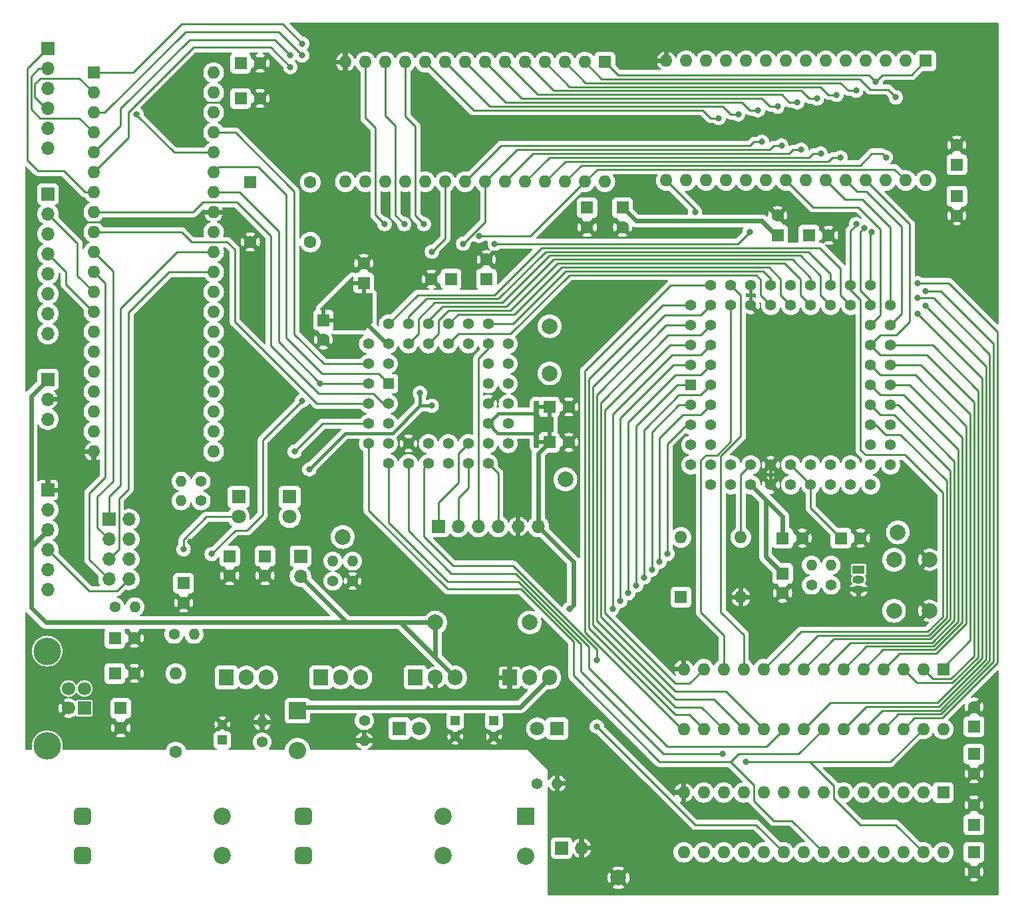
<source format=gbr>
%TF.GenerationSoftware,KiCad,Pcbnew,7.0.10*%
%TF.CreationDate,2024-02-05T22:27:57-06:00*%
%TF.ProjectId,SBC Circuit,53424320-4369-4726-9375-69742e6b6963,0.0*%
%TF.SameCoordinates,Original*%
%TF.FileFunction,Copper,L2,Bot*%
%TF.FilePolarity,Positive*%
%FSLAX46Y46*%
G04 Gerber Fmt 4.6, Leading zero omitted, Abs format (unit mm)*
G04 Created by KiCad (PCBNEW 7.0.10) date 2024-02-05 22:27:57*
%MOMM*%
%LPD*%
G01*
G04 APERTURE LIST*
G04 Aperture macros list*
%AMRoundRect*
0 Rectangle with rounded corners*
0 $1 Rounding radius*
0 $2 $3 $4 $5 $6 $7 $8 $9 X,Y pos of 4 corners*
0 Add a 4 corners polygon primitive as box body*
4,1,4,$2,$3,$4,$5,$6,$7,$8,$9,$2,$3,0*
0 Add four circle primitives for the rounded corners*
1,1,$1+$1,$2,$3*
1,1,$1+$1,$4,$5*
1,1,$1+$1,$6,$7*
1,1,$1+$1,$8,$9*
0 Add four rect primitives between the rounded corners*
20,1,$1+$1,$2,$3,$4,$5,0*
20,1,$1+$1,$4,$5,$6,$7,0*
20,1,$1+$1,$6,$7,$8,$9,0*
20,1,$1+$1,$8,$9,$2,$3,0*%
G04 Aperture macros list end*
%TA.AperFunction,ComponentPad*%
%ADD10RoundRect,0.550000X-0.550000X-0.550000X0.550000X-0.550000X0.550000X0.550000X-0.550000X0.550000X0*%
%TD*%
%TA.AperFunction,ComponentPad*%
%ADD11C,2.200000*%
%TD*%
%TA.AperFunction,ComponentPad*%
%ADD12C,2.000000*%
%TD*%
%TA.AperFunction,ComponentPad*%
%ADD13R,1.600000X1.600000*%
%TD*%
%TA.AperFunction,ComponentPad*%
%ADD14C,1.600000*%
%TD*%
%TA.AperFunction,ComponentPad*%
%ADD15R,1.700000X1.700000*%
%TD*%
%TA.AperFunction,ComponentPad*%
%ADD16O,1.700000X1.700000*%
%TD*%
%TA.AperFunction,ComponentPad*%
%ADD17C,1.400000*%
%TD*%
%TA.AperFunction,ComponentPad*%
%ADD18O,1.400000X1.400000*%
%TD*%
%TA.AperFunction,ComponentPad*%
%ADD19O,1.600000X1.600000*%
%TD*%
%TA.AperFunction,ComponentPad*%
%ADD20R,2.200000X2.200000*%
%TD*%
%TA.AperFunction,ComponentPad*%
%ADD21O,2.200000X2.200000*%
%TD*%
%TA.AperFunction,ComponentPad*%
%ADD22R,1.800000X1.800000*%
%TD*%
%TA.AperFunction,ComponentPad*%
%ADD23C,1.800000*%
%TD*%
%TA.AperFunction,ComponentPad*%
%ADD24C,1.700000*%
%TD*%
%TA.AperFunction,ComponentPad*%
%ADD25C,3.500000*%
%TD*%
%TA.AperFunction,ComponentPad*%
%ADD26R,1.905000X2.000000*%
%TD*%
%TA.AperFunction,ComponentPad*%
%ADD27O,1.905000X2.000000*%
%TD*%
%TA.AperFunction,ComponentPad*%
%ADD28R,1.422400X1.422400*%
%TD*%
%TA.AperFunction,ComponentPad*%
%ADD29C,1.422400*%
%TD*%
%TA.AperFunction,ComponentPad*%
%ADD30R,1.200000X1.200000*%
%TD*%
%TA.AperFunction,ComponentPad*%
%ADD31C,1.200000*%
%TD*%
%TA.AperFunction,ComponentPad*%
%ADD32R,1.500000X1.050000*%
%TD*%
%TA.AperFunction,ComponentPad*%
%ADD33O,1.500000X1.050000*%
%TD*%
%TA.AperFunction,ViaPad*%
%ADD34C,0.800000*%
%TD*%
%TA.AperFunction,Conductor*%
%ADD35C,0.254000*%
%TD*%
%TA.AperFunction,Conductor*%
%ADD36C,0.609600*%
%TD*%
%TA.AperFunction,Conductor*%
%ADD37C,0.406400*%
%TD*%
G04 APERTURE END LIST*
D10*
%TO.P,F1,1*%
%TO.N,/Power+IO/vin*%
X113142400Y-134416800D03*
X113142400Y-139416800D03*
D11*
%TO.P,F1,2*%
%TO.N,/Power+IO/n2*%
X130942400Y-139416800D03*
X130942400Y-134416800D03*
%TD*%
D12*
%TO.P,TP2,1,1*%
%TO.N,+5V*%
X129960000Y-109735400D03*
%TD*%
D13*
%TO.P,C23,1*%
%TO.N,+5V*%
X153775000Y-56896000D03*
D14*
%TO.P,C23,2*%
%TO.N,GNDREF*%
X153775000Y-59396000D03*
%TD*%
D13*
%TO.P,C27,1*%
%TO.N,/Power+IO/n7*%
X108290000Y-101285400D03*
D14*
%TO.P,C27,2*%
%TO.N,GNDREF*%
X108290000Y-103785400D03*
%TD*%
D15*
%TO.P,J6,1,Pin_1*%
%TO.N,/Memory+Peripheral/po_0*%
X80655800Y-55168800D03*
D16*
%TO.P,J6,2,Pin_2*%
%TO.N,/Memory+Peripheral/po_1*%
X80655800Y-57708800D03*
%TO.P,J6,3,Pin_3*%
%TO.N,/Memory+Peripheral/po_2*%
X80655800Y-60248800D03*
%TO.P,J6,4,Pin_4*%
%TO.N,/Memory+Peripheral/po_3*%
X80655800Y-62788800D03*
%TO.P,J6,5,Pin_5*%
%TO.N,/Memory+Peripheral/po_4*%
X80655800Y-65328800D03*
%TO.P,J6,6,Pin_6*%
%TO.N,/Memory+Peripheral/po_5*%
X80655800Y-67868800D03*
%TO.P,J6,7,Pin_7*%
%TO.N,/Memory+Peripheral/po_6*%
X80655800Y-70408800D03*
%TO.P,J6,8,Pin_8*%
%TO.N,/Memory+Peripheral/po_7*%
X80655800Y-72948800D03*
%TD*%
D13*
%TO.P,C14,1*%
%TO.N,+3.3V*%
X131954961Y-66000000D03*
D14*
%TO.P,C14,2*%
%TO.N,GNDREF*%
X129454961Y-66000000D03*
%TD*%
D17*
%TO.P,R7,1*%
%TO.N,GNDREF*%
X119420000Y-104455400D03*
D18*
%TO.P,R7,2*%
%TO.N,/Power+IO/vbus_sense*%
X119420000Y-101915400D03*
%TD*%
D13*
%TO.P,U6,1,A14*%
%TO.N,addr14*%
X151525000Y-38349000D03*
D19*
%TO.P,U6,2,A12*%
%TO.N,addr12*%
X148985000Y-38349000D03*
%TO.P,U6,3,A7*%
%TO.N,addr7*%
X146445000Y-38349000D03*
%TO.P,U6,4,A6*%
%TO.N,addr6*%
X143905000Y-38349000D03*
%TO.P,U6,5,A5*%
%TO.N,addr5*%
X141365000Y-38349000D03*
%TO.P,U6,6,A4*%
%TO.N,addr4*%
X138825000Y-38349000D03*
%TO.P,U6,7,A3*%
%TO.N,addr3*%
X136285000Y-38349000D03*
%TO.P,U6,8,A2*%
%TO.N,addr2*%
X133745000Y-38349000D03*
%TO.P,U6,9,A1*%
%TO.N,addr1*%
X131205000Y-38349000D03*
%TO.P,U6,10,A0*%
%TO.N,addr0*%
X128665000Y-38349000D03*
%TO.P,U6,11,D0*%
%TO.N,data0*%
X126125000Y-38349000D03*
%TO.P,U6,12,D1*%
%TO.N,data1*%
X123585000Y-38349000D03*
%TO.P,U6,13,D2*%
%TO.N,data2*%
X121045000Y-38349000D03*
%TO.P,U6,14,GND*%
%TO.N,GNDREF*%
X118505000Y-38349000D03*
%TO.P,U6,15,D3*%
%TO.N,data3*%
X118505000Y-53589000D03*
%TO.P,U6,16,D4*%
%TO.N,data4*%
X121045000Y-53589000D03*
%TO.P,U6,17,D5*%
%TO.N,data5*%
X123585000Y-53589000D03*
%TO.P,U6,18,D6*%
%TO.N,data6*%
X126125000Y-53589000D03*
%TO.P,U6,19,D7*%
%TO.N,data7*%
X128665000Y-53589000D03*
%TO.P,U6,20,~{CS}*%
%TO.N,roml_cs*%
X131205000Y-53589000D03*
%TO.P,U6,21,A10*%
%TO.N,addr10*%
X133745000Y-53589000D03*
%TO.P,U6,22,~{OE}*%
%TO.N,oe*%
X136285000Y-53589000D03*
%TO.P,U6,23,A11*%
%TO.N,addr11*%
X138825000Y-53589000D03*
%TO.P,U6,24,A9*%
%TO.N,addr9*%
X141365000Y-53589000D03*
%TO.P,U6,25,A8*%
%TO.N,addr8*%
X143905000Y-53589000D03*
%TO.P,U6,26,A13*%
%TO.N,addr13*%
X146445000Y-53589000D03*
%TO.P,U6,27,~{WE}*%
%TO.N,we*%
X148985000Y-53589000D03*
%TO.P,U6,28,VCC*%
%TO.N,+5V*%
X151525000Y-53589000D03*
%TD*%
D13*
%TO.P,C9,1*%
%TO.N,+5V*%
X173500000Y-60405000D03*
D14*
%TO.P,C9,2*%
%TO.N,GNDREF*%
X173500000Y-57905000D03*
%TD*%
D12*
%TO.P,TP4,1,1*%
%TO.N,hlt_rst*%
X188814600Y-98245000D03*
%TD*%
%TO.P,TP7,1,1*%
%TO.N,/dtack*%
X144500000Y-78000000D03*
%TD*%
D20*
%TO.P,D2,1,K*%
%TO.N,/Power+IO/n5*%
X112420000Y-120977583D03*
D21*
%TO.P,D2,2,A*%
%TO.N,/Power+IO/vin*%
X112420000Y-126057583D03*
%TD*%
D15*
%TO.P,J3,1,Pin_1*%
%TO.N,/tms*%
X130344961Y-97500000D03*
D16*
%TO.P,J3,2,Pin_2*%
%TO.N,/tdi*%
X132884961Y-97500000D03*
%TO.P,J3,3,Pin_3*%
%TO.N,/tdo*%
X135424961Y-97500000D03*
%TO.P,J3,4,Pin_4*%
%TO.N,/tck*%
X137964961Y-97500000D03*
%TO.P,J3,5,Pin_5*%
%TO.N,GNDREF*%
X140504961Y-97500000D03*
%TO.P,J3,6,Pin_6*%
%TO.N,+3.3V*%
X143044961Y-97500000D03*
%TD*%
D15*
%TO.P,J8,1,Pin_1*%
%TO.N,/Power+IO/n7*%
X112790000Y-101285400D03*
D16*
%TO.P,J8,2,Pin_2*%
%TO.N,+5V*%
X112790000Y-103825400D03*
%TD*%
D14*
%TO.P,FB1,1*%
%TO.N,/Power+IO/n4*%
X96920000Y-126235400D03*
D19*
%TO.P,FB1,2*%
%TO.N,/Power+IO/vbus*%
X96920000Y-116235400D03*
%TD*%
D13*
%TO.P,C4,1*%
%TO.N,/Power+IO/n3*%
X89920000Y-120655400D03*
D14*
%TO.P,C4,2*%
%TO.N,GNDREF*%
X89920000Y-123155400D03*
%TD*%
D13*
%TO.P,U7,1,A14*%
%TO.N,addr14*%
X192360000Y-38190418D03*
D19*
%TO.P,U7,2,A12*%
%TO.N,addr12*%
X189820000Y-38190418D03*
%TO.P,U7,3,A7*%
%TO.N,addr7*%
X187280000Y-38190418D03*
%TO.P,U7,4,A6*%
%TO.N,addr6*%
X184740000Y-38190418D03*
%TO.P,U7,5,A5*%
%TO.N,addr5*%
X182200000Y-38190418D03*
%TO.P,U7,6,A4*%
%TO.N,addr4*%
X179660000Y-38190418D03*
%TO.P,U7,7,A3*%
%TO.N,addr3*%
X177120000Y-38190418D03*
%TO.P,U7,8,A2*%
%TO.N,addr2*%
X174580000Y-38190418D03*
%TO.P,U7,9,A1*%
%TO.N,addr1*%
X172040000Y-38190418D03*
%TO.P,U7,10,A0*%
%TO.N,addr0*%
X169500000Y-38190418D03*
%TO.P,U7,11,D0*%
%TO.N,data8*%
X166960000Y-38190418D03*
%TO.P,U7,12,D1*%
%TO.N,data9*%
X164420000Y-38190418D03*
%TO.P,U7,13,D2*%
%TO.N,data10*%
X161880000Y-38190418D03*
%TO.P,U7,14,GND*%
%TO.N,GNDREF*%
X159340000Y-38190418D03*
%TO.P,U7,15,D3*%
%TO.N,data11*%
X159340000Y-53430418D03*
%TO.P,U7,16,D4*%
%TO.N,data12*%
X161880000Y-53430418D03*
%TO.P,U7,17,D5*%
%TO.N,data13*%
X164420000Y-53430418D03*
%TO.P,U7,18,D6*%
%TO.N,data14*%
X166960000Y-53430418D03*
%TO.P,U7,19,D7*%
%TO.N,data15*%
X169500000Y-53430418D03*
%TO.P,U7,20,~{CS}*%
%TO.N,romh_cs*%
X172040000Y-53430418D03*
%TO.P,U7,21,A10*%
%TO.N,addr10*%
X174580000Y-53430418D03*
%TO.P,U7,22,~{OE}*%
%TO.N,oe*%
X177120000Y-53430418D03*
%TO.P,U7,23,A11*%
%TO.N,addr11*%
X179660000Y-53430418D03*
%TO.P,U7,24,A9*%
%TO.N,addr9*%
X182200000Y-53430418D03*
%TO.P,U7,25,A8*%
%TO.N,addr8*%
X184740000Y-53430418D03*
%TO.P,U7,26,A13*%
%TO.N,addr13*%
X187280000Y-53430418D03*
%TO.P,U7,27,~{WE}*%
%TO.N,we*%
X189820000Y-53430418D03*
%TO.P,U7,28,VCC*%
%TO.N,+5V*%
X192360000Y-53430418D03*
%TD*%
D13*
%TO.P,C21,1*%
%TO.N,+5V*%
X198500000Y-126500000D03*
D14*
%TO.P,C21,2*%
%TO.N,GNDREF*%
X198500000Y-129000000D03*
%TD*%
D13*
%TO.P,C20,1*%
%TO.N,+5V*%
X198500000Y-123000000D03*
D14*
%TO.P,C20,2*%
%TO.N,GNDREF*%
X198500000Y-120500000D03*
%TD*%
D13*
%TO.P,C12,1*%
%TO.N,+3.3V*%
X120844961Y-66500000D03*
D14*
%TO.P,C12,2*%
%TO.N,GNDREF*%
X120844961Y-64000000D03*
%TD*%
D15*
%TO.P,J4,1,Pin_1*%
%TO.N,GNDREF*%
X80655800Y-92862400D03*
D16*
%TO.P,J4,2,Pin_2*%
%TO.N,unconnected-(J4-Pin_2-Pad2)*%
X80655800Y-95402400D03*
%TO.P,J4,3,Pin_3*%
%TO.N,+5V*%
X80655800Y-97942400D03*
%TO.P,J4,4,Pin_4*%
%TO.N,/Power+IO/rx_s*%
X80655800Y-100482400D03*
%TO.P,J4,5,Pin_5*%
%TO.N,/Power+IO/tx_s*%
X80655800Y-103022400D03*
%TO.P,J4,6,Pin_6*%
%TO.N,unconnected-(J4-Pin_6-Pad6)*%
X80655800Y-105562400D03*
%TD*%
D22*
%TO.P,D5,1,K*%
%TO.N,Net-(D5-K)*%
X111420000Y-93735400D03*
D23*
%TO.P,D5,2,A*%
%TO.N,/Power+IO/serial_3.3*%
X111420000Y-96275400D03*
%TD*%
D22*
%TO.P,D6,1,K*%
%TO.N,Net-(D6-K)*%
X104920000Y-93735400D03*
D23*
%TO.P,D6,2,A*%
%TO.N,/Power+IO/serial_3.3*%
X104920000Y-96275400D03*
%TD*%
D10*
%TO.P,F2,1*%
%TO.N,/Power+IO/n3*%
X85050000Y-134416800D03*
X85050000Y-139416800D03*
D11*
%TO.P,F2,2*%
%TO.N,/Power+IO/n4*%
X102850000Y-139416800D03*
X102850000Y-134416800D03*
%TD*%
D17*
%TO.P,R5,1*%
%TO.N,+5V*%
X180314600Y-104965000D03*
D18*
%TO.P,R5,2*%
%TO.N,hlt_rst*%
X180314600Y-102425000D03*
%TD*%
D15*
%TO.P,J1,1,VBUS*%
%TO.N,/Power+IO/n3*%
X85277500Y-120655400D03*
D24*
%TO.P,J1,2,D-*%
%TO.N,/Power+IO/usb-*%
X85277500Y-118155400D03*
%TO.P,J1,3,D+*%
%TO.N,/Power+IO/usb+*%
X83277500Y-118155400D03*
%TO.P,J1,4,GND*%
%TO.N,GNDREF*%
X83277500Y-120655400D03*
D25*
%TO.P,J1,5,Shield*%
%TO.N,unconnected-(J1-Shield-Pad5)*%
X80567500Y-125425400D03*
X80567500Y-113385400D03*
%TD*%
D13*
%TO.P,C29,1*%
%TO.N,/Power+IO/usb+*%
X89170000Y-111735400D03*
D14*
%TO.P,C29,2*%
%TO.N,GNDREF*%
X91670000Y-111735400D03*
%TD*%
D17*
%TO.P,R3,1*%
%TO.N,/Power+IO/usb-*%
X96700000Y-111235400D03*
D18*
%TO.P,R3,2*%
%TO.N,/Power+IO/n10*%
X99240000Y-111235400D03*
%TD*%
D13*
%TO.P,C17,1*%
%TO.N,+5V*%
X105170000Y-43000000D03*
D14*
%TO.P,C17,2*%
%TO.N,GNDREF*%
X107670000Y-43000000D03*
%TD*%
D13*
%TO.P,C16,1*%
%TO.N,+5V*%
X105170000Y-38500000D03*
D14*
%TO.P,C16,2*%
%TO.N,GNDREF*%
X107670000Y-38500000D03*
%TD*%
D13*
%TO.P,U4,1,A14*%
%TO.N,addr5*%
X194579000Y-131380000D03*
D19*
%TO.P,U4,2,A12*%
%TO.N,addr8*%
X192039000Y-131380000D03*
%TO.P,U4,3,A7*%
%TO.N,addr7*%
X189499000Y-131380000D03*
%TO.P,U4,4,A6*%
%TO.N,addr6*%
X186959000Y-131380000D03*
%TO.P,U4,5,A5*%
%TO.N,addr3*%
X184419000Y-131380000D03*
%TO.P,U4,6,A4*%
%TO.N,addr4*%
X181879000Y-131380000D03*
%TO.P,U4,7,A3*%
%TO.N,addr1*%
X179339000Y-131380000D03*
%TO.P,U4,8,A2*%
%TO.N,addr2*%
X176799000Y-131380000D03*
%TO.P,U4,9,A1*%
%TO.N,addr0*%
X174259000Y-131380000D03*
%TO.P,U4,10,A0*%
%TO.N,addr14*%
X171719000Y-131380000D03*
%TO.P,U4,11,Q0*%
%TO.N,data0*%
X169179000Y-131380000D03*
%TO.P,U4,12,Q1*%
%TO.N,data1*%
X166639000Y-131380000D03*
%TO.P,U4,13,Q2*%
%TO.N,data2*%
X164099000Y-131380000D03*
%TO.P,U4,14,GND*%
%TO.N,GNDREF*%
X161559000Y-131380000D03*
%TO.P,U4,15,Q3*%
%TO.N,data7*%
X161559000Y-139000000D03*
%TO.P,U4,16,Q4*%
%TO.N,data6*%
X164099000Y-139000000D03*
%TO.P,U4,17,Q5*%
%TO.N,data5*%
X166639000Y-139000000D03*
%TO.P,U4,18,Q6*%
%TO.N,data4*%
X169179000Y-139000000D03*
%TO.P,U4,19,Q7*%
%TO.N,data3*%
X171719000Y-139000000D03*
%TO.P,U4,20,~{CS}*%
%TO.N,raml_cs*%
X174259000Y-139000000D03*
%TO.P,U4,21,A10*%
%TO.N,addr9*%
X176799000Y-139000000D03*
%TO.P,U4,22,~{OE}*%
%TO.N,oe*%
X179339000Y-139000000D03*
%TO.P,U4,23,A11*%
%TO.N,addr10*%
X181879000Y-139000000D03*
%TO.P,U4,24,A9*%
%TO.N,addr11*%
X184419000Y-139000000D03*
%TO.P,U4,25,A8*%
%TO.N,addr13*%
X186959000Y-139000000D03*
%TO.P,U4,26,A13*%
%TO.N,addr12*%
X189499000Y-139000000D03*
%TO.P,U4,27,~{WE}*%
%TO.N,we*%
X192039000Y-139000000D03*
%TO.P,U4,28,VCC*%
%TO.N,+5V*%
X194579000Y-139000000D03*
%TD*%
D22*
%TO.P,D4,1,K*%
%TO.N,Net-(D4-K)*%
X145460000Y-123235400D03*
D23*
%TO.P,D4,2,A*%
%TO.N,+3.3V*%
X142920000Y-123235400D03*
%TD*%
D13*
%TO.P,C19,1*%
%TO.N,+5V*%
X198500000Y-139000000D03*
D14*
%TO.P,C19,2*%
%TO.N,GNDREF*%
X198500000Y-141500000D03*
%TD*%
D13*
%TO.P,C11,1*%
%TO.N,+3.3V*%
X144454961Y-86775400D03*
D14*
%TO.P,C11,2*%
%TO.N,GNDREF*%
X146954961Y-86775400D03*
%TD*%
D13*
%TO.P,C26,1*%
%TO.N,/Power+IO/n7*%
X103790000Y-101285400D03*
D14*
%TO.P,C26,2*%
%TO.N,GNDREF*%
X103790000Y-103785400D03*
%TD*%
D12*
%TO.P,TP3,1,1*%
%TO.N,+3.3V*%
X141960000Y-109735400D03*
%TD*%
D13*
%TO.P,C30,1*%
%TO.N,/Power+IO/usb-*%
X89170000Y-116235400D03*
D14*
%TO.P,C30,2*%
%TO.N,GNDREF*%
X91670000Y-116235400D03*
%TD*%
D17*
%TO.P,R10,1*%
%TO.N,Net-(D5-K)*%
X100140000Y-91735400D03*
D18*
%TO.P,R10,2*%
%TO.N,/Power+IO/tx_led*%
X97600000Y-91735400D03*
%TD*%
D15*
%TO.P,J2,1,Pin_1*%
%TO.N,/Power+IO/n1*%
X146010000Y-138455400D03*
D16*
%TO.P,J2,2,Pin_2*%
%TO.N,GNDREF*%
X148550000Y-138455400D03*
%TD*%
D13*
%TO.P,C15,1*%
%TO.N,+3.3V*%
X136454961Y-66000000D03*
D14*
%TO.P,C15,2*%
%TO.N,GNDREF*%
X136454961Y-63500000D03*
%TD*%
D13*
%TO.P,C25,1*%
%TO.N,+5V*%
X196315000Y-51430418D03*
D14*
%TO.P,C25,2*%
%TO.N,GNDREF*%
X196315000Y-48930418D03*
%TD*%
D26*
%TO.P,Q2,1,G*%
%TO.N,/Power+IO/vin*%
X103380000Y-116735400D03*
D27*
%TO.P,Q2,2,D*%
%TO.N,/Power+IO/vbus*%
X105920000Y-116735400D03*
%TO.P,Q2,3,S*%
%TO.N,/Power+IO/n5*%
X108460000Y-116735400D03*
%TD*%
D13*
%TO.P,C18,1*%
%TO.N,+5V*%
X198500000Y-135500000D03*
D14*
%TO.P,C18,2*%
%TO.N,GNDREF*%
X198500000Y-133000000D03*
%TD*%
D13*
%TO.P,U3,1,RS1*%
%TO.N,addr0*%
X86497800Y-39695400D03*
D19*
%TO.P,U3,2,IP3*%
%TO.N,/Memory+Peripheral/pi_3*%
X86497800Y-42235400D03*
%TO.P,U3,3,RS2*%
%TO.N,addr1*%
X86497800Y-44775400D03*
%TO.P,U3,4,IP1*%
%TO.N,/Memory+Peripheral/pi_1*%
X86497800Y-47315400D03*
%TO.P,U3,5,RS3*%
%TO.N,addr2*%
X86497800Y-49855400D03*
%TO.P,U3,6,RS4*%
%TO.N,addr3*%
X86497800Y-52395400D03*
%TO.P,U3,7,IP0*%
%TO.N,/Memory+Peripheral/pi_0*%
X86497800Y-54935400D03*
%TO.P,U3,8,R/W*%
%TO.N,duart_rw*%
X86497800Y-57475400D03*
%TO.P,U3,9,~{DTACK}*%
%TO.N,duart_dtack*%
X86497800Y-60015400D03*
%TO.P,U3,10,RXDB*%
%TO.N,rx_b*%
X86497800Y-62555400D03*
%TO.P,U3,11,TXDB*%
%TO.N,tx_b*%
X86497800Y-65095400D03*
%TO.P,U3,12,OP1*%
%TO.N,/Memory+Peripheral/po_1*%
X86497800Y-67635400D03*
%TO.P,U3,13,OP3*%
%TO.N,/Memory+Peripheral/po_3*%
X86497800Y-70175400D03*
%TO.P,U3,14,OP5*%
%TO.N,/Memory+Peripheral/po_5*%
X86497800Y-72715400D03*
%TO.P,U3,15,OP7*%
%TO.N,/Memory+Peripheral/po_7*%
X86497800Y-75255400D03*
%TO.P,U3,16,D1*%
%TO.N,data1*%
X86497800Y-77795400D03*
%TO.P,U3,17,D3*%
%TO.N,data3*%
X86497800Y-80335400D03*
%TO.P,U3,18,D5*%
%TO.N,data5*%
X86497800Y-82875400D03*
%TO.P,U3,19,D7*%
%TO.N,data7*%
X86497800Y-85415400D03*
%TO.P,U3,20,GND*%
%TO.N,GNDREF*%
X86497800Y-87955400D03*
%TO.P,U3,21,~{IRQ}*%
%TO.N,duart_irq*%
X101737800Y-87955400D03*
%TO.P,U3,22,D6*%
%TO.N,data6*%
X101737800Y-85415400D03*
%TO.P,U3,23,D4*%
%TO.N,data4*%
X101737800Y-82875400D03*
%TO.P,U3,24,D2*%
%TO.N,data2*%
X101737800Y-80335400D03*
%TO.P,U3,25,D0*%
%TO.N,data0*%
X101737800Y-77795400D03*
%TO.P,U3,26,OP6*%
%TO.N,/Memory+Peripheral/po_6*%
X101737800Y-75255400D03*
%TO.P,U3,27,OP4*%
%TO.N,/Memory+Peripheral/po_4*%
X101737800Y-72715400D03*
%TO.P,U3,28,OP2*%
%TO.N,/Memory+Peripheral/po_2*%
X101737800Y-70175400D03*
%TO.P,U3,29,OP0*%
%TO.N,/Memory+Peripheral/po_0*%
X101737800Y-67635400D03*
%TO.P,U3,30,TXDA*%
%TO.N,tx_a*%
X101737800Y-65095400D03*
%TO.P,U3,31,RXDA*%
%TO.N,rx_a*%
X101737800Y-62555400D03*
%TO.P,U3,32,X1/CLK*%
%TO.N,/Memory+Peripheral/n8*%
X101737800Y-60015400D03*
%TO.P,U3,33,X2*%
%TO.N,GNDREF*%
X101737800Y-57475400D03*
%TO.P,U3,34,~{RESET}*%
%TO.N,hlt_rst*%
X101737800Y-54935400D03*
%TO.P,U3,35,CS*%
%TO.N,duart_cs*%
X101737800Y-52395400D03*
%TO.P,U3,36,IP2*%
%TO.N,/Memory+Peripheral/pi_2*%
X101737800Y-49855400D03*
%TO.P,U3,37,~{IACK}*%
%TO.N,duart_iack*%
X101737800Y-47315400D03*
%TO.P,U3,38,IP5*%
%TO.N,/Memory+Peripheral/pi_5*%
X101737800Y-44775400D03*
%TO.P,U3,39,IP4*%
%TO.N,/Memory+Peripheral/pi_4*%
X101737800Y-42235400D03*
%TO.P,U3,40,VCC*%
%TO.N,+5V*%
X101737800Y-39695400D03*
%TD*%
D13*
%TO.P,C8,1*%
%TO.N,+5V*%
X177500000Y-60405000D03*
D14*
%TO.P,C8,2*%
%TO.N,GNDREF*%
X180000000Y-60405000D03*
%TD*%
D13*
%TO.P,C22,1*%
%TO.N,+5V*%
X149275000Y-56896000D03*
D14*
%TO.P,C22,2*%
%TO.N,GNDREF*%
X149275000Y-59396000D03*
%TD*%
D12*
%TO.P,TP5,1,1*%
%TO.N,/Power+IO/vbus_sense*%
X118170000Y-98830400D03*
%TD*%
D17*
%TO.P,R8,1*%
%TO.N,Net-(D3-K)*%
X120920000Y-122235400D03*
D18*
%TO.P,R8,2*%
%TO.N,GNDREF*%
X120920000Y-124775400D03*
%TD*%
D28*
%TO.P,U1,1,D4*%
%TO.N,data4*%
X162484600Y-79500000D03*
D29*
%TO.P,U1,2,D3*%
%TO.N,data3*%
X165024600Y-79500000D03*
%TO.P,U1,3,D2*%
%TO.N,data2*%
X162484600Y-82040000D03*
%TO.P,U1,4,D1*%
%TO.N,data1*%
X165024600Y-82040000D03*
%TO.P,U1,5,D0*%
%TO.N,data0*%
X162484600Y-84580000D03*
%TO.P,U1,6,~{AS}*%
%TO.N,/as*%
X165024600Y-84580000D03*
%TO.P,U1,7,~{UDS}*%
%TO.N,/uds*%
X162484600Y-87120000D03*
%TO.P,U1,8,~{LDS}*%
%TO.N,/lds*%
X165024600Y-87120000D03*
%TO.P,U1,9,~{R/W}*%
%TO.N,/rw*%
X162484600Y-89660000D03*
%TO.P,U1,10,~{DTACK}*%
%TO.N,/dtack*%
X165024600Y-92200000D03*
%TO.P,U1,11,~{BG}*%
%TO.N,unconnected-(U1-~{BG}-Pad11)*%
X165024600Y-89660000D03*
%TO.P,U1,12,~{BGACK}*%
%TO.N,+5V*%
X167564600Y-92200000D03*
%TO.P,U1,13,~{BR}*%
X167564600Y-89660000D03*
%TO.P,U1,14,VCC*%
X170104600Y-92200000D03*
%TO.P,U1,15,CLK*%
%TO.N,clk*%
X170104600Y-89660000D03*
%TO.P,U1,16,GND*%
%TO.N,GNDREF*%
X172644600Y-92200000D03*
%TO.P,U1,17,GND*%
X172644600Y-89660000D03*
%TO.P,U1,18,NC*%
%TO.N,unconnected-(U1-NC-Pad18)*%
X175184600Y-92200000D03*
%TO.P,U1,19,~{HALT}*%
%TO.N,hlt_rst*%
X175184600Y-89660000D03*
%TO.P,U1,20,~{RESET}*%
X177724600Y-92200000D03*
%TO.P,U1,21,~{VMA}*%
%TO.N,unconnected-(U1-~{VMA}-Pad21)*%
X177724600Y-89660000D03*
%TO.P,U1,22,E*%
%TO.N,unconnected-(U1-E-Pad22)*%
X180264600Y-92200000D03*
%TO.P,U1,23,~{VPA}*%
%TO.N,+5V*%
X180264600Y-89660000D03*
%TO.P,U1,24,~{BERR}*%
%TO.N,/berr*%
X182804600Y-92200000D03*
%TO.P,U1,25,~{IPL2}*%
%TO.N,/ipl2*%
X182804600Y-89660000D03*
%TO.P,U1,26,~{IPL1}*%
%TO.N,/ipl1*%
X185344600Y-92200000D03*
%TO.P,U1,27,~{IPL0}*%
%TO.N,/ipl0*%
X187884600Y-89660000D03*
%TO.P,U1,28,FC2*%
%TO.N,/fc2*%
X185344600Y-89660000D03*
%TO.P,U1,29,FC1*%
%TO.N,/fc1*%
X187884600Y-87120000D03*
%TO.P,U1,30,FC0*%
%TO.N,/fc0*%
X185344600Y-87120000D03*
%TO.P,U1,31,NC*%
%TO.N,unconnected-(U1-NC-Pad31)*%
X187884600Y-84580000D03*
%TO.P,U1,32,A1*%
%TO.N,addr0*%
X185344600Y-84580000D03*
%TO.P,U1,33,A2*%
%TO.N,addr1*%
X187884600Y-82040000D03*
%TO.P,U1,34,A3*%
%TO.N,addr2*%
X185344600Y-82040000D03*
%TO.P,U1,35,A4*%
%TO.N,addr3*%
X187884600Y-79500000D03*
%TO.P,U1,36,A5*%
%TO.N,addr4*%
X185344600Y-79500000D03*
%TO.P,U1,37,A6*%
%TO.N,addr5*%
X187884600Y-76960000D03*
%TO.P,U1,38,A7*%
%TO.N,addr6*%
X185344600Y-76960000D03*
%TO.P,U1,39,A8*%
%TO.N,addr7*%
X187884600Y-74420000D03*
%TO.P,U1,40,A9*%
%TO.N,addr8*%
X185344600Y-74420000D03*
%TO.P,U1,41,A10*%
%TO.N,addr9*%
X187884600Y-71880000D03*
%TO.P,U1,42,A11*%
%TO.N,addr10*%
X185344600Y-71880000D03*
%TO.P,U1,43,A12*%
%TO.N,addr11*%
X187884600Y-69340000D03*
%TO.P,U1,44,A13*%
%TO.N,addr12*%
X185344600Y-66800000D03*
%TO.P,U1,45,A14*%
%TO.N,addr13*%
X185344600Y-69340000D03*
%TO.P,U1,46,A15*%
%TO.N,addr14*%
X182804600Y-66800000D03*
%TO.P,U1,47,A16*%
%TO.N,addr15*%
X182804600Y-69340000D03*
%TO.P,U1,48,A17*%
%TO.N,addr16*%
X180264600Y-66800000D03*
%TO.P,U1,49,A18*%
%TO.N,addr17*%
X180264600Y-69340000D03*
%TO.P,U1,50,A19*%
%TO.N,addr18*%
X177724600Y-66800000D03*
%TO.P,U1,51,A20*%
%TO.N,addr19*%
X177724600Y-69340000D03*
%TO.P,U1,52,VCC*%
%TO.N,+5V*%
X175184600Y-66800000D03*
%TO.P,U1,53,A21*%
%TO.N,addr20*%
X175184600Y-69340000D03*
%TO.P,U1,54,A22*%
%TO.N,addr21*%
X172644600Y-66800000D03*
%TO.P,U1,55,A23*%
%TO.N,addr22*%
X172644600Y-69340000D03*
%TO.P,U1,56,GND*%
%TO.N,GNDREF*%
X170104600Y-66800000D03*
%TO.P,U1,57,GND*%
X170104600Y-69340000D03*
%TO.P,U1,58,D15*%
%TO.N,data15*%
X167564600Y-66800000D03*
%TO.P,U1,59,D14*%
%TO.N,data14*%
X167564600Y-69340000D03*
%TO.P,U1,60,D13*%
%TO.N,data13*%
X165024600Y-66800000D03*
%TO.P,U1,61,D12*%
%TO.N,data12*%
X162484600Y-69340000D03*
%TO.P,U1,62,D11*%
%TO.N,data11*%
X165024600Y-69340000D03*
%TO.P,U1,63,D10*%
%TO.N,data10*%
X162484600Y-71880000D03*
%TO.P,U1,64,D9*%
%TO.N,data9*%
X165024600Y-71880000D03*
%TO.P,U1,65,D8*%
%TO.N,data8*%
X162484600Y-74420000D03*
%TO.P,U1,66,D7*%
%TO.N,data7*%
X165024600Y-74420000D03*
%TO.P,U1,67,D6*%
%TO.N,data6*%
X162484600Y-76960000D03*
%TO.P,U1,68,D5*%
%TO.N,data5*%
X165024600Y-76960000D03*
%TD*%
D26*
%TO.P,Q1,1,G*%
%TO.N,/Power+IO/vin*%
X115380000Y-116735400D03*
D27*
%TO.P,Q1,2,D*%
%TO.N,/Power+IO/vbus*%
X117920000Y-116735400D03*
%TO.P,Q1,3,S*%
%TO.N,+5V*%
X120460000Y-116735400D03*
%TD*%
D30*
%TO.P,C1,1*%
%TO.N,+5V*%
X132500000Y-122262801D03*
D31*
%TO.P,C1,2*%
%TO.N,GNDREF*%
X132500000Y-124262801D03*
%TD*%
D30*
%TO.P,C2,1*%
%TO.N,+3.3V*%
X137420000Y-122262801D03*
D31*
%TO.P,C2,2*%
%TO.N,GNDREF*%
X137420000Y-124262801D03*
%TD*%
D12*
%TO.P,TP1,1,1*%
%TO.N,GNDREF*%
X153250000Y-142250000D03*
%TD*%
%TO.P,SW1,1,1*%
%TO.N,/n6*%
X188314600Y-101745000D03*
X188314600Y-108245000D03*
%TO.P,SW1,2,2*%
%TO.N,GNDREF*%
X192814600Y-101745000D03*
X192814600Y-108245000D03*
%TD*%
D13*
%TO.P,C10,1*%
%TO.N,+3.3V*%
X144454961Y-82275400D03*
D14*
%TO.P,C10,2*%
%TO.N,GNDREF*%
X146954961Y-82275400D03*
%TD*%
D26*
%TO.P,U8,1,VI*%
%TO.N,/Power+IO/vin*%
X127420000Y-116735400D03*
D27*
%TO.P,U8,2,GND*%
%TO.N,GNDREF*%
X129960000Y-116735400D03*
%TO.P,U8,3,VO*%
%TO.N,+5V*%
X132500000Y-116735400D03*
%TD*%
D17*
%TO.P,R9,1*%
%TO.N,Net-(D4-K)*%
X142920000Y-130235400D03*
D18*
%TO.P,R9,2*%
%TO.N,GNDREF*%
X145460000Y-130235400D03*
%TD*%
D30*
%TO.P,C3,1*%
%TO.N,/Power+IO/vin*%
X102862400Y-124708000D03*
D31*
%TO.P,C3,2*%
%TO.N,GNDREF*%
X102862400Y-122708000D03*
%TD*%
D17*
%TO.P,R1,1*%
%TO.N,/Power+IO/vin*%
X107920000Y-124955400D03*
D18*
%TO.P,R1,2*%
%TO.N,GNDREF*%
X107920000Y-122415400D03*
%TD*%
D13*
%TO.P,C6,1*%
%TO.N,+5V*%
X174144600Y-103500000D03*
D14*
%TO.P,C6,2*%
%TO.N,GNDREF*%
X174144600Y-106000000D03*
%TD*%
D15*
%TO.P,J7,1,Pin_1*%
%TO.N,/Memory+Peripheral/pi_0*%
X80655800Y-36626800D03*
D16*
%TO.P,J7,2,Pin_2*%
%TO.N,/Memory+Peripheral/pi_1*%
X80655800Y-39166800D03*
%TO.P,J7,3,Pin_3*%
%TO.N,/Memory+Peripheral/pi_2*%
X80655800Y-41706800D03*
%TO.P,J7,4,Pin_4*%
%TO.N,/Memory+Peripheral/pi_3*%
X80655800Y-44246800D03*
%TO.P,J7,5,Pin_5*%
%TO.N,/Memory+Peripheral/pi_4*%
X80655800Y-46786800D03*
%TO.P,J7,6,Pin_6*%
%TO.N,/Memory+Peripheral/pi_5*%
X80655800Y-49326800D03*
%TD*%
D28*
%TO.P,U2,1,P1*%
%TO.N,duart_cs*%
X123994961Y-79315400D03*
D29*
%TO.P,U2,2,P2*%
%TO.N,duart_dtack*%
X121454961Y-81855400D03*
%TO.P,U2,3,P3*%
%TO.N,duart_rw*%
X123994961Y-81855400D03*
%TO.P,U2,4,P4*%
%TO.N,duart_irq*%
X121454961Y-84395400D03*
%TO.P,U2,5,P5/GCK1*%
%TO.N,clk*%
X123994961Y-84395400D03*
%TO.P,U2,6,P6/GCK2*%
%TO.N,oe*%
X121454961Y-86935400D03*
%TO.P,U2,7,P7/GCK3*%
%TO.N,we*%
X123994961Y-89475400D03*
%TO.P,U2,8,P8*%
%TO.N,unconnected-(U2-P8-Pad8)*%
X123994961Y-86935400D03*
%TO.P,U2,9,P9*%
%TO.N,ramh_cs*%
X126534961Y-89475400D03*
%TO.P,U2,10,GND*%
%TO.N,GNDREF*%
X126534961Y-86935400D03*
%TO.P,U2,11,P11*%
%TO.N,raml_cs*%
X129074961Y-89475400D03*
%TO.P,U2,12,P12*%
%TO.N,/fc1*%
X129074961Y-86935400D03*
%TO.P,U2,13,P13*%
%TO.N,/ipl0*%
X131614961Y-89475400D03*
%TO.P,U2,14,P14*%
%TO.N,/fc2*%
X131614961Y-86935400D03*
%TO.P,U2,15,TDI*%
%TO.N,/tdi*%
X134154961Y-89475400D03*
%TO.P,U2,16,TMS*%
%TO.N,/tms*%
X134154961Y-86935400D03*
%TO.P,U2,17,TCK*%
%TO.N,/tck*%
X136694961Y-89475400D03*
%TO.P,U2,18,P18*%
%TO.N,/fc0*%
X139234961Y-86935400D03*
%TO.P,U2,19,P19*%
%TO.N,/ipl1*%
X136694961Y-86935400D03*
%TO.P,U2,20,P20*%
%TO.N,/berr*%
X139234961Y-84395400D03*
%TO.P,U2,21,V_{cc-INT}-3.3V*%
%TO.N,+3.3V*%
X136694961Y-84395400D03*
%TO.P,U2,22,P22*%
%TO.N,/ipl2*%
X139234961Y-81855400D03*
%TO.P,U2,23,GND*%
%TO.N,GNDREF*%
X136694961Y-81855400D03*
%TO.P,U2,24,P24*%
%TO.N,/dtack*%
X139234961Y-79315400D03*
%TO.P,U2,25,P25*%
%TO.N,/rw*%
X136694961Y-79315400D03*
%TO.P,U2,26,P26*%
%TO.N,/lds*%
X139234961Y-76775400D03*
%TO.P,U2,27,P27*%
%TO.N,/uds*%
X136694961Y-76775400D03*
%TO.P,U2,28,P28*%
%TO.N,/as*%
X139234961Y-74235400D03*
%TO.P,U2,29,P29*%
%TO.N,addr21*%
X136694961Y-71695400D03*
%TO.P,U2,30,TDO*%
%TO.N,/tdo*%
X136694961Y-74235400D03*
%TO.P,U2,31,GND*%
%TO.N,GNDREF*%
X134154961Y-71695400D03*
%TO.P,U2,32,V_{cc-IO}-3.3V*%
%TO.N,+3.3V*%
X134154961Y-74235400D03*
%TO.P,U2,33,P33*%
%TO.N,addr20*%
X131614961Y-71695400D03*
%TO.P,U2,34,P34*%
%TO.N,addr22*%
X131614961Y-74235400D03*
%TO.P,U2,35,P35*%
%TO.N,addr18*%
X129074961Y-71695400D03*
%TO.P,U2,36,P36*%
%TO.N,addr19*%
X129074961Y-74235400D03*
%TO.P,U2,37,P37*%
%TO.N,addr16*%
X126534961Y-71695400D03*
%TO.P,U2,38,P38*%
%TO.N,addr17*%
X126534961Y-74235400D03*
%TO.P,U2,39,P39/GSR*%
%TO.N,addr15*%
X123994961Y-71695400D03*
%TO.P,U2,40,P40/GTS2*%
%TO.N,roml_cs*%
X121454961Y-74235400D03*
%TO.P,U2,41,V_{cc-INT}-3.3V*%
%TO.N,+3.3V*%
X123994961Y-74235400D03*
%TO.P,U2,42,P42/GTS1*%
%TO.N,duart_iack*%
X121454961Y-76775400D03*
%TO.P,U2,43,P43*%
%TO.N,romh_cs*%
X123994961Y-76775400D03*
%TO.P,U2,44,P44*%
%TO.N,hlt_rst*%
X121454961Y-79315400D03*
%TD*%
D13*
%TO.P,C24,1*%
%TO.N,+5V*%
X196315000Y-55430418D03*
D14*
%TO.P,C24,2*%
%TO.N,GNDREF*%
X196315000Y-57930418D03*
%TD*%
D13*
%TO.P,U5,1,A14*%
%TO.N,addr5*%
X194579000Y-115688000D03*
D19*
%TO.P,U5,2,A12*%
%TO.N,addr8*%
X192039000Y-115688000D03*
%TO.P,U5,3,A7*%
%TO.N,addr7*%
X189499000Y-115688000D03*
%TO.P,U5,4,A6*%
%TO.N,addr6*%
X186959000Y-115688000D03*
%TO.P,U5,5,A5*%
%TO.N,addr3*%
X184419000Y-115688000D03*
%TO.P,U5,6,A4*%
%TO.N,addr4*%
X181879000Y-115688000D03*
%TO.P,U5,7,A3*%
%TO.N,addr1*%
X179339000Y-115688000D03*
%TO.P,U5,8,A2*%
%TO.N,addr2*%
X176799000Y-115688000D03*
%TO.P,U5,9,A1*%
%TO.N,addr0*%
X174259000Y-115688000D03*
%TO.P,U5,10,A0*%
%TO.N,addr14*%
X171719000Y-115688000D03*
%TO.P,U5,11,Q0*%
%TO.N,data15*%
X169179000Y-115688000D03*
%TO.P,U5,12,Q1*%
%TO.N,data14*%
X166639000Y-115688000D03*
%TO.P,U5,13,Q2*%
%TO.N,data8*%
X164099000Y-115688000D03*
%TO.P,U5,14,GND*%
%TO.N,GNDREF*%
X161559000Y-115688000D03*
%TO.P,U5,15,Q3*%
%TO.N,data13*%
X161559000Y-123308000D03*
%TO.P,U5,16,Q4*%
%TO.N,data12*%
X164099000Y-123308000D03*
%TO.P,U5,17,Q5*%
%TO.N,data11*%
X166639000Y-123308000D03*
%TO.P,U5,18,Q6*%
%TO.N,data10*%
X169179000Y-123308000D03*
%TO.P,U5,19,Q7*%
%TO.N,data9*%
X171719000Y-123308000D03*
%TO.P,U5,20,~{CS}*%
%TO.N,ramh_cs*%
X174259000Y-123308000D03*
%TO.P,U5,21,A10*%
%TO.N,addr9*%
X176799000Y-123308000D03*
%TO.P,U5,22,~{OE}*%
%TO.N,oe*%
X179339000Y-123308000D03*
%TO.P,U5,23,A11*%
%TO.N,addr10*%
X181879000Y-123308000D03*
%TO.P,U5,24,A9*%
%TO.N,addr11*%
X184419000Y-123308000D03*
%TO.P,U5,25,A8*%
%TO.N,addr13*%
X186959000Y-123308000D03*
%TO.P,U5,26,A13*%
%TO.N,addr12*%
X189499000Y-123308000D03*
%TO.P,U5,27,~{WE}*%
%TO.N,we*%
X192039000Y-123308000D03*
%TO.P,U5,28,VCC*%
%TO.N,+5V*%
X194579000Y-123308000D03*
%TD*%
D13*
%TO.P,C7,1*%
%TO.N,+5V*%
X174144600Y-99000000D03*
D14*
%TO.P,C7,2*%
%TO.N,GNDREF*%
X176644600Y-99000000D03*
%TD*%
D13*
%TO.P,C13,1*%
%TO.N,+3.3V*%
X115709961Y-71235400D03*
D14*
%TO.P,C13,2*%
%TO.N,GNDREF*%
X115709961Y-73735400D03*
%TD*%
D13*
%TO.P,C28,1*%
%TO.N,/Power+IO/serial_3.3*%
X97920000Y-104735400D03*
D14*
%TO.P,C28,2*%
%TO.N,GNDREF*%
X97920000Y-107235400D03*
%TD*%
D15*
%TO.P,J9,1,Pin_1*%
%TO.N,rx_a*%
X88420000Y-96615400D03*
D16*
%TO.P,J9,2,Pin_2*%
%TO.N,/Power+IO/tx_s*%
X90960000Y-96615400D03*
%TO.P,J9,3,Pin_3*%
%TO.N,rx_b*%
X88420000Y-99155400D03*
%TO.P,J9,4,Pin_4*%
%TO.N,/Power+IO/tx_s*%
X90960000Y-99155400D03*
%TO.P,J9,5,Pin_5*%
%TO.N,tx_a*%
X88420000Y-101695400D03*
%TO.P,J9,6,Pin_6*%
%TO.N,/Power+IO/rx_s*%
X90960000Y-101695400D03*
%TO.P,J9,7,Pin_7*%
%TO.N,tx_b*%
X88420000Y-104235400D03*
%TO.P,J9,8,Pin_8*%
%TO.N,/Power+IO/rx_s*%
X90960000Y-104235400D03*
%TD*%
D26*
%TO.P,U9,1,GND*%
%TO.N,GNDREF*%
X139420000Y-116735400D03*
D27*
%TO.P,U9,2,VO*%
%TO.N,+3.3V*%
X141960000Y-116735400D03*
%TO.P,U9,3,VI*%
%TO.N,/Power+IO/n5*%
X144500000Y-116735400D03*
%TD*%
D12*
%TO.P,TP8,1,1*%
%TO.N,/berr*%
X146500000Y-91500000D03*
%TD*%
D13*
%TO.P,C5,1*%
%TO.N,hlt_rst*%
X181564600Y-99000000D03*
D14*
%TO.P,C5,2*%
%TO.N,GNDREF*%
X184064600Y-99000000D03*
%TD*%
D32*
%TO.P,U11,1,~{RESET}*%
%TO.N,hlt_rst*%
X183814600Y-102975000D03*
D33*
%TO.P,U11,2,IN*%
%TO.N,/n6*%
X183814600Y-104245000D03*
%TO.P,U11,3,GND*%
%TO.N,GNDREF*%
X183814600Y-105515000D03*
%TD*%
D20*
%TO.P,D1,1,K*%
%TO.N,/Power+IO/n2*%
X141420000Y-134416800D03*
D21*
%TO.P,D1,2,A*%
%TO.N,/Power+IO/n1*%
X141420000Y-139496800D03*
%TD*%
D17*
%TO.P,R4,1*%
%TO.N,+5V*%
X177814600Y-104965000D03*
D18*
%TO.P,R4,2*%
%TO.N,/n6*%
X177814600Y-102425000D03*
%TD*%
D12*
%TO.P,TP6,1,1*%
%TO.N,/as*%
X144500000Y-72000000D03*
%TD*%
D13*
%TO.P,X1,1,OE*%
%TO.N,+5V*%
X161214600Y-106500000D03*
D19*
%TO.P,X1,4,GND*%
%TO.N,GNDREF*%
X168834600Y-106500000D03*
%TO.P,X1,5,OUT*%
%TO.N,clk*%
X168834600Y-98880000D03*
%TO.P,X1,8,Vcc*%
%TO.N,+5V*%
X161214600Y-98880000D03*
%TD*%
D17*
%TO.P,R11,1*%
%TO.N,Net-(D6-K)*%
X100140000Y-94235400D03*
D18*
%TO.P,R11,2*%
%TO.N,/Power+IO/rx_led*%
X97600000Y-94235400D03*
%TD*%
D22*
%TO.P,D3,1,K*%
%TO.N,Net-(D3-K)*%
X125380000Y-123235400D03*
D23*
%TO.P,D3,2,A*%
%TO.N,+5V*%
X127920000Y-123235400D03*
%TD*%
D17*
%TO.P,R2,1*%
%TO.N,/Power+IO/usb+*%
X89170000Y-107735400D03*
D18*
%TO.P,R2,2*%
%TO.N,/Power+IO/n9*%
X91710000Y-107735400D03*
%TD*%
D17*
%TO.P,R6,1*%
%TO.N,/Power+IO/vbus*%
X116920000Y-104455400D03*
D18*
%TO.P,R6,2*%
%TO.N,/Power+IO/vbus_sense*%
X116920000Y-101915400D03*
%TD*%
D13*
%TO.P,X2,1,OE*%
%TO.N,+5V*%
X106420000Y-53665400D03*
D14*
%TO.P,X2,4,GND*%
%TO.N,GNDREF*%
X106420000Y-61285400D03*
%TO.P,X2,5,OUT*%
%TO.N,/Memory+Peripheral/n8*%
X114040000Y-61285400D03*
%TO.P,X2,8,Vcc*%
%TO.N,+5V*%
X114040000Y-53665400D03*
%TD*%
D15*
%TO.P,J5,1,Pin_1*%
%TO.N,+5V*%
X80655800Y-78765400D03*
D16*
%TO.P,J5,2,Pin_2*%
%TO.N,GNDREF*%
X80655800Y-81305400D03*
%TO.P,J5,3,Pin_3*%
%TO.N,+3.3V*%
X80655800Y-83845400D03*
%TD*%
D34*
%TO.N,GNDREF*%
X84000000Y-92500000D03*
X119500000Y-46000000D03*
X119500000Y-49500000D03*
X141500000Y-80585400D03*
X168344500Y-60000000D03*
X162500000Y-109500000D03*
X164000000Y-111000000D03*
X200000000Y-118000000D03*
X134000000Y-76500000D03*
X84205300Y-56205400D03*
X84000000Y-102000000D03*
X84000000Y-111500000D03*
X192000000Y-57500000D03*
X96570000Y-100100400D03*
X191000000Y-56420700D03*
X98000000Y-47000000D03*
X93500000Y-92500000D03*
X129000000Y-49500000D03*
X155000000Y-47000000D03*
X155000000Y-53500000D03*
X129000000Y-46000000D03*
X99500000Y-48500000D03*
X134154961Y-66654961D03*
X147000000Y-98500000D03*
X134000000Y-79000000D03*
X98810000Y-99465400D03*
%TO.N,+3.3V*%
X113920000Y-90235400D03*
X129500000Y-82132531D03*
X128000000Y-80500000D03*
X147000000Y-108000000D03*
%TO.N,hlt_rst*%
X101500000Y-101000000D03*
X115315400Y-79315400D03*
X113000000Y-81500000D03*
%TO.N,/Power+IO/serial_3.3*%
X97920000Y-100415400D03*
%TO.N,/Memory+Peripheral/pi_2*%
X91915600Y-44974800D03*
%TO.N,data4*%
X155500000Y-105000000D03*
%TO.N,data3*%
X156500000Y-104000000D03*
%TO.N,data2*%
X123500000Y-59000000D03*
X157500000Y-103000000D03*
%TO.N,data1*%
X158500000Y-102000000D03*
X126000000Y-59000000D03*
%TO.N,data0*%
X128500000Y-59000000D03*
X159500000Y-101000000D03*
%TO.N,addr0*%
X113000000Y-36000000D03*
X166000000Y-45500000D03*
%TO.N,addr1*%
X168500000Y-45016330D03*
X113000000Y-37500000D03*
%TO.N,addr2*%
X171000000Y-44516330D03*
X111500000Y-37500000D03*
%TO.N,addr3*%
X173500000Y-44016330D03*
X111500000Y-39000000D03*
%TO.N,addr4*%
X176000000Y-43500000D03*
%TO.N,addr5*%
X178500000Y-43000000D03*
%TO.N,addr6*%
X181000000Y-42516330D03*
%TO.N,addr7*%
X183500000Y-42000000D03*
%TO.N,addr8*%
X181500000Y-50500000D03*
%TO.N,addr9*%
X179002286Y-49997714D03*
X191314600Y-70405000D03*
%TO.N,addr10*%
X171500000Y-48500000D03*
X192314600Y-69405000D03*
%TO.N,addr11*%
X191314600Y-68405000D03*
X176500000Y-49500000D03*
%TO.N,addr12*%
X188550000Y-42841418D03*
X185500000Y-60000000D03*
X191314600Y-66514600D03*
%TO.N,addr13*%
X187297000Y-50500000D03*
X184500000Y-59500000D03*
X192314600Y-67514600D03*
%TO.N,addr14*%
X183500000Y-59000000D03*
X186010000Y-40841418D03*
%TO.N,data11*%
X163000000Y-57500000D03*
%TO.N,data7*%
X152500000Y-108000000D03*
%TO.N,data6*%
X153500000Y-107000000D03*
%TO.N,data5*%
X154500000Y-106000000D03*
%TO.N,duart_irq*%
X112044600Y-87955400D03*
%TO.N,raml_cs*%
X150500000Y-123000000D03*
X150500000Y-114500000D03*
%TO.N,roml_cs*%
X129516330Y-62516330D03*
%TO.N,romh_cs*%
X169960766Y-59960766D03*
X137500000Y-61500000D03*
%TO.N,oe*%
X133500000Y-61500000D03*
X174000000Y-49000000D03*
%TO.N,we*%
X135516330Y-60516330D03*
X169500000Y-127500000D03*
X166500000Y-126500000D03*
%TD*%
D35*
%TO.N,GNDREF*%
X88894400Y-58735400D02*
X84605600Y-58735400D01*
X100500000Y-43500000D02*
X103000000Y-43500000D01*
D36*
%TO.N,+5V*%
X174144600Y-99000000D02*
X174144600Y-96240000D01*
X78500000Y-100098200D02*
X78500000Y-80921200D01*
X78500000Y-107815400D02*
X78500000Y-100098200D01*
X155458300Y-58579300D02*
X171492900Y-58579300D01*
X174144600Y-96240000D02*
X171952300Y-94047700D01*
X125500000Y-109735400D02*
X119000000Y-109735400D01*
X153775000Y-56896000D02*
X155458300Y-58579300D01*
X78500000Y-80921200D02*
X80655800Y-78765400D01*
X119000000Y-109735400D02*
X80420000Y-109735400D01*
X174144600Y-103500000D02*
X172000000Y-101355400D01*
X129960000Y-109735400D02*
X129960000Y-113960000D01*
X112790000Y-103825400D02*
X118700000Y-109735400D01*
X80420000Y-109735400D02*
X78500000Y-107815400D01*
X129960000Y-114195400D02*
X132500000Y-116735400D01*
X172000000Y-94095400D02*
X171952300Y-94047700D01*
X78500000Y-100098200D02*
X80655800Y-97942400D01*
X171492900Y-58579300D02*
X173318600Y-60405000D01*
X118700000Y-109735400D02*
X119000000Y-109735400D01*
X129960000Y-114195400D02*
X125500000Y-109735400D01*
X129960000Y-114040000D02*
X129960000Y-114195400D01*
X172000000Y-101355400D02*
X172000000Y-94095400D01*
X171952300Y-94047700D02*
X170104600Y-92200000D01*
X129960000Y-109735400D02*
X125500000Y-109735400D01*
D37*
%TO.N,GNDREF*%
X170104600Y-66800000D02*
X170104600Y-69340000D01*
X172644600Y-89660000D02*
X172644600Y-92200000D01*
X196315000Y-48930418D02*
X196456400Y-48930418D01*
%TO.N,+3.3V*%
X128000000Y-82132531D02*
X129500000Y-82132531D01*
D36*
X143044961Y-97500000D02*
X143044961Y-88185400D01*
X147500000Y-101955039D02*
X143044961Y-97500000D01*
X147000000Y-108000000D02*
X147500000Y-107500000D01*
D37*
X138003061Y-83087300D02*
X136694961Y-84395400D01*
X124505231Y-85627300D02*
X118528100Y-85627300D01*
X136694961Y-84395400D02*
X137926861Y-85627300D01*
X137926861Y-85627300D02*
X143000000Y-85627300D01*
X142500000Y-83087300D02*
X138003061Y-83087300D01*
D36*
X143044961Y-88185400D02*
X144454961Y-86775400D01*
D37*
X118528100Y-85627300D02*
X113920000Y-90235400D01*
X128000000Y-82132531D02*
X124505231Y-85627300D01*
D36*
X147500000Y-107500000D02*
X147500000Y-101955039D01*
X123994961Y-74235400D02*
X123735400Y-74235400D01*
D37*
X128000000Y-82132531D02*
X128000000Y-80500000D01*
D36*
X123735400Y-74235400D02*
X120500000Y-71000000D01*
D35*
%TO.N,hlt_rst*%
X177724600Y-95160000D02*
X181564600Y-99000000D01*
X101500000Y-101000000D02*
X104500000Y-98000000D01*
X121454961Y-79315400D02*
X115315400Y-79315400D01*
X108000000Y-86500000D02*
X113000000Y-81500000D01*
X105027700Y-54935400D02*
X101737800Y-54935400D01*
X177724600Y-92200000D02*
X175184600Y-89660000D01*
X115315400Y-79315400D02*
X110000000Y-74000000D01*
X110000000Y-59907700D02*
X105027700Y-54935400D01*
X108000000Y-96000000D02*
X108000000Y-86500000D01*
X110000000Y-74000000D02*
X110000000Y-59907700D01*
X106000000Y-98000000D02*
X108000000Y-96000000D01*
X104500000Y-98000000D02*
X106000000Y-98000000D01*
X177724600Y-92200000D02*
X177724600Y-95160000D01*
%TO.N,/Power+IO/serial_3.3*%
X97920000Y-100415400D02*
X97920000Y-99161096D01*
X97920000Y-99161096D02*
X100805696Y-96275400D01*
X100805696Y-96275400D02*
X104920000Y-96275400D01*
D36*
%TO.N,/Power+IO/n5*%
X112897583Y-120500000D02*
X140735400Y-120500000D01*
X112420000Y-120977583D02*
X112897583Y-120500000D01*
X140735400Y-120500000D02*
X144500000Y-116735400D01*
D35*
%TO.N,/tms*%
X130344961Y-94457891D02*
X130344961Y-97500000D01*
X132884961Y-88205400D02*
X132884961Y-91917891D01*
X134154961Y-86935400D02*
X132884961Y-88205400D01*
X132884961Y-91917891D02*
X130344961Y-94457891D01*
%TO.N,/tdi*%
X134154961Y-92575400D02*
X132884961Y-93845400D01*
X134154961Y-89475400D02*
X134154961Y-92575400D01*
X132884961Y-93845400D02*
X132884961Y-97500000D01*
%TO.N,/tdo*%
X136694961Y-74805039D02*
X135424961Y-76075039D01*
X135424961Y-76075039D02*
X135424961Y-97500000D01*
X136694961Y-74235400D02*
X136694961Y-74805039D01*
%TO.N,/tck*%
X136694961Y-89475400D02*
X137964961Y-90745400D01*
X137964961Y-90745400D02*
X137964961Y-97500000D01*
%TO.N,tx_a*%
X90920000Y-70235400D02*
X96060000Y-65095400D01*
X96060000Y-65095400D02*
X101737800Y-65095400D01*
X89690000Y-93965400D02*
X90920000Y-92735400D01*
X90920000Y-92735400D02*
X90920000Y-70235400D01*
X89690000Y-100425400D02*
X89690000Y-93965400D01*
X88420000Y-101695400D02*
X89690000Y-100425400D01*
%TO.N,/Memory+Peripheral/po_1*%
X86497800Y-67635400D02*
X84420000Y-65557600D01*
X84420000Y-61473000D02*
X80655800Y-57708800D01*
X84420000Y-65557600D02*
X84420000Y-61473000D01*
%TO.N,/Memory+Peripheral/po_3*%
X82920000Y-66666500D02*
X82920000Y-65053000D01*
X82920000Y-65053000D02*
X80655800Y-62788800D01*
X86428900Y-70175400D02*
X82920000Y-66666500D01*
X86497800Y-70175400D02*
X86428900Y-70175400D01*
%TO.N,/Memory+Peripheral/pi_0*%
X78000000Y-39155400D02*
X78000000Y-50815400D01*
X85370000Y-54935400D02*
X86497800Y-54935400D01*
X80655800Y-36626800D02*
X80528600Y-36626800D01*
X82670000Y-52235400D02*
X85370000Y-54935400D01*
X79420000Y-52235400D02*
X82670000Y-52235400D01*
X78000000Y-50815400D02*
X79420000Y-52235400D01*
X80528600Y-36626800D02*
X78000000Y-39155400D01*
%TO.N,/Memory+Peripheral/pi_1*%
X84673800Y-45491400D02*
X79676000Y-45491400D01*
X86497800Y-47315400D02*
X84673800Y-45491400D01*
X78500000Y-44315400D02*
X78500000Y-40155400D01*
X78500000Y-40155400D02*
X79488600Y-39166800D01*
X79488600Y-39166800D02*
X80655800Y-39166800D01*
X79676000Y-45491400D02*
X78500000Y-44315400D01*
%TO.N,/Memory+Peripheral/pi_2*%
X96716000Y-49855400D02*
X101737800Y-49855400D01*
X91915600Y-44974800D02*
X91915600Y-45055000D01*
X91915600Y-45055000D02*
X96716000Y-49855400D01*
%TO.N,/Memory+Peripheral/pi_3*%
X86497800Y-42235400D02*
X84673800Y-40411400D01*
X79000000Y-42815400D02*
X80431400Y-44246800D01*
X84673800Y-40411400D02*
X79744000Y-40411400D01*
X79000000Y-41155400D02*
X79000000Y-42815400D01*
X79744000Y-40411400D02*
X79000000Y-41155400D01*
X80431400Y-44246800D02*
X80655800Y-44246800D01*
%TO.N,/Power+IO/rx_s*%
X90960000Y-104235400D02*
X89460000Y-105735400D01*
X89460000Y-105735400D02*
X85908800Y-105735400D01*
X85908800Y-105735400D02*
X80655800Y-100482400D01*
%TO.N,tx_b*%
X88420000Y-104235400D02*
X85920000Y-101735400D01*
X85920000Y-101735400D02*
X85920000Y-93235400D01*
X85920000Y-93235400D02*
X87920000Y-91235400D01*
X87920000Y-66517600D02*
X86497800Y-65095400D01*
X86497800Y-65095400D02*
X86956000Y-65095400D01*
X87920000Y-91235400D02*
X87920000Y-66517600D01*
%TO.N,rx_b*%
X88920000Y-91735400D02*
X88920000Y-64977600D01*
X86920000Y-97655400D02*
X86920000Y-93735400D01*
X88420000Y-99155400D02*
X87840000Y-99155400D01*
X88920000Y-64977600D02*
X86497800Y-62555400D01*
X88420000Y-99155400D02*
X86920000Y-97655400D01*
X86920000Y-93735400D02*
X88920000Y-91735400D01*
%TO.N,data4*%
X160759700Y-79500000D02*
X162484600Y-79500000D01*
X155500000Y-105000000D02*
X155500000Y-84759700D01*
X155500000Y-84759700D02*
X160759700Y-79500000D01*
%TO.N,data3*%
X160949600Y-80770000D02*
X163754600Y-80770000D01*
X163754600Y-80770000D02*
X165024600Y-79500000D01*
X156500000Y-85219600D02*
X160949600Y-80770000D01*
X156500000Y-104000000D02*
X156500000Y-85219600D01*
%TO.N,data2*%
X122315000Y-46744800D02*
X121045000Y-45474800D01*
X157500000Y-103000000D02*
X157500000Y-85500000D01*
X157500000Y-85500000D02*
X160960000Y-82040000D01*
X123500000Y-59000000D02*
X122315000Y-57815000D01*
X121045000Y-45474800D02*
X121045000Y-38349000D01*
X160960000Y-82040000D02*
X162484600Y-82040000D01*
X122315000Y-57815000D02*
X122315000Y-46744800D01*
%TO.N,data1*%
X158500000Y-102000000D02*
X158500000Y-86219600D01*
X123585000Y-45194600D02*
X123585000Y-38349000D01*
X161409600Y-83310000D02*
X163754600Y-83310000D01*
X163754600Y-83310000D02*
X165024600Y-82040000D01*
X126000000Y-59000000D02*
X124855000Y-57855000D01*
X158500000Y-86219600D02*
X161409600Y-83310000D01*
X124855000Y-46464600D02*
X123585000Y-45194600D01*
X124855000Y-57855000D02*
X124855000Y-46464600D01*
%TO.N,data0*%
X126125000Y-45269700D02*
X126125000Y-38349000D01*
X159500000Y-87000000D02*
X161920000Y-84580000D01*
X161920000Y-84580000D02*
X162484600Y-84580000D01*
X127395000Y-57895000D02*
X127395000Y-46539700D01*
X159500000Y-101000000D02*
X159500000Y-87000000D01*
X128500000Y-59000000D02*
X127395000Y-57895000D01*
X127395000Y-46539700D02*
X126125000Y-45269700D01*
%TO.N,clk*%
X168834600Y-98880000D02*
X168834600Y-90930000D01*
X168834600Y-90930000D02*
X170104600Y-89660000D01*
%TO.N,addr0*%
X164000000Y-44500000D02*
X134816000Y-44500000D01*
X185344600Y-84580000D02*
X185991178Y-84580000D01*
X97655400Y-33500000D02*
X91460000Y-39695400D01*
X195000000Y-91700000D02*
X189150000Y-85850000D01*
X174259000Y-115688000D02*
X178572200Y-111374800D01*
X113000000Y-36000000D02*
X110500000Y-33500000D01*
X91460000Y-39695400D02*
X86497800Y-39695400D01*
X110500000Y-33500000D02*
X97655400Y-33500000D01*
X166000000Y-45500000D02*
X165000000Y-45500000D01*
X185991178Y-84580000D02*
X187261178Y-85850000D01*
X178572200Y-111374800D02*
X192771778Y-111374800D01*
X165000000Y-45500000D02*
X164000000Y-44500000D01*
X195000000Y-109146578D02*
X195000000Y-91700000D01*
X192771778Y-111374800D02*
X195000000Y-109146578D01*
X189150000Y-85850000D02*
X187261178Y-85850000D01*
X134816000Y-44500000D02*
X128665000Y-38349000D01*
%TO.N,addr1*%
X87880000Y-44775400D02*
X86497800Y-44775400D01*
X179339000Y-115688000D02*
X182737800Y-112289200D01*
X166491835Y-44000000D02*
X136856000Y-44000000D01*
X98155400Y-34500000D02*
X87880000Y-44775400D01*
X136856000Y-44000000D02*
X131205000Y-38349000D01*
X182737800Y-112289200D02*
X193150534Y-112289200D01*
X113000000Y-37500000D02*
X110000000Y-34500000D01*
X193150534Y-112289200D02*
X196000000Y-109439734D01*
X196000000Y-109439734D02*
X196000000Y-89200000D01*
X196000000Y-89200000D02*
X188840000Y-82040000D01*
X188840000Y-82040000D02*
X187884600Y-82040000D01*
X167508165Y-45016330D02*
X166491835Y-44000000D01*
X110000000Y-34500000D02*
X98155400Y-34500000D01*
X168500000Y-45016330D02*
X167508165Y-45016330D01*
%TO.N,addr2*%
X168991835Y-43500000D02*
X138896000Y-43500000D01*
X109500000Y-35500000D02*
X98655400Y-35500000D01*
X170008165Y-44516330D02*
X168991835Y-43500000D01*
X188382200Y-83310000D02*
X186614600Y-83310000D01*
X195500000Y-109293156D02*
X195500000Y-90427800D01*
X195500000Y-90427800D02*
X188382200Y-83310000D01*
X98655400Y-35500000D02*
X89920000Y-44235400D01*
X171000000Y-44516330D02*
X170008165Y-44516330D01*
X89920000Y-44235400D02*
X89920000Y-46433200D01*
X186614600Y-83310000D02*
X185344600Y-82040000D01*
X89920000Y-46433200D02*
X86497800Y-49855400D01*
X111500000Y-37500000D02*
X109500000Y-35500000D01*
X176799000Y-115688000D02*
X180655000Y-111832000D01*
X138896000Y-43500000D02*
X133745000Y-38349000D01*
X192961157Y-111831999D02*
X195500000Y-109293156D01*
X180655000Y-111832000D02*
X192961157Y-111831999D01*
%TO.N,addr3*%
X193529292Y-113203598D02*
X197000000Y-109732890D01*
X172508165Y-44016330D02*
X171491835Y-43000000D01*
X197000000Y-109732890D02*
X197000000Y-86200000D01*
X99155400Y-36500000D02*
X90920000Y-44735400D01*
X184419000Y-115688000D02*
X186903400Y-113203600D01*
X140936000Y-43000000D02*
X136285000Y-38349000D01*
X197000000Y-86200000D02*
X190300000Y-79500000D01*
X90920000Y-47973200D02*
X86497800Y-52395400D01*
X186903400Y-113203600D02*
X193529292Y-113203598D01*
X109000000Y-36500000D02*
X99155400Y-36500000D01*
X190300000Y-79500000D02*
X187884600Y-79500000D01*
X90920000Y-44735400D02*
X90920000Y-47973200D01*
X171491835Y-43000000D02*
X140936000Y-43000000D01*
X173500000Y-44016330D02*
X172508165Y-44016330D01*
X111500000Y-39000000D02*
X109000000Y-36500000D01*
%TO.N,addr4*%
X176000000Y-43500000D02*
X175000000Y-43500000D01*
X189570000Y-80770000D02*
X186614600Y-80770000D01*
X142976000Y-42500000D02*
X138825000Y-38349000D01*
X174000000Y-42500000D02*
X142976000Y-42500000D01*
X186614600Y-80770000D02*
X185344600Y-79500000D01*
X175000000Y-43500000D02*
X174000000Y-42500000D01*
X181879000Y-115688000D02*
X184820600Y-112746400D01*
X193339913Y-112746399D02*
X196500000Y-109586312D01*
X196500000Y-109586312D02*
X196500000Y-87700000D01*
X184820600Y-112746400D02*
X193339913Y-112746399D01*
X196500000Y-87700000D02*
X189570000Y-80770000D01*
%TO.N,addr5*%
X198000000Y-83200000D02*
X198000000Y-112000000D01*
X198000000Y-112000000D02*
X194579000Y-115421000D01*
X191760000Y-76960000D02*
X198000000Y-83200000D01*
X176500000Y-42000000D02*
X145016000Y-42000000D01*
X178500000Y-43000000D02*
X177500000Y-43000000D01*
X187884600Y-76960000D02*
X191760000Y-76960000D01*
X145016000Y-42000000D02*
X141365000Y-38349000D01*
X194579000Y-115421000D02*
X194579000Y-115688000D01*
X177500000Y-43000000D02*
X176500000Y-42000000D01*
%TO.N,addr6*%
X186959000Y-115688000D02*
X188986201Y-113660799D01*
X197500000Y-84700000D02*
X191030000Y-78230000D01*
X180008165Y-42516330D02*
X178991835Y-41500000D01*
X178991835Y-41500000D02*
X147056000Y-41500000D01*
X197500000Y-109879468D02*
X197500000Y-84700000D01*
X191030000Y-78230000D02*
X186614600Y-78230000D01*
X181000000Y-42516330D02*
X180008165Y-42516330D01*
X147056000Y-41500000D02*
X143905000Y-38349000D01*
X193718671Y-113660797D02*
X197500000Y-109879468D01*
X186614600Y-78230000D02*
X185344600Y-76960000D01*
X188986201Y-113660799D02*
X193718671Y-113660797D01*
%TO.N,addr7*%
X193220000Y-74420000D02*
X187884600Y-74420000D01*
X199000000Y-114146578D02*
X199000000Y-80200000D01*
X182500000Y-42000000D02*
X181500000Y-41000000D01*
X183500000Y-42000000D02*
X182500000Y-42000000D01*
X199000000Y-80200000D02*
X193220000Y-74420000D01*
X189499000Y-115688000D02*
X191228600Y-117417600D01*
X195728978Y-117417600D02*
X199000000Y-114146578D01*
X181500000Y-41000000D02*
X149096000Y-41000000D01*
X191228600Y-117417600D02*
X195728978Y-117417600D01*
X149096000Y-41000000D02*
X146445000Y-38349000D01*
%TO.N,addr8*%
X146494000Y-51000000D02*
X143905000Y-53589000D01*
X185344600Y-74420000D02*
X186614600Y-75690000D01*
X180500000Y-50500000D02*
X180000000Y-51000000D01*
X186614600Y-75690000D02*
X192490000Y-75690000D01*
X190314600Y-71405000D02*
X190314600Y-59005018D01*
X190314600Y-59005018D02*
X184740000Y-53430418D01*
X185344600Y-74420000D02*
X186614600Y-73150000D01*
X180000000Y-51000000D02*
X146494000Y-51000000D01*
X198500000Y-81700000D02*
X198500000Y-114000000D01*
X198500000Y-114000000D02*
X195582400Y-116917600D01*
X188569600Y-73150000D02*
X190314600Y-71405000D01*
X192490000Y-75690000D02*
X198500000Y-81700000D01*
X193268600Y-116917600D02*
X192039000Y-115688000D01*
X186614600Y-73150000D02*
X188569600Y-73150000D01*
X181500000Y-50500000D02*
X180500000Y-50500000D01*
X195582400Y-116917600D02*
X193268600Y-116917600D01*
%TO.N,addr9*%
X178002286Y-49997714D02*
X177500000Y-50500000D01*
X189314600Y-59359018D02*
X184797000Y-54841418D01*
X183611000Y-54841418D02*
X182200000Y-53430418D01*
X179002286Y-49997714D02*
X178002286Y-49997714D01*
X184797000Y-54841418D02*
X183611000Y-54841418D01*
X193875556Y-119917600D02*
X199500000Y-114293156D01*
X176799000Y-123308000D02*
X180189400Y-119917600D01*
X189314600Y-70450000D02*
X189314600Y-59359018D01*
X187884600Y-71880000D02*
X189314600Y-70450000D01*
X199500000Y-114293156D02*
X199500000Y-78590400D01*
X177500000Y-50500000D02*
X144454000Y-50500000D01*
X199500000Y-78590400D02*
X191314600Y-70405000D01*
X144454000Y-50500000D02*
X141365000Y-53589000D01*
X180189400Y-119917600D02*
X193875556Y-119917600D01*
%TO.N,addr10*%
X194022134Y-120417600D02*
X200000000Y-114439734D01*
X177991000Y-56841418D02*
X174580000Y-53430418D01*
X170000000Y-49000000D02*
X138334000Y-49000000D01*
X138334000Y-49000000D02*
X133745000Y-53589000D01*
X183797000Y-56841418D02*
X177991000Y-56841418D01*
X186614600Y-70610000D02*
X186614600Y-59659018D01*
X200000000Y-77090400D02*
X192314600Y-69405000D01*
X171500000Y-48500000D02*
X170500000Y-48500000D01*
X170500000Y-48500000D02*
X170000000Y-49000000D01*
X181879000Y-123308000D02*
X184769400Y-120417600D01*
X185344600Y-71880000D02*
X186614600Y-70610000D01*
X200000000Y-114439734D02*
X200000000Y-77090400D01*
X186614600Y-59659018D02*
X183797000Y-56841418D01*
X184769400Y-120417600D02*
X194022134Y-120417600D01*
%TO.N,addr11*%
X187884600Y-59429018D02*
X184297000Y-55841418D01*
X186809400Y-120917600D02*
X194168712Y-120917600D01*
X142414000Y-50000000D02*
X138825000Y-53589000D01*
X182071000Y-55841418D02*
X179660000Y-53430418D01*
X176500000Y-49500000D02*
X175500000Y-49500000D01*
X187884600Y-69340000D02*
X187884600Y-59429018D01*
X200500000Y-75590400D02*
X193314600Y-68405000D01*
X194168712Y-120917600D02*
X200500000Y-114586312D01*
X175500000Y-49500000D02*
X175000000Y-50000000D01*
X184419000Y-123308000D02*
X186809400Y-120917600D01*
X200500000Y-114586312D02*
X200500000Y-75590400D01*
X175000000Y-50000000D02*
X142414000Y-50000000D01*
X184297000Y-55841418D02*
X182071000Y-55841418D01*
X193314600Y-68405000D02*
X191314600Y-68405000D01*
%TO.N,addr12*%
X189499000Y-123308000D02*
X190889400Y-121917600D01*
X188550000Y-42841418D02*
X187550000Y-41841418D01*
X201485500Y-72685500D02*
X195314600Y-66514600D01*
X185297000Y-41841418D02*
X183955582Y-40500000D01*
X195314600Y-66514600D02*
X191314600Y-66514600D01*
X185500000Y-60000000D02*
X185344600Y-60155400D01*
X151136000Y-40500000D02*
X148985000Y-38349000D01*
X183955582Y-40500000D02*
X151136000Y-40500000D01*
X201485500Y-114893968D02*
X201485500Y-72685500D01*
X190889400Y-121917600D02*
X194461868Y-121917600D01*
X187550000Y-41841418D02*
X185297000Y-41841418D01*
X194461868Y-121917600D02*
X201485500Y-114893968D01*
X185344600Y-60155400D02*
X185344600Y-66800000D01*
%TO.N,addr13*%
X148534000Y-51500000D02*
X146445000Y-53589000D01*
X201000000Y-114732890D02*
X201000000Y-74200000D01*
X184074600Y-67422300D02*
X185344600Y-68692300D01*
X185500000Y-50000000D02*
X184000000Y-51500000D01*
X184074600Y-59925400D02*
X184074600Y-67422300D01*
X187297000Y-50500000D02*
X186797000Y-50000000D01*
X186797000Y-50000000D02*
X185500000Y-50000000D01*
X185344600Y-68692300D02*
X185344600Y-69340000D01*
X186959000Y-123308000D02*
X188849400Y-121417600D01*
X184500000Y-59500000D02*
X184074600Y-59925400D01*
X201000000Y-74200000D02*
X194314600Y-67514600D01*
X194314600Y-67514600D02*
X192314600Y-67514600D01*
X184000000Y-51500000D02*
X148534000Y-51500000D01*
X194315290Y-121417600D02*
X201000000Y-114732890D01*
X188849400Y-121417600D02*
X194315290Y-121417600D01*
%TO.N,addr14*%
X183500000Y-59152300D02*
X183500000Y-59000000D01*
X185168582Y-40000000D02*
X153176000Y-40000000D01*
X176489400Y-110917600D02*
X171719000Y-115688000D01*
X192582400Y-110917600D02*
X176489400Y-110917600D01*
X186010000Y-40841418D02*
X186851418Y-40000000D01*
X194500000Y-109000000D02*
X192582400Y-110917600D01*
X184074600Y-68598450D02*
X184074600Y-87774600D01*
X182804600Y-66800000D02*
X182804600Y-59847700D01*
X186010000Y-40841418D02*
X185168582Y-40000000D01*
X189690000Y-88390000D02*
X194500000Y-93200000D01*
X184074600Y-87774600D02*
X184690000Y-88390000D01*
X186851418Y-40000000D02*
X190550418Y-40000000D01*
X153176000Y-40000000D02*
X151525000Y-38349000D01*
X182804600Y-59847700D02*
X183500000Y-59152300D01*
X190550418Y-40000000D02*
X192360000Y-38190418D01*
X194500000Y-93200000D02*
X194500000Y-109000000D01*
X182804600Y-67328450D02*
X184074600Y-68598450D01*
X184690000Y-88390000D02*
X189690000Y-88390000D01*
X182804600Y-66800000D02*
X182804600Y-67328450D01*
%TO.N,addr15*%
X137500000Y-68000000D02*
X127690361Y-68000000D01*
X127690361Y-68000000D02*
X123994961Y-71695400D01*
X181534600Y-64625000D02*
X178909600Y-62000000D01*
X123994961Y-71215400D02*
X123994961Y-71695400D01*
X178909600Y-62000000D02*
X143500000Y-62000000D01*
X181534600Y-68070000D02*
X181534600Y-64625000D01*
X143500000Y-62000000D02*
X137500000Y-68000000D01*
X182804600Y-69340000D02*
X181534600Y-68070000D01*
%TO.N,addr16*%
X128827661Y-68500000D02*
X126534961Y-70792700D01*
X180264600Y-66800000D02*
X180264600Y-65355000D01*
X180264600Y-65355000D02*
X177409600Y-62500000D01*
X144000000Y-62500000D02*
X138000000Y-68500000D01*
X126534961Y-70792700D02*
X126534961Y-71695400D01*
X177409600Y-62500000D02*
X144000000Y-62500000D01*
X138000000Y-68500000D02*
X128827661Y-68500000D01*
%TO.N,addr17*%
X127804961Y-71056318D02*
X127804961Y-72965400D01*
X180264600Y-69340000D02*
X178994600Y-68070000D01*
X127804961Y-72965400D02*
X126534961Y-74235400D01*
X178994600Y-68070000D02*
X178994600Y-65585000D01*
X176409600Y-63000000D02*
X144500000Y-63000000D01*
X138500000Y-69000000D02*
X129861279Y-69000000D01*
X129861279Y-69000000D02*
X127804961Y-71056318D01*
X144500000Y-63000000D02*
X138500000Y-69000000D01*
X178994600Y-65585000D02*
X176409600Y-63000000D01*
%TO.N,addr18*%
X130847661Y-69500000D02*
X129074961Y-71272700D01*
X145000000Y-63500000D02*
X139000000Y-69500000D01*
X175409600Y-63500000D02*
X145000000Y-63500000D01*
X139000000Y-69500000D02*
X130847661Y-69500000D01*
X129074961Y-71272700D02*
X129074961Y-71695400D01*
X177724600Y-65815000D02*
X175409600Y-63500000D01*
X177724600Y-66800000D02*
X177724600Y-65815000D01*
%TO.N,addr19*%
X177724600Y-69340000D02*
X176454600Y-68070000D01*
X130344961Y-72965400D02*
X129074961Y-74235400D01*
X139500000Y-70000000D02*
X131631280Y-70000000D01*
X176454600Y-66045000D02*
X174409600Y-64000000D01*
X145500000Y-64000000D02*
X139500000Y-70000000D01*
X176454600Y-68070000D02*
X176454600Y-66045000D01*
X131631280Y-70000000D02*
X130344961Y-71286319D01*
X174409600Y-64000000D02*
X145500000Y-64000000D01*
X130344961Y-71286319D02*
X130344961Y-72965400D01*
%TO.N,addr20*%
X173914600Y-68070000D02*
X173914600Y-66005000D01*
X146000000Y-64500000D02*
X140042800Y-70457200D01*
X172409600Y-64500000D02*
X146000000Y-64500000D01*
X173914600Y-66005000D02*
X172409600Y-64500000D01*
X132853161Y-70457200D02*
X131614961Y-71695400D01*
X175184600Y-69340000D02*
X173914600Y-68070000D01*
X140042800Y-70457200D02*
X132853161Y-70457200D01*
%TO.N,addr21*%
X146500000Y-65000000D02*
X139804600Y-71695400D01*
X172644600Y-65964600D02*
X171680000Y-65000000D01*
X139804600Y-71695400D02*
X136694961Y-71695400D01*
X171680000Y-65000000D02*
X146500000Y-65000000D01*
X172644600Y-66800000D02*
X172644600Y-65964600D01*
%TO.N,addr22*%
X132884961Y-72965400D02*
X131614961Y-74235400D01*
X139534600Y-72965400D02*
X132884961Y-72965400D01*
X172644600Y-69340000D02*
X171374600Y-68070000D01*
X170801503Y-65500000D02*
X147000000Y-65500000D01*
X171374600Y-68070000D02*
X171374600Y-66073097D01*
X147000000Y-65500000D02*
X139534600Y-72965400D01*
X171374600Y-66073097D02*
X170801503Y-65500000D01*
%TO.N,data15*%
X168834600Y-68070000D02*
X168834600Y-86031578D01*
X166294600Y-88571578D02*
X166294600Y-108425000D01*
X168834600Y-86031578D02*
X166294600Y-88571578D01*
X169179000Y-115688000D02*
X169179000Y-111309400D01*
X167564600Y-66800000D02*
X168834600Y-68070000D01*
X169179000Y-111309400D02*
X166294600Y-108425000D01*
%TO.N,data14*%
X167564600Y-86655000D02*
X165814600Y-88405000D01*
X165814600Y-88405000D02*
X164424600Y-88405000D01*
X163754600Y-89075000D02*
X163754600Y-108465000D01*
X166639000Y-111349400D02*
X163754600Y-108465000D01*
X164424600Y-88405000D02*
X163754600Y-89075000D01*
X167564600Y-69340000D02*
X167564600Y-86655000D01*
X166639000Y-115688000D02*
X166639000Y-111349400D01*
%TO.N,data13*%
X159919600Y-66800000D02*
X149000000Y-77719600D01*
X149000000Y-77719600D02*
X149000000Y-111000000D01*
X165024600Y-66800000D02*
X159919600Y-66800000D01*
X161308000Y-123308000D02*
X161559000Y-123308000D01*
X149000000Y-111000000D02*
X161308000Y-123308000D01*
%TO.N,data12*%
X158879600Y-69340000D02*
X149500000Y-78719600D01*
X149500000Y-78719600D02*
X149500000Y-110500000D01*
X162291000Y-121500000D02*
X164099000Y-123308000D01*
X149500000Y-110500000D02*
X160500000Y-121500000D01*
X160500000Y-121500000D02*
X162291000Y-121500000D01*
X162484600Y-69340000D02*
X158879600Y-69340000D01*
%TO.N,data11*%
X159109600Y-70610000D02*
X163754600Y-70610000D01*
X163754600Y-70610000D02*
X165024600Y-69340000D01*
X163000000Y-57500000D02*
X163000000Y-57090418D01*
X163000000Y-57090418D02*
X159340000Y-53430418D01*
X163831000Y-120500000D02*
X160500000Y-120500000D01*
X150000000Y-79719600D02*
X159109600Y-70610000D01*
X160500000Y-120500000D02*
X150000000Y-110000000D01*
X166639000Y-123308000D02*
X163831000Y-120500000D01*
X150000000Y-110000000D02*
X150000000Y-79719600D01*
%TO.N,data10*%
X150500000Y-80719600D02*
X150500000Y-109500000D01*
X162484600Y-71880000D02*
X159339600Y-71880000D01*
X165371000Y-119500000D02*
X169179000Y-123308000D01*
X160500000Y-119500000D02*
X165371000Y-119500000D01*
X159339600Y-71880000D02*
X150500000Y-80719600D01*
X150500000Y-109500000D02*
X160500000Y-119500000D01*
%TO.N,data9*%
X151000000Y-81719600D02*
X151000000Y-109000000D01*
X159569600Y-73150000D02*
X151000000Y-81719600D01*
X160500000Y-118500000D02*
X166911000Y-118500000D01*
X165024600Y-71880000D02*
X163754600Y-73150000D01*
X163754600Y-73150000D02*
X159569600Y-73150000D01*
X166911000Y-118500000D02*
X171719000Y-123308000D01*
X151000000Y-109000000D02*
X160500000Y-118500000D01*
%TO.N,data8*%
X151500000Y-108500000D02*
X151500000Y-82719600D01*
X162287000Y-117500000D02*
X160500000Y-117500000D01*
X164099000Y-115688000D02*
X162287000Y-117500000D01*
X159799600Y-74420000D02*
X162484600Y-74420000D01*
X160500000Y-117500000D02*
X151500000Y-108500000D01*
X151500000Y-82719600D02*
X159799600Y-74420000D01*
%TO.N,data7*%
X163754600Y-75690000D02*
X165024600Y-74420000D01*
X152500000Y-83219600D02*
X160029600Y-75690000D01*
X160029600Y-75690000D02*
X163754600Y-75690000D01*
X152500000Y-108000000D02*
X152500000Y-83219600D01*
%TO.N,data6*%
X160259600Y-76960000D02*
X162484600Y-76960000D01*
X153500000Y-83719600D02*
X160259600Y-76960000D01*
X153500000Y-107000000D02*
X153500000Y-83719600D01*
%TO.N,data5*%
X154500000Y-106000000D02*
X154500000Y-84219600D01*
X160489600Y-78230000D02*
X163754600Y-78230000D01*
X163754600Y-78230000D02*
X165024600Y-76960000D01*
X154500000Y-84219600D02*
X160489600Y-78230000D01*
%TO.N,duart_cs*%
X102397800Y-51735400D02*
X101737800Y-52395400D01*
X107449500Y-51735400D02*
X102397800Y-51735400D01*
X111000000Y-55285900D02*
X107449500Y-51735400D01*
X111000000Y-73500000D02*
X111000000Y-55285900D01*
X122724961Y-78045400D02*
X115545400Y-78045400D01*
X115545400Y-78045400D02*
X111000000Y-73500000D01*
X123994961Y-79315400D02*
X122724961Y-78045400D01*
%TO.N,duart_iack*%
X112000000Y-54815400D02*
X112000000Y-73000000D01*
X115775400Y-76775400D02*
X121454961Y-76775400D01*
X104500000Y-47315400D02*
X112000000Y-54815400D01*
X101737800Y-47315400D02*
X104500000Y-47315400D01*
X112000000Y-73000000D02*
X115775400Y-76775400D01*
%TO.N,duart_dtack*%
X86497800Y-60015400D02*
X97650000Y-60015400D01*
X97650000Y-60015400D02*
X98920000Y-61285400D01*
X104420000Y-62235400D02*
X104420000Y-71420000D01*
X98920000Y-61285400D02*
X103470000Y-61285400D01*
X103470000Y-61285400D02*
X104420000Y-62235400D01*
X114855400Y-81855400D02*
X121454961Y-81855400D01*
X104420000Y-71420000D02*
X114855400Y-81855400D01*
%TO.N,duart_irq*%
X112044600Y-87955400D02*
X115604600Y-84395400D01*
X115604600Y-84395400D02*
X121454961Y-84395400D01*
%TO.N,raml_cs*%
X170759000Y-135500000D02*
X174259000Y-139000000D01*
X139853422Y-102500000D02*
X132242281Y-102500000D01*
X132242281Y-102500000D02*
X128500000Y-98757719D01*
X150500000Y-123000000D02*
X163000000Y-135500000D01*
X150500000Y-113146578D02*
X139853422Y-102500000D01*
X128500000Y-98757719D02*
X128500000Y-90050361D01*
X150500000Y-114500000D02*
X150500000Y-113146578D01*
X163000000Y-135500000D02*
X170759000Y-135500000D01*
X128500000Y-90050361D02*
X129074961Y-89475400D01*
%TO.N,ramh_cs*%
X159500000Y-125500000D02*
X172067000Y-125500000D01*
X140206844Y-103500000D02*
X149500000Y-112793156D01*
X126534961Y-98034961D02*
X132000000Y-103500000D01*
X149500000Y-112793156D02*
X149500000Y-115500000D01*
X126534961Y-89475400D02*
X126534961Y-98034961D01*
X172067000Y-125500000D02*
X174259000Y-123308000D01*
X149500000Y-115500000D02*
X159500000Y-125500000D01*
X132000000Y-103500000D02*
X140206844Y-103500000D01*
%TO.N,roml_cs*%
X129516330Y-62516330D02*
X131205000Y-60827660D01*
X131205000Y-60827660D02*
X131205000Y-53589000D01*
%TO.N,romh_cs*%
X168421532Y-61500000D02*
X137500000Y-61500000D01*
X169960766Y-59960766D02*
X168421532Y-61500000D01*
%TO.N,oe*%
X174000000Y-49000000D02*
X173000000Y-49000000D01*
X136285000Y-58715000D02*
X136285000Y-53589000D01*
X175339000Y-135000000D02*
X173000000Y-135000000D01*
X168500000Y-126500000D02*
X176147000Y-126500000D01*
X147500000Y-112146578D02*
X140853422Y-105500000D01*
X121454961Y-95454961D02*
X121454961Y-86935400D01*
X140374000Y-49500000D02*
X136285000Y-53589000D01*
X173000000Y-135000000D02*
X170449000Y-132449000D01*
X131500000Y-105500000D02*
X121454961Y-95454961D01*
X133500000Y-61500000D02*
X136285000Y-58715000D01*
X158500000Y-127500000D02*
X147500000Y-116500000D01*
X170449000Y-132449000D02*
X170449000Y-130449000D01*
X140853422Y-105500000D02*
X131500000Y-105500000D01*
X167500000Y-127500000D02*
X158500000Y-127500000D01*
X173000000Y-49000000D02*
X172500000Y-49500000D01*
X170449000Y-130449000D02*
X167500000Y-127500000D01*
X147500000Y-116500000D02*
X147500000Y-112146578D01*
X167500000Y-127500000D02*
X168500000Y-126500000D01*
X176147000Y-126500000D02*
X179339000Y-123308000D01*
X172500000Y-49500000D02*
X140374000Y-49500000D01*
X179339000Y-139000000D02*
X175339000Y-135000000D01*
%TO.N,we*%
X189820000Y-53430418D02*
X188389582Y-52000000D01*
X187847000Y-127500000D02*
X177609000Y-127500000D01*
X177609000Y-127500000D02*
X169500000Y-127500000D01*
X140500000Y-104500000D02*
X131500000Y-104500000D01*
X184000000Y-135500000D02*
X188539000Y-135500000D01*
X142074000Y-60500000D02*
X148985000Y-53589000D01*
X123994961Y-96994961D02*
X123994961Y-89475400D01*
X177609000Y-127500000D02*
X180609000Y-130500000D01*
X135532660Y-60500000D02*
X142074000Y-60500000D01*
X188539000Y-135500000D02*
X192039000Y-139000000D01*
X148500000Y-116000000D02*
X148500000Y-112500000D01*
X180609000Y-130500000D02*
X180609000Y-132109000D01*
X166500000Y-126500000D02*
X159000000Y-126500000D01*
X148500000Y-112500000D02*
X140500000Y-104500000D01*
X135516330Y-60516330D02*
X135532660Y-60500000D01*
X180609000Y-132109000D02*
X184000000Y-135500000D01*
X192039000Y-123308000D02*
X187847000Y-127500000D01*
X131500000Y-104500000D02*
X123994961Y-96994961D01*
X159000000Y-126500000D02*
X148500000Y-116000000D01*
X188389582Y-52000000D02*
X150574000Y-52000000D01*
X150574000Y-52000000D02*
X148985000Y-53589000D01*
%TO.N,rx_a*%
X89920000Y-92235400D02*
X89920000Y-69735400D01*
X88420000Y-96615400D02*
X88420000Y-93735400D01*
X89920000Y-69735400D02*
X97100000Y-62555400D01*
X97100000Y-62555400D02*
X101737800Y-62555400D01*
X88420000Y-93735400D02*
X89920000Y-92235400D01*
%TO.N,duart_rw*%
X123994961Y-81855400D02*
X123355400Y-81855400D01*
X123355400Y-81855400D02*
X122085400Y-80585400D01*
X122085400Y-80585400D02*
X115085400Y-80585400D01*
X109000000Y-60500000D02*
X104705400Y-56205400D01*
X109000000Y-74500000D02*
X109000000Y-60500000D01*
X100403600Y-56205400D02*
X99133600Y-57475400D01*
X104705400Y-56205400D02*
X100403600Y-56205400D01*
X115085400Y-80585400D02*
X109000000Y-74500000D01*
X99133600Y-57475400D02*
X86497800Y-57475400D01*
%TD*%
%TA.AperFunction,Conductor*%
%TO.N,GNDREF*%
G36*
X103224229Y-61940113D02*
G01*
X103236233Y-61950365D01*
X103755035Y-62469167D01*
X103783261Y-62524565D01*
X103784500Y-62540302D01*
X103784500Y-71338734D01*
X103782879Y-71353417D01*
X103782888Y-71353418D01*
X103782291Y-71359724D01*
X103784450Y-71428393D01*
X103784500Y-71431553D01*
X103784500Y-71459985D01*
X103785161Y-71465223D01*
X103785903Y-71474657D01*
X103787335Y-71520205D01*
X103790010Y-71529412D01*
X103793572Y-71541675D01*
X103796771Y-71557126D01*
X103799572Y-71579294D01*
X103799574Y-71579304D01*
X103816347Y-71621668D01*
X103819416Y-71630631D01*
X103828124Y-71660604D01*
X103832131Y-71674393D01*
X103842165Y-71691360D01*
X103843509Y-71693632D01*
X103850450Y-71707801D01*
X103858681Y-71728588D01*
X103863161Y-71734754D01*
X103885466Y-71765455D01*
X103890667Y-71773373D01*
X103913864Y-71812595D01*
X103913868Y-71812600D01*
X103929667Y-71828399D01*
X103939920Y-71840404D01*
X103953055Y-71858484D01*
X103953057Y-71858485D01*
X103953058Y-71858487D01*
X103979063Y-71880000D01*
X103988176Y-71887539D01*
X103995185Y-71893917D01*
X112624424Y-80523156D01*
X112652650Y-80578554D01*
X112642924Y-80639962D01*
X112598960Y-80683926D01*
X112594207Y-80686193D01*
X112543251Y-80708879D01*
X112543244Y-80708884D01*
X112388748Y-80821132D01*
X112260958Y-80963058D01*
X112165473Y-81128444D01*
X112165471Y-81128446D01*
X112106457Y-81310073D01*
X112088484Y-81481076D01*
X112063195Y-81537875D01*
X112059570Y-81541695D01*
X107608094Y-85993171D01*
X107596570Y-86002405D01*
X107596575Y-86002411D01*
X107591695Y-86006447D01*
X107544648Y-86056546D01*
X107542456Y-86058809D01*
X107522356Y-86078910D01*
X107522353Y-86078915D01*
X107519115Y-86083088D01*
X107512973Y-86090279D01*
X107481781Y-86123495D01*
X107471012Y-86143084D01*
X107462349Y-86156272D01*
X107448651Y-86173931D01*
X107448648Y-86173937D01*
X107430547Y-86215764D01*
X107426379Y-86224272D01*
X107404431Y-86264195D01*
X107398873Y-86285843D01*
X107393762Y-86300770D01*
X107384885Y-86321286D01*
X107384882Y-86321295D01*
X107377755Y-86366293D01*
X107375834Y-86375570D01*
X107364500Y-86419716D01*
X107364500Y-86442067D01*
X107363261Y-86457806D01*
X107359765Y-86479872D01*
X107359765Y-86479884D01*
X107364053Y-86525239D01*
X107364500Y-86534707D01*
X107364500Y-95695096D01*
X107345287Y-95754227D01*
X107335035Y-95766231D01*
X106477721Y-96623544D01*
X106422323Y-96651770D01*
X106360915Y-96642044D01*
X106316951Y-96598080D01*
X106307225Y-96536672D01*
X106309058Y-96527742D01*
X106314051Y-96508026D01*
X106314957Y-96497094D01*
X106333327Y-96275405D01*
X106333327Y-96275394D01*
X106314052Y-96042780D01*
X106314051Y-96042777D01*
X106314051Y-96042774D01*
X106256749Y-95816493D01*
X106162984Y-95602731D01*
X106035314Y-95407317D01*
X105924566Y-95287013D01*
X105898654Y-95230498D01*
X105910910Y-95169544D01*
X105956653Y-95127434D01*
X105963411Y-95124628D01*
X106047091Y-95093418D01*
X106066200Y-95086291D01*
X106066206Y-95086288D01*
X106183257Y-94998664D01*
X106183257Y-94998663D01*
X106183261Y-94998661D01*
X106237481Y-94926232D01*
X106270888Y-94881606D01*
X106270890Y-94881602D01*
X106318629Y-94753609D01*
X106321989Y-94744601D01*
X106328500Y-94684038D01*
X106328500Y-92786762D01*
X106321989Y-92726199D01*
X106297140Y-92659576D01*
X106270890Y-92589197D01*
X106270888Y-92589193D01*
X106183264Y-92472142D01*
X106183257Y-92472135D01*
X106066206Y-92384511D01*
X106066202Y-92384509D01*
X105929201Y-92333411D01*
X105868638Y-92326900D01*
X103971362Y-92326900D01*
X103910799Y-92333411D01*
X103910797Y-92333411D01*
X103773797Y-92384509D01*
X103773793Y-92384511D01*
X103656742Y-92472135D01*
X103656735Y-92472142D01*
X103569111Y-92589193D01*
X103569109Y-92589197D01*
X103518011Y-92726197D01*
X103518011Y-92726199D01*
X103511500Y-92786762D01*
X103511500Y-94684037D01*
X103518011Y-94744600D01*
X103518011Y-94744602D01*
X103569109Y-94881602D01*
X103569111Y-94881606D01*
X103656735Y-94998657D01*
X103656742Y-94998664D01*
X103773793Y-95086288D01*
X103773799Y-95086291D01*
X103855197Y-95116650D01*
X103876573Y-95124623D01*
X103925262Y-95163288D01*
X103941926Y-95223188D01*
X103920198Y-95281442D01*
X103915432Y-95287014D01*
X103804689Y-95407313D01*
X103804686Y-95407316D01*
X103682509Y-95594323D01*
X103634083Y-95633317D01*
X103598290Y-95639900D01*
X100886961Y-95639900D01*
X100872280Y-95638279D01*
X100872280Y-95638288D01*
X100865973Y-95637691D01*
X100799450Y-95639782D01*
X100797314Y-95639850D01*
X100794156Y-95639900D01*
X100765710Y-95639900D01*
X100760465Y-95640562D01*
X100751032Y-95641304D01*
X100727097Y-95642056D01*
X100705491Y-95642736D01*
X100705489Y-95642736D01*
X100705484Y-95642737D01*
X100684029Y-95648970D01*
X100668581Y-95652169D01*
X100646401Y-95654972D01*
X100646399Y-95654972D01*
X100646397Y-95654973D01*
X100604017Y-95671752D01*
X100595055Y-95674820D01*
X100551299Y-95687533D01*
X100532065Y-95698908D01*
X100517893Y-95705851D01*
X100497108Y-95714080D01*
X100460237Y-95740868D01*
X100452319Y-95746069D01*
X100413098Y-95769264D01*
X100397289Y-95785072D01*
X100385295Y-95795316D01*
X100367208Y-95808457D01*
X100338160Y-95843570D01*
X100331783Y-95850578D01*
X97528094Y-98654267D01*
X97516570Y-98663501D01*
X97516575Y-98663507D01*
X97511695Y-98667543D01*
X97464648Y-98717642D01*
X97462456Y-98719905D01*
X97442356Y-98740006D01*
X97442353Y-98740011D01*
X97439115Y-98744184D01*
X97432973Y-98751375D01*
X97401781Y-98784591D01*
X97391012Y-98804180D01*
X97382349Y-98817368D01*
X97368651Y-98835027D01*
X97368648Y-98835033D01*
X97350547Y-98876860D01*
X97346379Y-98885368D01*
X97324431Y-98925291D01*
X97318873Y-98946939D01*
X97313762Y-98961866D01*
X97304885Y-98982382D01*
X97304882Y-98982391D01*
X97297755Y-99027389D01*
X97295834Y-99036666D01*
X97284500Y-99080812D01*
X97284500Y-99103163D01*
X97283261Y-99118902D01*
X97279765Y-99140968D01*
X97279765Y-99140980D01*
X97284053Y-99186335D01*
X97284500Y-99195803D01*
X97284500Y-99724847D01*
X97265287Y-99783978D01*
X97258660Y-99792161D01*
X97180960Y-99878455D01*
X97180959Y-99878456D01*
X97085473Y-100043844D01*
X97085471Y-100043846D01*
X97026457Y-100225473D01*
X97006496Y-100415400D01*
X97026457Y-100605326D01*
X97085471Y-100786953D01*
X97085472Y-100786954D01*
X97085473Y-100786956D01*
X97180960Y-100952344D01*
X97276131Y-101058042D01*
X97308748Y-101094267D01*
X97365667Y-101135621D01*
X97463248Y-101206518D01*
X97637712Y-101284194D01*
X97824513Y-101323900D01*
X97824514Y-101323900D01*
X98015486Y-101323900D01*
X98015487Y-101323900D01*
X98202288Y-101284194D01*
X98376752Y-101206518D01*
X98531253Y-101094266D01*
X98659040Y-100952344D01*
X98754527Y-100786956D01*
X98813542Y-100605328D01*
X98833504Y-100415400D01*
X98813542Y-100225472D01*
X98779967Y-100122139D01*
X98754528Y-100043846D01*
X98754527Y-100043845D01*
X98754527Y-100043844D01*
X98659040Y-99878456D01*
X98629108Y-99845213D01*
X98581340Y-99792161D01*
X98556051Y-99735362D01*
X98555500Y-99724847D01*
X98555500Y-99465998D01*
X98574713Y-99406867D01*
X98584965Y-99394863D01*
X101039463Y-96940365D01*
X101094861Y-96912139D01*
X101110598Y-96910900D01*
X103598290Y-96910900D01*
X103657421Y-96930113D01*
X103682509Y-96956477D01*
X103804686Y-97143483D01*
X103962780Y-97315218D01*
X103962781Y-97315219D01*
X104050814Y-97383738D01*
X104085676Y-97435218D01*
X104083620Y-97497359D01*
X104064124Y-97527007D01*
X104065546Y-97528183D01*
X104032464Y-97568170D01*
X104026087Y-97575178D01*
X101539232Y-100062035D01*
X101483834Y-100090261D01*
X101468097Y-100091500D01*
X101404513Y-100091500D01*
X101311112Y-100111353D01*
X101217711Y-100131206D01*
X101122623Y-100173542D01*
X101087462Y-100189197D01*
X101043244Y-100208884D01*
X100888748Y-100321132D01*
X100760958Y-100463058D01*
X100665473Y-100628444D01*
X100665471Y-100628446D01*
X100606457Y-100810073D01*
X100586496Y-101000000D01*
X100606457Y-101189926D01*
X100665471Y-101371553D01*
X100665472Y-101371554D01*
X100665473Y-101371556D01*
X100722906Y-101471032D01*
X100740572Y-101501632D01*
X100760960Y-101536944D01*
X100840891Y-101625716D01*
X100888748Y-101678867D01*
X100911511Y-101695405D01*
X101043248Y-101791118D01*
X101217712Y-101868794D01*
X101404513Y-101908500D01*
X101404514Y-101908500D01*
X101595486Y-101908500D01*
X101595487Y-101908500D01*
X101782288Y-101868794D01*
X101956752Y-101791118D01*
X102111253Y-101678866D01*
X102239040Y-101536944D01*
X102293778Y-101442134D01*
X102339982Y-101400532D01*
X102401816Y-101394033D01*
X102455660Y-101425120D01*
X102480949Y-101481919D01*
X102481500Y-101492435D01*
X102481500Y-102134038D01*
X102487509Y-102189926D01*
X102488011Y-102194600D01*
X102488011Y-102194602D01*
X102539109Y-102331602D01*
X102539111Y-102331606D01*
X102626735Y-102448657D01*
X102626742Y-102448664D01*
X102743793Y-102536288D01*
X102743797Y-102536290D01*
X102812297Y-102561839D01*
X102880799Y-102587389D01*
X102941362Y-102593900D01*
X103084382Y-102593900D01*
X103143513Y-102613113D01*
X103180058Y-102663413D01*
X103184312Y-102706095D01*
X103179886Y-102744234D01*
X103789999Y-103354347D01*
X104400113Y-102744234D01*
X104395688Y-102706094D01*
X104407958Y-102645143D01*
X104453712Y-102603044D01*
X104495618Y-102593900D01*
X104638638Y-102593900D01*
X104699201Y-102587389D01*
X104796700Y-102551023D01*
X104836202Y-102536290D01*
X104836206Y-102536288D01*
X104953257Y-102448664D01*
X104953257Y-102448663D01*
X104953261Y-102448661D01*
X104965761Y-102431963D01*
X105040888Y-102331606D01*
X105040890Y-102331602D01*
X105068298Y-102258118D01*
X105091989Y-102194601D01*
X105098500Y-102134038D01*
X106981500Y-102134038D01*
X106987509Y-102189926D01*
X106988011Y-102194600D01*
X106988011Y-102194602D01*
X107039109Y-102331602D01*
X107039111Y-102331606D01*
X107126735Y-102448657D01*
X107126742Y-102448664D01*
X107243793Y-102536288D01*
X107243797Y-102536290D01*
X107312297Y-102561839D01*
X107380799Y-102587389D01*
X107441362Y-102593900D01*
X107584382Y-102593900D01*
X107643513Y-102613113D01*
X107680058Y-102663413D01*
X107684312Y-102706095D01*
X107679886Y-102744234D01*
X108289999Y-103354347D01*
X108900113Y-102744234D01*
X108895688Y-102706094D01*
X108907958Y-102645143D01*
X108953712Y-102603044D01*
X108995618Y-102593900D01*
X109138638Y-102593900D01*
X109199201Y-102587389D01*
X109296700Y-102551023D01*
X109336202Y-102536290D01*
X109336206Y-102536288D01*
X109453257Y-102448664D01*
X109453257Y-102448663D01*
X109453261Y-102448661D01*
X109465761Y-102431963D01*
X109540888Y-102331606D01*
X109540890Y-102331602D01*
X109568298Y-102258118D01*
X109591989Y-102194601D01*
X109598500Y-102134038D01*
X109598500Y-100436762D01*
X109591989Y-100376199D01*
X109571450Y-100321132D01*
X109540890Y-100239197D01*
X109540888Y-100239193D01*
X109453264Y-100122142D01*
X109453257Y-100122135D01*
X109336206Y-100034511D01*
X109336202Y-100034509D01*
X109199201Y-99983411D01*
X109138638Y-99976900D01*
X107441362Y-99976900D01*
X107380799Y-99983411D01*
X107380797Y-99983411D01*
X107243797Y-100034509D01*
X107243793Y-100034511D01*
X107126742Y-100122135D01*
X107126735Y-100122142D01*
X107039111Y-100239193D01*
X107039109Y-100239197D01*
X106988011Y-100376197D01*
X106988011Y-100376199D01*
X106981500Y-100436762D01*
X106981500Y-102134038D01*
X105098500Y-102134038D01*
X105098500Y-100436762D01*
X105091989Y-100376199D01*
X105071450Y-100321132D01*
X105040890Y-100239197D01*
X105040888Y-100239193D01*
X104953264Y-100122142D01*
X104953257Y-100122135D01*
X104836206Y-100034511D01*
X104836202Y-100034509D01*
X104699201Y-99983411D01*
X104638638Y-99976900D01*
X103664702Y-99976900D01*
X103605571Y-99957687D01*
X103569026Y-99907387D01*
X103569026Y-99845213D01*
X103593567Y-99805165D01*
X104097858Y-99300875D01*
X104568333Y-98830400D01*
X116656835Y-98830400D01*
X116675464Y-99067112D01*
X116730893Y-99297990D01*
X116730893Y-99297991D01*
X116821757Y-99517357D01*
X116821759Y-99517363D01*
X116945822Y-99719813D01*
X116945824Y-99719816D01*
X117100031Y-99900369D01*
X117280584Y-100054576D01*
X117280586Y-100054577D01*
X117483036Y-100178640D01*
X117483041Y-100178641D01*
X117702406Y-100269505D01*
X117702407Y-100269505D01*
X117702409Y-100269506D01*
X117933287Y-100324935D01*
X117965479Y-100327468D01*
X118170000Y-100343565D01*
X118390676Y-100326197D01*
X118406712Y-100324935D01*
X118637590Y-100269506D01*
X118637591Y-100269506D01*
X118637592Y-100269505D01*
X118637594Y-100269505D01*
X118856963Y-100178640D01*
X119059416Y-100054576D01*
X119239969Y-99900369D01*
X119394176Y-99719816D01*
X119518240Y-99517363D01*
X119609105Y-99297994D01*
X119609106Y-99297990D01*
X119664535Y-99067112D01*
X119669817Y-98999999D01*
X119683165Y-98830400D01*
X119664535Y-98593689D01*
X119664184Y-98592229D01*
X119609106Y-98362809D01*
X119609106Y-98362808D01*
X119521993Y-98152498D01*
X119518240Y-98143437D01*
X119518240Y-98143436D01*
X119408771Y-97964801D01*
X119394176Y-97940984D01*
X119239969Y-97760431D01*
X119059416Y-97606224D01*
X119059413Y-97606222D01*
X118856963Y-97482159D01*
X118856957Y-97482157D01*
X118637590Y-97391293D01*
X118406712Y-97335864D01*
X118170000Y-97317235D01*
X117933287Y-97335864D01*
X117702409Y-97391293D01*
X117702408Y-97391293D01*
X117483042Y-97482157D01*
X117483036Y-97482159D01*
X117280586Y-97606222D01*
X117280585Y-97606223D01*
X117100031Y-97760431D01*
X116945823Y-97940985D01*
X116945822Y-97940986D01*
X116821759Y-98143436D01*
X116821757Y-98143442D01*
X116730893Y-98362808D01*
X116730893Y-98362809D01*
X116675464Y-98593687D01*
X116656835Y-98830400D01*
X104568333Y-98830400D01*
X104733768Y-98664965D01*
X104789166Y-98636739D01*
X104804903Y-98635500D01*
X105918734Y-98635500D01*
X105933414Y-98637120D01*
X105933415Y-98637112D01*
X105939716Y-98637707D01*
X105939719Y-98637708D01*
X105939721Y-98637707D01*
X105939722Y-98637708D01*
X106008394Y-98635550D01*
X106011554Y-98635500D01*
X106039978Y-98635500D01*
X106039983Y-98635500D01*
X106045210Y-98634839D01*
X106054645Y-98634096D01*
X106100205Y-98632665D01*
X106121671Y-98626428D01*
X106137123Y-98623228D01*
X106159299Y-98620427D01*
X106201682Y-98603646D01*
X106210618Y-98600586D01*
X106254393Y-98587869D01*
X106273630Y-98576491D01*
X106287808Y-98569546D01*
X106308586Y-98561320D01*
X106308586Y-98561319D01*
X106308588Y-98561319D01*
X106345458Y-98534531D01*
X106353366Y-98529334D01*
X106392598Y-98506134D01*
X106408397Y-98490333D01*
X106420403Y-98480080D01*
X106438487Y-98466942D01*
X106467544Y-98431816D01*
X106473902Y-98424828D01*
X108391903Y-96506828D01*
X108403428Y-96497597D01*
X108403423Y-96497591D01*
X108408297Y-96493558D01*
X108408299Y-96493555D01*
X108408303Y-96493553D01*
X108455380Y-96443419D01*
X108457515Y-96441216D01*
X108477639Y-96421094D01*
X108480864Y-96416936D01*
X108487019Y-96409726D01*
X108518217Y-96376506D01*
X108528987Y-96356913D01*
X108537647Y-96343729D01*
X108551349Y-96326067D01*
X108569456Y-96284222D01*
X108573607Y-96275749D01*
X108573796Y-96275405D01*
X110006673Y-96275405D01*
X110025947Y-96508019D01*
X110062350Y-96651770D01*
X110083251Y-96734307D01*
X110177016Y-96948069D01*
X110304686Y-97143483D01*
X110462780Y-97315218D01*
X110639374Y-97452668D01*
X110646986Y-97458592D01*
X110723103Y-97499784D01*
X110852273Y-97569687D01*
X111073049Y-97645480D01*
X111303288Y-97683900D01*
X111303292Y-97683900D01*
X111536708Y-97683900D01*
X111536712Y-97683900D01*
X111766951Y-97645480D01*
X111987727Y-97569687D01*
X112193017Y-97458590D01*
X112377220Y-97315218D01*
X112535314Y-97143483D01*
X112662984Y-96948069D01*
X112756749Y-96734307D01*
X112814051Y-96508026D01*
X112814916Y-96497597D01*
X112833327Y-96275405D01*
X112833327Y-96275394D01*
X112814052Y-96042780D01*
X112814051Y-96042777D01*
X112814051Y-96042774D01*
X112756749Y-95816493D01*
X112662984Y-95602731D01*
X112535314Y-95407317D01*
X112424566Y-95287013D01*
X112398654Y-95230498D01*
X112410910Y-95169544D01*
X112456653Y-95127434D01*
X112463411Y-95124628D01*
X112547091Y-95093418D01*
X112566200Y-95086291D01*
X112566206Y-95086288D01*
X112683257Y-94998664D01*
X112683257Y-94998663D01*
X112683261Y-94998661D01*
X112737481Y-94926232D01*
X112770888Y-94881606D01*
X112770890Y-94881602D01*
X112818629Y-94753609D01*
X112821989Y-94744601D01*
X112828500Y-94684038D01*
X112828500Y-92786762D01*
X112821989Y-92726199D01*
X112797140Y-92659576D01*
X112770890Y-92589197D01*
X112770888Y-92589193D01*
X112683264Y-92472142D01*
X112683257Y-92472135D01*
X112566206Y-92384511D01*
X112566202Y-92384509D01*
X112429201Y-92333411D01*
X112368638Y-92326900D01*
X110471362Y-92326900D01*
X110410799Y-92333411D01*
X110410797Y-92333411D01*
X110273797Y-92384509D01*
X110273793Y-92384511D01*
X110156742Y-92472135D01*
X110156735Y-92472142D01*
X110069111Y-92589193D01*
X110069109Y-92589197D01*
X110018011Y-92726197D01*
X110018011Y-92726199D01*
X110011500Y-92786762D01*
X110011500Y-94684037D01*
X110018011Y-94744600D01*
X110018011Y-94744602D01*
X110069109Y-94881602D01*
X110069111Y-94881606D01*
X110156735Y-94998657D01*
X110156742Y-94998664D01*
X110273793Y-95086288D01*
X110273799Y-95086291D01*
X110355197Y-95116650D01*
X110376573Y-95124623D01*
X110425262Y-95163288D01*
X110441926Y-95223188D01*
X110420198Y-95281442D01*
X110415432Y-95287014D01*
X110304689Y-95407313D01*
X110304686Y-95407316D01*
X110177019Y-95602725D01*
X110177017Y-95602729D01*
X110177016Y-95602731D01*
X110145975Y-95673497D01*
X110083251Y-95816492D01*
X110025947Y-96042780D01*
X110006673Y-96275394D01*
X110006673Y-96275405D01*
X108573796Y-96275405D01*
X108595569Y-96235803D01*
X108601126Y-96214159D01*
X108606242Y-96199216D01*
X108615117Y-96178708D01*
X108622245Y-96133692D01*
X108624168Y-96124412D01*
X108624714Y-96122287D01*
X108635500Y-96080282D01*
X108635500Y-96057932D01*
X108636739Y-96042192D01*
X108640234Y-96020126D01*
X108640235Y-96020121D01*
X108635946Y-95974748D01*
X108635500Y-95965282D01*
X108635500Y-86804902D01*
X108654713Y-86745771D01*
X108664965Y-86733767D01*
X112960768Y-82437965D01*
X113016166Y-82409739D01*
X113031903Y-82408500D01*
X113095486Y-82408500D01*
X113095487Y-82408500D01*
X113282288Y-82368794D01*
X113456752Y-82291118D01*
X113611253Y-82178866D01*
X113739040Y-82036944D01*
X113819597Y-81897415D01*
X113865798Y-81855816D01*
X113927631Y-81849316D01*
X113977851Y-81876583D01*
X114348568Y-82247300D01*
X114357806Y-82258831D01*
X114357813Y-82258827D01*
X114361844Y-82263700D01*
X114361846Y-82263702D01*
X114361847Y-82263703D01*
X114411977Y-82310778D01*
X114414214Y-82312946D01*
X114434306Y-82333038D01*
X114438463Y-82336263D01*
X114445664Y-82342413D01*
X114460638Y-82356474D01*
X114478894Y-82373617D01*
X114496658Y-82383383D01*
X114498479Y-82384384D01*
X114511671Y-82393050D01*
X114529325Y-82406744D01*
X114529329Y-82406746D01*
X114529333Y-82406749D01*
X114571148Y-82424844D01*
X114579658Y-82429013D01*
X114599409Y-82439871D01*
X114619597Y-82450969D01*
X114641247Y-82456527D01*
X114656179Y-82461640D01*
X114676692Y-82470517D01*
X114721706Y-82477645D01*
X114730987Y-82479568D01*
X114775118Y-82490900D01*
X114797468Y-82490900D01*
X114813205Y-82492138D01*
X114835279Y-82495635D01*
X114880651Y-82491346D01*
X114890117Y-82490900D01*
X120358595Y-82490900D01*
X120417726Y-82510113D01*
X120441001Y-82533798D01*
X120517046Y-82642401D01*
X120667959Y-82793314D01*
X120842770Y-82915719D01*
X120842774Y-82915721D01*
X120842781Y-82915726D01*
X121036206Y-83005921D01*
X121119457Y-83028228D01*
X121171600Y-83062091D01*
X121193881Y-83120135D01*
X121177789Y-83180191D01*
X121129470Y-83219318D01*
X121119457Y-83222572D01*
X121036201Y-83244880D01*
X120842787Y-83335071D01*
X120842779Y-83335076D01*
X120667955Y-83457489D01*
X120517050Y-83608394D01*
X120517048Y-83608397D01*
X120441001Y-83717003D01*
X120391348Y-83754419D01*
X120358596Y-83759900D01*
X115685866Y-83759900D01*
X115671185Y-83758279D01*
X115671185Y-83758288D01*
X115664877Y-83757691D01*
X115596206Y-83759850D01*
X115593046Y-83759900D01*
X115564617Y-83759900D01*
X115559368Y-83760562D01*
X115549944Y-83761303D01*
X115540036Y-83761614D01*
X115504395Y-83762735D01*
X115504393Y-83762735D01*
X115504389Y-83762736D01*
X115482928Y-83768971D01*
X115467474Y-83772171D01*
X115445305Y-83774972D01*
X115445292Y-83774975D01*
X115402935Y-83791745D01*
X115393975Y-83794813D01*
X115350208Y-83807530D01*
X115350202Y-83807532D01*
X115330964Y-83818909D01*
X115316799Y-83825849D01*
X115296013Y-83834080D01*
X115296010Y-83834081D01*
X115259143Y-83860866D01*
X115251227Y-83866065D01*
X115212005Y-83889263D01*
X115212001Y-83889266D01*
X115196193Y-83905072D01*
X115184199Y-83915316D01*
X115166112Y-83928457D01*
X115137064Y-83963570D01*
X115130687Y-83970578D01*
X112083832Y-87017435D01*
X112028434Y-87045661D01*
X112012697Y-87046900D01*
X111949113Y-87046900D01*
X111884905Y-87060548D01*
X111762311Y-87086606D01*
X111587844Y-87164284D01*
X111433348Y-87276532D01*
X111305558Y-87418458D01*
X111210073Y-87583844D01*
X111210071Y-87583846D01*
X111151057Y-87765473D01*
X111131096Y-87955400D01*
X111151057Y-88145326D01*
X111210071Y-88326953D01*
X111210072Y-88326954D01*
X111210073Y-88326956D01*
X111305560Y-88492344D01*
X111402202Y-88599676D01*
X111433348Y-88634267D01*
X111520861Y-88697849D01*
X111587848Y-88746518D01*
X111762312Y-88824194D01*
X111949113Y-88863900D01*
X111949114Y-88863900D01*
X112140086Y-88863900D01*
X112140087Y-88863900D01*
X112326888Y-88824194D01*
X112501352Y-88746518D01*
X112655853Y-88634266D01*
X112783640Y-88492344D01*
X112879127Y-88326956D01*
X112938142Y-88145328D01*
X112956115Y-87974319D01*
X112981403Y-87917522D01*
X112985010Y-87913720D01*
X115838367Y-85060365D01*
X115893765Y-85032139D01*
X115909502Y-85030900D01*
X117875133Y-85030900D01*
X117934264Y-85050113D01*
X117970809Y-85100413D01*
X117970809Y-85162587D01*
X117946268Y-85202635D01*
X113842397Y-89306505D01*
X113792179Y-89333771D01*
X113637715Y-89366605D01*
X113637714Y-89366605D01*
X113463244Y-89444284D01*
X113308748Y-89556532D01*
X113180958Y-89698458D01*
X113085473Y-89863844D01*
X113085471Y-89863846D01*
X113026457Y-90045473D01*
X113006496Y-90235400D01*
X113026457Y-90425326D01*
X113085471Y-90606953D01*
X113085472Y-90606954D01*
X113085473Y-90606956D01*
X113142320Y-90705417D01*
X113180848Y-90772151D01*
X113180960Y-90772344D01*
X113308747Y-90914266D01*
X113308748Y-90914267D01*
X113393222Y-90975641D01*
X113463248Y-91026518D01*
X113637712Y-91104194D01*
X113824513Y-91143900D01*
X113824514Y-91143900D01*
X114015486Y-91143900D01*
X114015487Y-91143900D01*
X114202288Y-91104194D01*
X114376752Y-91026518D01*
X114531253Y-90914266D01*
X114659040Y-90772344D01*
X114754527Y-90606956D01*
X114813542Y-90425328D01*
X114818858Y-90374741D01*
X114844145Y-90317944D01*
X114847753Y-90314141D01*
X118793431Y-86368465D01*
X118848829Y-86340239D01*
X118864566Y-86339000D01*
X120229366Y-86339000D01*
X120288497Y-86358213D01*
X120325042Y-86408513D01*
X120325042Y-86470687D01*
X120320541Y-86482114D01*
X120304441Y-86516641D01*
X120249203Y-86722789D01*
X120230602Y-86935398D01*
X120230602Y-86935401D01*
X120249203Y-87148010D01*
X120304439Y-87354153D01*
X120304439Y-87354154D01*
X120334424Y-87418456D01*
X120394635Y-87547580D01*
X120394637Y-87547583D01*
X120394641Y-87547590D01*
X120517046Y-87722401D01*
X120667959Y-87873314D01*
X120776563Y-87949360D01*
X120813980Y-87999014D01*
X120819461Y-88031766D01*
X120819461Y-95373695D01*
X120817840Y-95388378D01*
X120817849Y-95388379D01*
X120817252Y-95394685D01*
X120819411Y-95463354D01*
X120819461Y-95466514D01*
X120819461Y-95494946D01*
X120820122Y-95500184D01*
X120820864Y-95509618D01*
X120822296Y-95555166D01*
X120826140Y-95568399D01*
X120828533Y-95576636D01*
X120831732Y-95592087D01*
X120834533Y-95614255D01*
X120834535Y-95614265D01*
X120851308Y-95656629D01*
X120854377Y-95665592D01*
X120867091Y-95709352D01*
X120878470Y-95728593D01*
X120885411Y-95742762D01*
X120893642Y-95763549D01*
X120893643Y-95763550D01*
X120920427Y-95800416D01*
X120925628Y-95808334D01*
X120948825Y-95847556D01*
X120948829Y-95847561D01*
X120964628Y-95863360D01*
X120974881Y-95875365D01*
X120988016Y-95893445D01*
X120988018Y-95893446D01*
X120988019Y-95893448D01*
X121022518Y-95921988D01*
X121023137Y-95922500D01*
X121030146Y-95928878D01*
X130993168Y-105891900D01*
X131002406Y-105903431D01*
X131002413Y-105903427D01*
X131006444Y-105908300D01*
X131006446Y-105908302D01*
X131006447Y-105908303D01*
X131056577Y-105955378D01*
X131058814Y-105957546D01*
X131078906Y-105977638D01*
X131083063Y-105980863D01*
X131090264Y-105987013D01*
X131104093Y-105999999D01*
X131123494Y-106018217D01*
X131143079Y-106028984D01*
X131156271Y-106037650D01*
X131173925Y-106051344D01*
X131173929Y-106051346D01*
X131173933Y-106051349D01*
X131215748Y-106069444D01*
X131224258Y-106073613D01*
X131244009Y-106084471D01*
X131264197Y-106095569D01*
X131285847Y-106101127D01*
X131300779Y-106106240D01*
X131321292Y-106115117D01*
X131366306Y-106122245D01*
X131375587Y-106124168D01*
X131419718Y-106135500D01*
X131442068Y-106135500D01*
X131457805Y-106136738D01*
X131479879Y-106140235D01*
X131525251Y-106135946D01*
X131534717Y-106135500D01*
X140548520Y-106135500D01*
X140607651Y-106154713D01*
X140619655Y-106164965D01*
X142622036Y-108167346D01*
X142650262Y-108222744D01*
X142640536Y-108284152D01*
X142596572Y-108328116D01*
X142535164Y-108337842D01*
X142512404Y-108331424D01*
X142427587Y-108296292D01*
X142196712Y-108240864D01*
X141960000Y-108222235D01*
X141723287Y-108240864D01*
X141492409Y-108296293D01*
X141492408Y-108296293D01*
X141273042Y-108387157D01*
X141273036Y-108387159D01*
X141070586Y-108511222D01*
X141070585Y-108511223D01*
X140890031Y-108665431D01*
X140735823Y-108845985D01*
X140735822Y-108845986D01*
X140611759Y-109048436D01*
X140611757Y-109048442D01*
X140520893Y-109267808D01*
X140520893Y-109267809D01*
X140465464Y-109498687D01*
X140446835Y-109735400D01*
X140465464Y-109972112D01*
X140520893Y-110202990D01*
X140520893Y-110202991D01*
X140611757Y-110422357D01*
X140611759Y-110422363D01*
X140735822Y-110624813D01*
X140735824Y-110624816D01*
X140890031Y-110805369D01*
X141070584Y-110959576D01*
X141125063Y-110992961D01*
X141273036Y-111083640D01*
X141273041Y-111083641D01*
X141492406Y-111174505D01*
X141492407Y-111174505D01*
X141492409Y-111174506D01*
X141723287Y-111229935D01*
X141755479Y-111232468D01*
X141960000Y-111248565D01*
X142179441Y-111231294D01*
X142196712Y-111229935D01*
X142427590Y-111174506D01*
X142427591Y-111174506D01*
X142427592Y-111174505D01*
X142427594Y-111174505D01*
X142646963Y-111083640D01*
X142849416Y-110959576D01*
X143029969Y-110805369D01*
X143184176Y-110624816D01*
X143308240Y-110422363D01*
X143399105Y-110202994D01*
X143454535Y-109972111D01*
X143473165Y-109735400D01*
X143454535Y-109498689D01*
X143399106Y-109267809D01*
X143399106Y-109267808D01*
X143363976Y-109182996D01*
X143359098Y-109121013D01*
X143391584Y-109068001D01*
X143449025Y-109044208D01*
X143509481Y-109058722D01*
X143528053Y-109073363D01*
X146835035Y-112380345D01*
X146863261Y-112435743D01*
X146864500Y-112451480D01*
X146864500Y-116418734D01*
X146862879Y-116433417D01*
X146862888Y-116433418D01*
X146862291Y-116439724D01*
X146864450Y-116508393D01*
X146864500Y-116511553D01*
X146864500Y-116539985D01*
X146865161Y-116545223D01*
X146865903Y-116554657D01*
X146867335Y-116600205D01*
X146871560Y-116614750D01*
X146873572Y-116621675D01*
X146876771Y-116637126D01*
X146879572Y-116659294D01*
X146879574Y-116659304D01*
X146896347Y-116701668D01*
X146899416Y-116710631D01*
X146912130Y-116754391D01*
X146923509Y-116773632D01*
X146930450Y-116787801D01*
X146938681Y-116808588D01*
X146938682Y-116808589D01*
X146965466Y-116845455D01*
X146970667Y-116853373D01*
X146993864Y-116892595D01*
X146993868Y-116892600D01*
X147009667Y-116908399D01*
X147019920Y-116920404D01*
X147033055Y-116938484D01*
X147033057Y-116938485D01*
X147033058Y-116938487D01*
X147058039Y-116959153D01*
X147068176Y-116967539D01*
X147075185Y-116973917D01*
X157993168Y-127891900D01*
X158002406Y-127903431D01*
X158002413Y-127903427D01*
X158006444Y-127908300D01*
X158006446Y-127908302D01*
X158006447Y-127908303D01*
X158056577Y-127955378D01*
X158058814Y-127957546D01*
X158078906Y-127977638D01*
X158083063Y-127980863D01*
X158090264Y-127987013D01*
X158123494Y-128018217D01*
X158143079Y-128028984D01*
X158156271Y-128037650D01*
X158173925Y-128051344D01*
X158173929Y-128051346D01*
X158173933Y-128051349D01*
X158215748Y-128069444D01*
X158224258Y-128073613D01*
X158229499Y-128076494D01*
X158264197Y-128095569D01*
X158285847Y-128101127D01*
X158300779Y-128106240D01*
X158321292Y-128115117D01*
X158366306Y-128122245D01*
X158375585Y-128124168D01*
X158419714Y-128135499D01*
X158419718Y-128135500D01*
X158442068Y-128135500D01*
X158457805Y-128136738D01*
X158479879Y-128140235D01*
X158525251Y-128135946D01*
X158534717Y-128135500D01*
X167195098Y-128135500D01*
X167254229Y-128154713D01*
X167266233Y-128164965D01*
X169016123Y-129914856D01*
X169044349Y-129970254D01*
X169034623Y-130031662D01*
X168990659Y-130075626D01*
X168953763Y-130086207D01*
X168952335Y-130086332D01*
X168950910Y-130086457D01*
X168729757Y-130145716D01*
X168522251Y-130242477D01*
X168522248Y-130242479D01*
X168334697Y-130373804D01*
X168172804Y-130535697D01*
X168041479Y-130723248D01*
X168041474Y-130723256D01*
X168000174Y-130811825D01*
X167957772Y-130857296D01*
X167896740Y-130869159D01*
X167840391Y-130842883D01*
X167817826Y-130811825D01*
X167776525Y-130723256D01*
X167776523Y-130723251D01*
X167645198Y-130535700D01*
X167483300Y-130373802D01*
X167295749Y-130242477D01*
X167088243Y-130145716D01*
X166990732Y-130119587D01*
X166867092Y-130086458D01*
X166867089Y-130086457D01*
X166867087Y-130086457D01*
X166730234Y-130074484D01*
X166639002Y-130066502D01*
X166638998Y-130066502D01*
X166534712Y-130075626D01*
X166410913Y-130086457D01*
X166410911Y-130086457D01*
X166410907Y-130086458D01*
X166189757Y-130145716D01*
X165982251Y-130242477D01*
X165982248Y-130242479D01*
X165794697Y-130373804D01*
X165632804Y-130535697D01*
X165501479Y-130723248D01*
X165501474Y-130723256D01*
X165460174Y-130811825D01*
X165417772Y-130857296D01*
X165356740Y-130869159D01*
X165300391Y-130842883D01*
X165277826Y-130811825D01*
X165236525Y-130723256D01*
X165236523Y-130723251D01*
X165105198Y-130535700D01*
X164943300Y-130373802D01*
X164755749Y-130242477D01*
X164548243Y-130145716D01*
X164450732Y-130119587D01*
X164327092Y-130086458D01*
X164327089Y-130086457D01*
X164327087Y-130086457D01*
X164190234Y-130074484D01*
X164099002Y-130066502D01*
X164098998Y-130066502D01*
X163994712Y-130075626D01*
X163870913Y-130086457D01*
X163870911Y-130086457D01*
X163870907Y-130086458D01*
X163649757Y-130145716D01*
X163442251Y-130242477D01*
X163442248Y-130242479D01*
X163254697Y-130373804D01*
X163092804Y-130535697D01*
X162961479Y-130723247D01*
X162961479Y-130723248D01*
X162961477Y-130723251D01*
X162867500Y-130924786D01*
X162865036Y-130930071D01*
X162822633Y-130975542D01*
X162761601Y-130987405D01*
X162705252Y-130961129D01*
X162683808Y-130932397D01*
X162589098Y-130742196D01*
X162589097Y-130742195D01*
X162454359Y-130563771D01*
X162289142Y-130413155D01*
X162289133Y-130413149D01*
X162099042Y-130295449D01*
X162099038Y-130295447D01*
X161890562Y-130214683D01*
X161863800Y-130209680D01*
X161863800Y-131119114D01*
X161797045Y-131052359D01*
X161684148Y-130994835D01*
X161590481Y-130980000D01*
X161527519Y-130980000D01*
X161433852Y-130994835D01*
X161320955Y-131052359D01*
X161231359Y-131141955D01*
X161173835Y-131254852D01*
X161154014Y-131380000D01*
X161173835Y-131505148D01*
X161231359Y-131618045D01*
X161320955Y-131707641D01*
X161433852Y-131765165D01*
X161527519Y-131780000D01*
X161590481Y-131780000D01*
X161684148Y-131765165D01*
X161797045Y-131707641D01*
X161863800Y-131640886D01*
X161863800Y-132550319D01*
X161890556Y-132545318D01*
X162099038Y-132464552D01*
X162099042Y-132464550D01*
X162289133Y-132346850D01*
X162289142Y-132346844D01*
X162454359Y-132196228D01*
X162589097Y-132017804D01*
X162589098Y-132017803D01*
X162683808Y-131827602D01*
X162727364Y-131783234D01*
X162788680Y-131772941D01*
X162844336Y-131800655D01*
X162865035Y-131829928D01*
X162961477Y-132036749D01*
X163092802Y-132224300D01*
X163254700Y-132386198D01*
X163442251Y-132517523D01*
X163649757Y-132614284D01*
X163870913Y-132673543D01*
X164069434Y-132690911D01*
X164098998Y-132693498D01*
X164099000Y-132693498D01*
X164099002Y-132693498D01*
X164126765Y-132691068D01*
X164327087Y-132673543D01*
X164548243Y-132614284D01*
X164755749Y-132517523D01*
X164943300Y-132386198D01*
X165105198Y-132224300D01*
X165236523Y-132036749D01*
X165277826Y-131948172D01*
X165320228Y-131902703D01*
X165381260Y-131890839D01*
X165437609Y-131917114D01*
X165460172Y-131948170D01*
X165501477Y-132036749D01*
X165632802Y-132224300D01*
X165794700Y-132386198D01*
X165982251Y-132517523D01*
X166189757Y-132614284D01*
X166410913Y-132673543D01*
X166609434Y-132690911D01*
X166638998Y-132693498D01*
X166639000Y-132693498D01*
X166639002Y-132693498D01*
X166666765Y-132691068D01*
X166867087Y-132673543D01*
X167088243Y-132614284D01*
X167295749Y-132517523D01*
X167483300Y-132386198D01*
X167645198Y-132224300D01*
X167776523Y-132036749D01*
X167817826Y-131948172D01*
X167860228Y-131902703D01*
X167921260Y-131890839D01*
X167977609Y-131917114D01*
X168000172Y-131948170D01*
X168041477Y-132036749D01*
X168172802Y-132224300D01*
X168334700Y-132386198D01*
X168522251Y-132517523D01*
X168729757Y-132614284D01*
X168950913Y-132673543D01*
X169149434Y-132690911D01*
X169178998Y-132693498D01*
X169179000Y-132693498D01*
X169179002Y-132693498D01*
X169206765Y-132691068D01*
X169407087Y-132673543D01*
X169628243Y-132614284D01*
X169702600Y-132579610D01*
X169764308Y-132572033D01*
X169818687Y-132602175D01*
X169838650Y-132633752D01*
X169845347Y-132650667D01*
X169848416Y-132659631D01*
X169861130Y-132703391D01*
X169872509Y-132722632D01*
X169879450Y-132736801D01*
X169887681Y-132757588D01*
X169887682Y-132757589D01*
X169914466Y-132794455D01*
X169919667Y-132802373D01*
X169942864Y-132841595D01*
X169942868Y-132841600D01*
X169958667Y-132857399D01*
X169968915Y-132869398D01*
X169982058Y-132887487D01*
X170017174Y-132916538D01*
X170024183Y-132922916D01*
X172493169Y-135391902D01*
X172502405Y-135403431D01*
X172502412Y-135403426D01*
X172506445Y-135408301D01*
X172506446Y-135408302D01*
X172506447Y-135408303D01*
X172556561Y-135455363D01*
X172558798Y-135457531D01*
X172578907Y-135477640D01*
X172583064Y-135480864D01*
X172590267Y-135487015D01*
X172623494Y-135518217D01*
X172643079Y-135528983D01*
X172656266Y-135537645D01*
X172673933Y-135551350D01*
X172715757Y-135569448D01*
X172724266Y-135573617D01*
X172764193Y-135595567D01*
X172764197Y-135595569D01*
X172785852Y-135601128D01*
X172800769Y-135606235D01*
X172821292Y-135615117D01*
X172866301Y-135622245D01*
X172875587Y-135624168D01*
X172919718Y-135635500D01*
X172942068Y-135635500D01*
X172957805Y-135636738D01*
X172979879Y-135640235D01*
X173025251Y-135635946D01*
X173034717Y-135635500D01*
X175034098Y-135635500D01*
X175093229Y-135654713D01*
X175105233Y-135664965D01*
X176962753Y-137522485D01*
X176990979Y-137577883D01*
X176981253Y-137639291D01*
X176937289Y-137683255D01*
X176882851Y-137693837D01*
X176799003Y-137686502D01*
X176798998Y-137686502D01*
X176715160Y-137693837D01*
X176570913Y-137706457D01*
X176570911Y-137706457D01*
X176570907Y-137706458D01*
X176349757Y-137765716D01*
X176142251Y-137862477D01*
X176142248Y-137862479D01*
X175954697Y-137993804D01*
X175792804Y-138155697D01*
X175661479Y-138343248D01*
X175661474Y-138343256D01*
X175620174Y-138431825D01*
X175577772Y-138477296D01*
X175516740Y-138489159D01*
X175460391Y-138462883D01*
X175437826Y-138431825D01*
X175396525Y-138343256D01*
X175396523Y-138343251D01*
X175265198Y-138155700D01*
X175103300Y-137993802D01*
X174915749Y-137862477D01*
X174708243Y-137765716D01*
X174562474Y-137726657D01*
X174487092Y-137706458D01*
X174487089Y-137706457D01*
X174487087Y-137706457D01*
X174342085Y-137693771D01*
X174259002Y-137686502D01*
X174258998Y-137686502D01*
X174175160Y-137693837D01*
X174030913Y-137706457D01*
X173984729Y-137718831D01*
X173955523Y-137726657D01*
X173893434Y-137723402D01*
X173858352Y-137700619D01*
X171265830Y-135108097D01*
X171256593Y-135096567D01*
X171256587Y-135096573D01*
X171252555Y-135091699D01*
X171252553Y-135091697D01*
X171202438Y-135044636D01*
X171200200Y-135042467D01*
X171180091Y-135022358D01*
X171175929Y-135019130D01*
X171168718Y-135012971D01*
X171135509Y-134981785D01*
X171135506Y-134981783D01*
X171115918Y-134971014D01*
X171102726Y-134962348D01*
X171085067Y-134948650D01*
X171085065Y-134948649D01*
X171085066Y-134948649D01*
X171043243Y-134930550D01*
X171034735Y-134926382D01*
X170994807Y-134904432D01*
X170994796Y-134904428D01*
X170973152Y-134898871D01*
X170958220Y-134893759D01*
X170937708Y-134884883D01*
X170937706Y-134884882D01*
X170892698Y-134877754D01*
X170883417Y-134875832D01*
X170839282Y-134864500D01*
X170816932Y-134864500D01*
X170801194Y-134863261D01*
X170794094Y-134862136D01*
X170779124Y-134859765D01*
X170779122Y-134859765D01*
X170779121Y-134859765D01*
X170742138Y-134863261D01*
X170733749Y-134864054D01*
X170724283Y-134864500D01*
X163304903Y-134864500D01*
X163245772Y-134845287D01*
X163233768Y-134835035D01*
X161102053Y-132703320D01*
X161073827Y-132647922D01*
X161083553Y-132586514D01*
X161127517Y-132542550D01*
X161188925Y-132532824D01*
X161209531Y-132538379D01*
X161227442Y-132545318D01*
X161254199Y-132550319D01*
X161254200Y-132550318D01*
X161254200Y-131684800D01*
X160391442Y-131684800D01*
X160407885Y-131742592D01*
X160405587Y-131804724D01*
X160367208Y-131853639D01*
X160307407Y-131870653D01*
X160249026Y-131849268D01*
X160239990Y-131841257D01*
X159473933Y-131075200D01*
X160391442Y-131075200D01*
X161254200Y-131075200D01*
X161254200Y-130209680D01*
X161227438Y-130214683D01*
X161227437Y-130214683D01*
X161018961Y-130295447D01*
X161018957Y-130295449D01*
X160828866Y-130413149D01*
X160828857Y-130413155D01*
X160663640Y-130563771D01*
X160528902Y-130742195D01*
X160528901Y-130742196D01*
X160429247Y-130942327D01*
X160429246Y-130942328D01*
X160391442Y-131075199D01*
X160391442Y-131075200D01*
X159473933Y-131075200D01*
X151440429Y-123041696D01*
X151412203Y-122986298D01*
X151411515Y-122981076D01*
X151397112Y-122844038D01*
X151393542Y-122810072D01*
X151334527Y-122628444D01*
X151239040Y-122463056D01*
X151111253Y-122321134D01*
X151111252Y-122321133D01*
X151111251Y-122321132D01*
X150956755Y-122208884D01*
X150956754Y-122208883D01*
X150956752Y-122208882D01*
X150782288Y-122131206D01*
X150595487Y-122091500D01*
X150404513Y-122091500D01*
X150348867Y-122103328D01*
X150217711Y-122131206D01*
X150100783Y-122183265D01*
X150073112Y-122195586D01*
X150043244Y-122208884D01*
X149888748Y-122321132D01*
X149760958Y-122463058D01*
X149665473Y-122628444D01*
X149665471Y-122628446D01*
X149606457Y-122810073D01*
X149586496Y-123000000D01*
X149606457Y-123189926D01*
X149665471Y-123371553D01*
X149665472Y-123371554D01*
X149665473Y-123371556D01*
X149760960Y-123536944D01*
X149857094Y-123643712D01*
X149888748Y-123678867D01*
X149979413Y-123744739D01*
X150043248Y-123791118D01*
X150217712Y-123868794D01*
X150404513Y-123908500D01*
X150468098Y-123908500D01*
X150527229Y-123927713D01*
X150539232Y-123937964D01*
X156524595Y-129923328D01*
X162493169Y-135891902D01*
X162502405Y-135903431D01*
X162502412Y-135903426D01*
X162506445Y-135908301D01*
X162506446Y-135908302D01*
X162506447Y-135908303D01*
X162556543Y-135955346D01*
X162558798Y-135957531D01*
X162578909Y-135977642D01*
X162583061Y-135980862D01*
X162590265Y-135987013D01*
X162623494Y-136018217D01*
X162636376Y-136025299D01*
X162643077Y-136028983D01*
X162656267Y-136037647D01*
X162673934Y-136051350D01*
X162715761Y-136069450D01*
X162724262Y-136073615D01*
X162764193Y-136095567D01*
X162764197Y-136095569D01*
X162785842Y-136101126D01*
X162800780Y-136106240D01*
X162821293Y-136115117D01*
X162852341Y-136120034D01*
X162866304Y-136122246D01*
X162875574Y-136124165D01*
X162919718Y-136135500D01*
X162942069Y-136135500D01*
X162957806Y-136136738D01*
X162979880Y-136140235D01*
X163021619Y-136136289D01*
X163025241Y-136135947D01*
X163034709Y-136135500D01*
X170454098Y-136135500D01*
X170513229Y-136154713D01*
X170525233Y-136164965D01*
X171882753Y-137522485D01*
X171910979Y-137577883D01*
X171901253Y-137639291D01*
X171857289Y-137683255D01*
X171802851Y-137693837D01*
X171719003Y-137686502D01*
X171718998Y-137686502D01*
X171635160Y-137693837D01*
X171490913Y-137706457D01*
X171490911Y-137706457D01*
X171490907Y-137706458D01*
X171269757Y-137765716D01*
X171062251Y-137862477D01*
X171062248Y-137862479D01*
X170874697Y-137993804D01*
X170712804Y-138155697D01*
X170581479Y-138343248D01*
X170581474Y-138343256D01*
X170540174Y-138431825D01*
X170497772Y-138477296D01*
X170436740Y-138489159D01*
X170380391Y-138462883D01*
X170357826Y-138431825D01*
X170316525Y-138343256D01*
X170316523Y-138343251D01*
X170185198Y-138155700D01*
X170023300Y-137993802D01*
X169835749Y-137862477D01*
X169628243Y-137765716D01*
X169482474Y-137726657D01*
X169407092Y-137706458D01*
X169407089Y-137706457D01*
X169407087Y-137706457D01*
X169262085Y-137693771D01*
X169179002Y-137686502D01*
X169178998Y-137686502D01*
X169095160Y-137693837D01*
X168950913Y-137706457D01*
X168950911Y-137706457D01*
X168950907Y-137706458D01*
X168729757Y-137765716D01*
X168522251Y-137862477D01*
X168522248Y-137862479D01*
X168334697Y-137993804D01*
X168172804Y-138155697D01*
X168041479Y-138343248D01*
X168041474Y-138343256D01*
X168000174Y-138431825D01*
X167957772Y-138477296D01*
X167896740Y-138489159D01*
X167840391Y-138462883D01*
X167817826Y-138431825D01*
X167776525Y-138343256D01*
X167776523Y-138343251D01*
X167645198Y-138155700D01*
X167483300Y-137993802D01*
X167295749Y-137862477D01*
X167088243Y-137765716D01*
X166942474Y-137726657D01*
X166867092Y-137706458D01*
X166867089Y-137706457D01*
X166867087Y-137706457D01*
X166722085Y-137693771D01*
X166639002Y-137686502D01*
X166638998Y-137686502D01*
X166555160Y-137693837D01*
X166410913Y-137706457D01*
X166410911Y-137706457D01*
X166410907Y-137706458D01*
X166189757Y-137765716D01*
X165982251Y-137862477D01*
X165982248Y-137862479D01*
X165794697Y-137993804D01*
X165632804Y-138155697D01*
X165501479Y-138343248D01*
X165501474Y-138343256D01*
X165460174Y-138431825D01*
X165417772Y-138477296D01*
X165356740Y-138489159D01*
X165300391Y-138462883D01*
X165277826Y-138431825D01*
X165236525Y-138343256D01*
X165236523Y-138343251D01*
X165105198Y-138155700D01*
X164943300Y-137993802D01*
X164755749Y-137862477D01*
X164548243Y-137765716D01*
X164402474Y-137726657D01*
X164327092Y-137706458D01*
X164327089Y-137706457D01*
X164327087Y-137706457D01*
X164182085Y-137693771D01*
X164099002Y-137686502D01*
X164098998Y-137686502D01*
X164015160Y-137693837D01*
X163870913Y-137706457D01*
X163870911Y-137706457D01*
X163870907Y-137706458D01*
X163649757Y-137765716D01*
X163442251Y-137862477D01*
X163442248Y-137862479D01*
X163254697Y-137993804D01*
X163092804Y-138155697D01*
X162961479Y-138343248D01*
X162961474Y-138343256D01*
X162920174Y-138431825D01*
X162877772Y-138477296D01*
X162816740Y-138489159D01*
X162760391Y-138462883D01*
X162737826Y-138431825D01*
X162696525Y-138343256D01*
X162696523Y-138343251D01*
X162565198Y-138155700D01*
X162403300Y-137993802D01*
X162215749Y-137862477D01*
X162008243Y-137765716D01*
X161862474Y-137726657D01*
X161787092Y-137706458D01*
X161787089Y-137706457D01*
X161787087Y-137706457D01*
X161642085Y-137693771D01*
X161559002Y-137686502D01*
X161558998Y-137686502D01*
X161475160Y-137693837D01*
X161330913Y-137706457D01*
X161330911Y-137706457D01*
X161330907Y-137706458D01*
X161109757Y-137765716D01*
X160902251Y-137862477D01*
X160902248Y-137862479D01*
X160714697Y-137993804D01*
X160552804Y-138155697D01*
X160421479Y-138343248D01*
X160421477Y-138343251D01*
X160324716Y-138550757D01*
X160265458Y-138771907D01*
X160265457Y-138771915D01*
X160245502Y-138999998D01*
X160245502Y-139000001D01*
X160265457Y-139228084D01*
X160265458Y-139228092D01*
X160278716Y-139277570D01*
X160324716Y-139449243D01*
X160421477Y-139656749D01*
X160552802Y-139844300D01*
X160714700Y-140006198D01*
X160902251Y-140137523D01*
X161109757Y-140234284D01*
X161330913Y-140293543D01*
X161529434Y-140310911D01*
X161558998Y-140313498D01*
X161559000Y-140313498D01*
X161559002Y-140313498D01*
X161586765Y-140311068D01*
X161787087Y-140293543D01*
X162008243Y-140234284D01*
X162215749Y-140137523D01*
X162403300Y-140006198D01*
X162565198Y-139844300D01*
X162696523Y-139656749D01*
X162737826Y-139568172D01*
X162780228Y-139522703D01*
X162841260Y-139510839D01*
X162897609Y-139537114D01*
X162920172Y-139568170D01*
X162961477Y-139656749D01*
X163092802Y-139844300D01*
X163254700Y-140006198D01*
X163442251Y-140137523D01*
X163649757Y-140234284D01*
X163870913Y-140293543D01*
X164069434Y-140310911D01*
X164098998Y-140313498D01*
X164099000Y-140313498D01*
X164099002Y-140313498D01*
X164126765Y-140311068D01*
X164327087Y-140293543D01*
X164548243Y-140234284D01*
X164755749Y-140137523D01*
X164943300Y-140006198D01*
X165105198Y-139844300D01*
X165236523Y-139656749D01*
X165277826Y-139568172D01*
X165320228Y-139522703D01*
X165381260Y-139510839D01*
X165437609Y-139537114D01*
X165460172Y-139568170D01*
X165501477Y-139656749D01*
X165632802Y-139844300D01*
X165794700Y-140006198D01*
X165982251Y-140137523D01*
X166189757Y-140234284D01*
X166410913Y-140293543D01*
X166609434Y-140310911D01*
X166638998Y-140313498D01*
X166639000Y-140313498D01*
X166639002Y-140313498D01*
X166666765Y-140311068D01*
X166867087Y-140293543D01*
X167088243Y-140234284D01*
X167295749Y-140137523D01*
X167483300Y-140006198D01*
X167645198Y-139844300D01*
X167776523Y-139656749D01*
X167817826Y-139568172D01*
X167860228Y-139522703D01*
X167921260Y-139510839D01*
X167977609Y-139537114D01*
X168000172Y-139568170D01*
X168041477Y-139656749D01*
X168172802Y-139844300D01*
X168334700Y-140006198D01*
X168522251Y-140137523D01*
X168729757Y-140234284D01*
X168950913Y-140293543D01*
X169149434Y-140310911D01*
X169178998Y-140313498D01*
X169179000Y-140313498D01*
X169179002Y-140313498D01*
X169206765Y-140311068D01*
X169407087Y-140293543D01*
X169628243Y-140234284D01*
X169835749Y-140137523D01*
X170023300Y-140006198D01*
X170185198Y-139844300D01*
X170316523Y-139656749D01*
X170357826Y-139568172D01*
X170400228Y-139522703D01*
X170461260Y-139510839D01*
X170517609Y-139537114D01*
X170540172Y-139568170D01*
X170581477Y-139656749D01*
X170712802Y-139844300D01*
X170874700Y-140006198D01*
X171062251Y-140137523D01*
X171269757Y-140234284D01*
X171490913Y-140293543D01*
X171689434Y-140310911D01*
X171718998Y-140313498D01*
X171719000Y-140313498D01*
X171719002Y-140313498D01*
X171746765Y-140311068D01*
X171947087Y-140293543D01*
X172168243Y-140234284D01*
X172375749Y-140137523D01*
X172563300Y-140006198D01*
X172725198Y-139844300D01*
X172856523Y-139656749D01*
X172897826Y-139568172D01*
X172940228Y-139522703D01*
X173001260Y-139510839D01*
X173057609Y-139537114D01*
X173080172Y-139568170D01*
X173121477Y-139656749D01*
X173252802Y-139844300D01*
X173414700Y-140006198D01*
X173602251Y-140137523D01*
X173809757Y-140234284D01*
X174030913Y-140293543D01*
X174229434Y-140310911D01*
X174258998Y-140313498D01*
X174259000Y-140313498D01*
X174259002Y-140313498D01*
X174286765Y-140311068D01*
X174487087Y-140293543D01*
X174708243Y-140234284D01*
X174915749Y-140137523D01*
X175103300Y-140006198D01*
X175265198Y-139844300D01*
X175396523Y-139656749D01*
X175437826Y-139568172D01*
X175480228Y-139522703D01*
X175541260Y-139510839D01*
X175597609Y-139537114D01*
X175620172Y-139568170D01*
X175661477Y-139656749D01*
X175792802Y-139844300D01*
X175954700Y-140006198D01*
X176142251Y-140137523D01*
X176349757Y-140234284D01*
X176570913Y-140293543D01*
X176769434Y-140310911D01*
X176798998Y-140313498D01*
X176799000Y-140313498D01*
X176799002Y-140313498D01*
X176826765Y-140311068D01*
X177027087Y-140293543D01*
X177248243Y-140234284D01*
X177455749Y-140137523D01*
X177643300Y-140006198D01*
X177805198Y-139844300D01*
X177936523Y-139656749D01*
X177977826Y-139568172D01*
X178020228Y-139522703D01*
X178081260Y-139510839D01*
X178137609Y-139537114D01*
X178160172Y-139568170D01*
X178201477Y-139656749D01*
X178332802Y-139844300D01*
X178494700Y-140006198D01*
X178682251Y-140137523D01*
X178889757Y-140234284D01*
X179110913Y-140293543D01*
X179309434Y-140310911D01*
X179338998Y-140313498D01*
X179339000Y-140313498D01*
X179339002Y-140313498D01*
X179366765Y-140311068D01*
X179567087Y-140293543D01*
X179788243Y-140234284D01*
X179995749Y-140137523D01*
X180183300Y-140006198D01*
X180345198Y-139844300D01*
X180476523Y-139656749D01*
X180517826Y-139568172D01*
X180560228Y-139522703D01*
X180621260Y-139510839D01*
X180677609Y-139537114D01*
X180700172Y-139568170D01*
X180741477Y-139656749D01*
X180872802Y-139844300D01*
X181034700Y-140006198D01*
X181222251Y-140137523D01*
X181429757Y-140234284D01*
X181650913Y-140293543D01*
X181849434Y-140310911D01*
X181878998Y-140313498D01*
X181879000Y-140313498D01*
X181879002Y-140313498D01*
X181906765Y-140311068D01*
X182107087Y-140293543D01*
X182328243Y-140234284D01*
X182535749Y-140137523D01*
X182723300Y-140006198D01*
X182885198Y-139844300D01*
X183016523Y-139656749D01*
X183057826Y-139568172D01*
X183100228Y-139522703D01*
X183161260Y-139510839D01*
X183217609Y-139537114D01*
X183240172Y-139568170D01*
X183281477Y-139656749D01*
X183412802Y-139844300D01*
X183574700Y-140006198D01*
X183762251Y-140137523D01*
X183969757Y-140234284D01*
X184190913Y-140293543D01*
X184389434Y-140310911D01*
X184418998Y-140313498D01*
X184419000Y-140313498D01*
X184419002Y-140313498D01*
X184446765Y-140311068D01*
X184647087Y-140293543D01*
X184868243Y-140234284D01*
X185075749Y-140137523D01*
X185263300Y-140006198D01*
X185425198Y-139844300D01*
X185556523Y-139656749D01*
X185597826Y-139568172D01*
X185640228Y-139522703D01*
X185701260Y-139510839D01*
X185757609Y-139537114D01*
X185780172Y-139568170D01*
X185821477Y-139656749D01*
X185952802Y-139844300D01*
X186114700Y-140006198D01*
X186302251Y-140137523D01*
X186509757Y-140234284D01*
X186730913Y-140293543D01*
X186929434Y-140310911D01*
X186958998Y-140313498D01*
X186959000Y-140313498D01*
X186959002Y-140313498D01*
X186986765Y-140311068D01*
X187187087Y-140293543D01*
X187408243Y-140234284D01*
X187615749Y-140137523D01*
X187803300Y-140006198D01*
X187965198Y-139844300D01*
X188096523Y-139656749D01*
X188137826Y-139568172D01*
X188180228Y-139522703D01*
X188241260Y-139510839D01*
X188297609Y-139537114D01*
X188320172Y-139568170D01*
X188361477Y-139656749D01*
X188492802Y-139844300D01*
X188654700Y-140006198D01*
X188842251Y-140137523D01*
X189049757Y-140234284D01*
X189270913Y-140293543D01*
X189469434Y-140310911D01*
X189498998Y-140313498D01*
X189499000Y-140313498D01*
X189499002Y-140313498D01*
X189526765Y-140311068D01*
X189727087Y-140293543D01*
X189948243Y-140234284D01*
X190155749Y-140137523D01*
X190343300Y-140006198D01*
X190505198Y-139844300D01*
X190636523Y-139656749D01*
X190677826Y-139568172D01*
X190720228Y-139522703D01*
X190781260Y-139510839D01*
X190837609Y-139537114D01*
X190860172Y-139568170D01*
X190901477Y-139656749D01*
X191032802Y-139844300D01*
X191194700Y-140006198D01*
X191382251Y-140137523D01*
X191589757Y-140234284D01*
X191810913Y-140293543D01*
X192009434Y-140310911D01*
X192038998Y-140313498D01*
X192039000Y-140313498D01*
X192039002Y-140313498D01*
X192066765Y-140311068D01*
X192267087Y-140293543D01*
X192488243Y-140234284D01*
X192695749Y-140137523D01*
X192883300Y-140006198D01*
X193045198Y-139844300D01*
X193176523Y-139656749D01*
X193217826Y-139568172D01*
X193260228Y-139522703D01*
X193321260Y-139510839D01*
X193377609Y-139537114D01*
X193400172Y-139568170D01*
X193441477Y-139656749D01*
X193572802Y-139844300D01*
X193734700Y-140006198D01*
X193922251Y-140137523D01*
X194129757Y-140234284D01*
X194350913Y-140293543D01*
X194549434Y-140310911D01*
X194578998Y-140313498D01*
X194579000Y-140313498D01*
X194579002Y-140313498D01*
X194606765Y-140311068D01*
X194807087Y-140293543D01*
X195028243Y-140234284D01*
X195235749Y-140137523D01*
X195423300Y-140006198D01*
X195580861Y-139848637D01*
X197191500Y-139848637D01*
X197198011Y-139909200D01*
X197198011Y-139909202D01*
X197249109Y-140046202D01*
X197249111Y-140046206D01*
X197336735Y-140163257D01*
X197336742Y-140163264D01*
X197453793Y-140250888D01*
X197453797Y-140250890D01*
X197522297Y-140276439D01*
X197590799Y-140301989D01*
X197651362Y-140308500D01*
X197794382Y-140308500D01*
X197853513Y-140327713D01*
X197890058Y-140378013D01*
X197894312Y-140420695D01*
X197889886Y-140458834D01*
X198499999Y-141068947D01*
X199110113Y-140458834D01*
X199105688Y-140420694D01*
X199117958Y-140359743D01*
X199163712Y-140317644D01*
X199205618Y-140308500D01*
X199348638Y-140308500D01*
X199409201Y-140301989D01*
X199506700Y-140265623D01*
X199546202Y-140250890D01*
X199546206Y-140250888D01*
X199663257Y-140163264D01*
X199663257Y-140163263D01*
X199663261Y-140163261D01*
X199750889Y-140046204D01*
X199801989Y-139909201D01*
X199808500Y-139848638D01*
X199808500Y-138151362D01*
X199801989Y-138090799D01*
X199777089Y-138024040D01*
X199750890Y-137953797D01*
X199750888Y-137953793D01*
X199663264Y-137836742D01*
X199663257Y-137836735D01*
X199546206Y-137749111D01*
X199546202Y-137749109D01*
X199409201Y-137698011D01*
X199348638Y-137691500D01*
X197651362Y-137691500D01*
X197590799Y-137698011D01*
X197590797Y-137698011D01*
X197453797Y-137749109D01*
X197453793Y-137749111D01*
X197336742Y-137836735D01*
X197336735Y-137836742D01*
X197249111Y-137953793D01*
X197249109Y-137953797D01*
X197198011Y-138090797D01*
X197198011Y-138090799D01*
X197191500Y-138151362D01*
X197191500Y-139848637D01*
X195580861Y-139848637D01*
X195585198Y-139844300D01*
X195716523Y-139656749D01*
X195813284Y-139449243D01*
X195872543Y-139228087D01*
X195892498Y-139000000D01*
X195872543Y-138771913D01*
X195813284Y-138550757D01*
X195716523Y-138343251D01*
X195585198Y-138155700D01*
X195423300Y-137993802D01*
X195235749Y-137862477D01*
X195028243Y-137765716D01*
X194882474Y-137726657D01*
X194807092Y-137706458D01*
X194807089Y-137706457D01*
X194807087Y-137706457D01*
X194662085Y-137693771D01*
X194579002Y-137686502D01*
X194578998Y-137686502D01*
X194495160Y-137693837D01*
X194350913Y-137706457D01*
X194350911Y-137706457D01*
X194350907Y-137706458D01*
X194129757Y-137765716D01*
X193922251Y-137862477D01*
X193922248Y-137862479D01*
X193734697Y-137993804D01*
X193572804Y-138155697D01*
X193441479Y-138343248D01*
X193441474Y-138343256D01*
X193400174Y-138431825D01*
X193357772Y-138477296D01*
X193296740Y-138489159D01*
X193240391Y-138462883D01*
X193217826Y-138431825D01*
X193176525Y-138343256D01*
X193176523Y-138343251D01*
X193045198Y-138155700D01*
X192883300Y-137993802D01*
X192695749Y-137862477D01*
X192488243Y-137765716D01*
X192342474Y-137726657D01*
X192267092Y-137706458D01*
X192267089Y-137706457D01*
X192267087Y-137706457D01*
X192122085Y-137693771D01*
X192039002Y-137686502D01*
X192038998Y-137686502D01*
X191955160Y-137693837D01*
X191810913Y-137706457D01*
X191764729Y-137718831D01*
X191735523Y-137726657D01*
X191673434Y-137723402D01*
X191638352Y-137700619D01*
X190286370Y-136348637D01*
X197191500Y-136348637D01*
X197198011Y-136409200D01*
X197198011Y-136409202D01*
X197249109Y-136546202D01*
X197249111Y-136546206D01*
X197336735Y-136663257D01*
X197336742Y-136663264D01*
X197453793Y-136750888D01*
X197453797Y-136750890D01*
X197522297Y-136776439D01*
X197590799Y-136801989D01*
X197651362Y-136808500D01*
X199348638Y-136808500D01*
X199409201Y-136801989D01*
X199506700Y-136765623D01*
X199546202Y-136750890D01*
X199546206Y-136750888D01*
X199663257Y-136663264D01*
X199663257Y-136663263D01*
X199663261Y-136663261D01*
X199750889Y-136546204D01*
X199801989Y-136409201D01*
X199808500Y-136348638D01*
X199808500Y-134651362D01*
X199801989Y-134590799D01*
X199787254Y-134551295D01*
X199750890Y-134453797D01*
X199750888Y-134453793D01*
X199663264Y-134336742D01*
X199663257Y-134336735D01*
X199546206Y-134249111D01*
X199546202Y-134249109D01*
X199409201Y-134198011D01*
X199348638Y-134191500D01*
X199205618Y-134191500D01*
X199146487Y-134172287D01*
X199109942Y-134121987D01*
X199105688Y-134079307D01*
X199110112Y-134041165D01*
X198500000Y-133431052D01*
X197889885Y-134041165D01*
X197894311Y-134079306D01*
X197882040Y-134140258D01*
X197836287Y-134182356D01*
X197794381Y-134191500D01*
X197651362Y-134191500D01*
X197590799Y-134198011D01*
X197590797Y-134198011D01*
X197453797Y-134249109D01*
X197453793Y-134249111D01*
X197336742Y-134336735D01*
X197336735Y-134336742D01*
X197249111Y-134453793D01*
X197249109Y-134453797D01*
X197198011Y-134590797D01*
X197198011Y-134590799D01*
X197191500Y-134651362D01*
X197191500Y-136348637D01*
X190286370Y-136348637D01*
X189045830Y-135108097D01*
X189036593Y-135096567D01*
X189036587Y-135096573D01*
X189032555Y-135091699D01*
X189032553Y-135091697D01*
X188982438Y-135044636D01*
X188980200Y-135042467D01*
X188960091Y-135022358D01*
X188955929Y-135019130D01*
X188948718Y-135012971D01*
X188915509Y-134981785D01*
X188915506Y-134981783D01*
X188895918Y-134971014D01*
X188882726Y-134962348D01*
X188865067Y-134948650D01*
X188865065Y-134948649D01*
X188865066Y-134948649D01*
X188823243Y-134930550D01*
X188814735Y-134926382D01*
X188774807Y-134904432D01*
X188774796Y-134904428D01*
X188753152Y-134898871D01*
X188738220Y-134893759D01*
X188717708Y-134884883D01*
X188717706Y-134884882D01*
X188672698Y-134877754D01*
X188663417Y-134875832D01*
X188619282Y-134864500D01*
X188596932Y-134864500D01*
X188581194Y-134863261D01*
X188574094Y-134862136D01*
X188559124Y-134859765D01*
X188559122Y-134859765D01*
X188559121Y-134859765D01*
X188522138Y-134863261D01*
X188513749Y-134864054D01*
X188504283Y-134864500D01*
X184304903Y-134864500D01*
X184245772Y-134845287D01*
X184233768Y-134835035D01*
X182398733Y-133000000D01*
X197288432Y-133000000D01*
X197309060Y-133222620D01*
X197309060Y-133222621D01*
X197370246Y-133437669D01*
X197457017Y-133611928D01*
X197457018Y-133611928D01*
X198068946Y-133000000D01*
X198095014Y-133000000D01*
X198114835Y-133125148D01*
X198172359Y-133238045D01*
X198261955Y-133327641D01*
X198374852Y-133385165D01*
X198468519Y-133400000D01*
X198531481Y-133400000D01*
X198625148Y-133385165D01*
X198738045Y-133327641D01*
X198827641Y-133238045D01*
X198885165Y-133125148D01*
X198904986Y-133000000D01*
X198931052Y-133000000D01*
X199542980Y-133611928D01*
X199629754Y-133437667D01*
X199690939Y-133222621D01*
X199690939Y-133222620D01*
X199711567Y-133000000D01*
X199690939Y-132777379D01*
X199690939Y-132777378D01*
X199629754Y-132562332D01*
X199542981Y-132388070D01*
X199542980Y-132388070D01*
X198931052Y-132999999D01*
X198931052Y-133000000D01*
X198904986Y-133000000D01*
X198885165Y-132874852D01*
X198827641Y-132761955D01*
X198738045Y-132672359D01*
X198625148Y-132614835D01*
X198531481Y-132600000D01*
X198468519Y-132600000D01*
X198374852Y-132614835D01*
X198261955Y-132672359D01*
X198172359Y-132761955D01*
X198114835Y-132874852D01*
X198095014Y-133000000D01*
X198068946Y-133000000D01*
X198068947Y-132999999D01*
X197457018Y-132388070D01*
X197457017Y-132388070D01*
X197370247Y-132562327D01*
X197370246Y-132562328D01*
X197309060Y-132777378D01*
X197309060Y-132777379D01*
X197288432Y-133000000D01*
X182398733Y-133000000D01*
X182202841Y-132804108D01*
X182174615Y-132748710D01*
X182184341Y-132687302D01*
X182228305Y-132643338D01*
X182247934Y-132635802D01*
X182328243Y-132614284D01*
X182535749Y-132517523D01*
X182723300Y-132386198D01*
X182885198Y-132224300D01*
X183016523Y-132036749D01*
X183057826Y-131948172D01*
X183100228Y-131902703D01*
X183161260Y-131890839D01*
X183217609Y-131917114D01*
X183240172Y-131948170D01*
X183281477Y-132036749D01*
X183412802Y-132224300D01*
X183574700Y-132386198D01*
X183762251Y-132517523D01*
X183969757Y-132614284D01*
X184190913Y-132673543D01*
X184389434Y-132690911D01*
X184418998Y-132693498D01*
X184419000Y-132693498D01*
X184419002Y-132693498D01*
X184446765Y-132691068D01*
X184647087Y-132673543D01*
X184868243Y-132614284D01*
X185075749Y-132517523D01*
X185263300Y-132386198D01*
X185425198Y-132224300D01*
X185556523Y-132036749D01*
X185597826Y-131948172D01*
X185640228Y-131902703D01*
X185701260Y-131890839D01*
X185757609Y-131917114D01*
X185780172Y-131948170D01*
X185821477Y-132036749D01*
X185952802Y-132224300D01*
X186114700Y-132386198D01*
X186302251Y-132517523D01*
X186509757Y-132614284D01*
X186730913Y-132673543D01*
X186929434Y-132690911D01*
X186958998Y-132693498D01*
X186959000Y-132693498D01*
X186959002Y-132693498D01*
X186986765Y-132691068D01*
X187187087Y-132673543D01*
X187408243Y-132614284D01*
X187615749Y-132517523D01*
X187803300Y-132386198D01*
X187965198Y-132224300D01*
X188096523Y-132036749D01*
X188137826Y-131948172D01*
X188180228Y-131902703D01*
X188241260Y-131890839D01*
X188297609Y-131917114D01*
X188320172Y-131948170D01*
X188361477Y-132036749D01*
X188492802Y-132224300D01*
X188654700Y-132386198D01*
X188842251Y-132517523D01*
X189049757Y-132614284D01*
X189270913Y-132673543D01*
X189469434Y-132690911D01*
X189498998Y-132693498D01*
X189499000Y-132693498D01*
X189499002Y-132693498D01*
X189526765Y-132691068D01*
X189727087Y-132673543D01*
X189948243Y-132614284D01*
X190155749Y-132517523D01*
X190343300Y-132386198D01*
X190505198Y-132224300D01*
X190636523Y-132036749D01*
X190677826Y-131948172D01*
X190720228Y-131902703D01*
X190781260Y-131890839D01*
X190837609Y-131917114D01*
X190860172Y-131948170D01*
X190901477Y-132036749D01*
X191032802Y-132224300D01*
X191194700Y-132386198D01*
X191382251Y-132517523D01*
X191589757Y-132614284D01*
X191810913Y-132673543D01*
X192009434Y-132690911D01*
X192038998Y-132693498D01*
X192039000Y-132693498D01*
X192039002Y-132693498D01*
X192066765Y-132691068D01*
X192267087Y-132673543D01*
X192488243Y-132614284D01*
X192695749Y-132517523D01*
X192883300Y-132386198D01*
X193045198Y-132224300D01*
X193087493Y-132163895D01*
X193137147Y-132126478D01*
X193199312Y-132125393D01*
X193250242Y-132161054D01*
X193270485Y-132219841D01*
X193270500Y-132221597D01*
X193270500Y-132228637D01*
X193277011Y-132289200D01*
X193277011Y-132289202D01*
X193328109Y-132426202D01*
X193328111Y-132426206D01*
X193415735Y-132543257D01*
X193415742Y-132543264D01*
X193532793Y-132630888D01*
X193532797Y-132630890D01*
X193585822Y-132650667D01*
X193669799Y-132681989D01*
X193730362Y-132688500D01*
X195427638Y-132688500D01*
X195488201Y-132681989D01*
X195612035Y-132635801D01*
X195625202Y-132630890D01*
X195625206Y-132630888D01*
X195742257Y-132543264D01*
X195742257Y-132543263D01*
X195742261Y-132543261D01*
X195742793Y-132542550D01*
X195829888Y-132426206D01*
X195829890Y-132426202D01*
X195859489Y-132346844D01*
X195880989Y-132289201D01*
X195887500Y-132228638D01*
X195887500Y-131958834D01*
X197889886Y-131958834D01*
X198499999Y-132568947D01*
X199110113Y-131958834D01*
X199110112Y-131958833D01*
X199040048Y-131915452D01*
X199040040Y-131915448D01*
X198831562Y-131834683D01*
X198611791Y-131793600D01*
X198388209Y-131793600D01*
X198168437Y-131834683D01*
X197959957Y-131915449D01*
X197889886Y-131958834D01*
X195887500Y-131958834D01*
X195887500Y-130531362D01*
X195880989Y-130470799D01*
X195859489Y-130413155D01*
X195829890Y-130333797D01*
X195829888Y-130333793D01*
X195742264Y-130216742D01*
X195742257Y-130216735D01*
X195625206Y-130129111D01*
X195625202Y-130129109D01*
X195488201Y-130078011D01*
X195427638Y-130071500D01*
X193730362Y-130071500D01*
X193669799Y-130078011D01*
X193669797Y-130078011D01*
X193532797Y-130129109D01*
X193532793Y-130129111D01*
X193415742Y-130216735D01*
X193415735Y-130216742D01*
X193328111Y-130333793D01*
X193328109Y-130333797D01*
X193277011Y-130470797D01*
X193277011Y-130470799D01*
X193270500Y-130531362D01*
X193270500Y-130538402D01*
X193251287Y-130597533D01*
X193200987Y-130634078D01*
X193138813Y-130634078D01*
X193088513Y-130597533D01*
X193087493Y-130596104D01*
X193069925Y-130571014D01*
X193045198Y-130535700D01*
X192883300Y-130373802D01*
X192695749Y-130242477D01*
X192488243Y-130145716D01*
X192390732Y-130119587D01*
X192267092Y-130086458D01*
X192267089Y-130086457D01*
X192267087Y-130086457D01*
X192130234Y-130074484D01*
X192039002Y-130066502D01*
X192038998Y-130066502D01*
X191934712Y-130075626D01*
X191810913Y-130086457D01*
X191810911Y-130086457D01*
X191810907Y-130086458D01*
X191589757Y-130145716D01*
X191382251Y-130242477D01*
X191382248Y-130242479D01*
X191194697Y-130373804D01*
X191032804Y-130535697D01*
X190901479Y-130723248D01*
X190901474Y-130723256D01*
X190860174Y-130811825D01*
X190817772Y-130857296D01*
X190756740Y-130869159D01*
X190700391Y-130842883D01*
X190677826Y-130811825D01*
X190636525Y-130723256D01*
X190636523Y-130723251D01*
X190505198Y-130535700D01*
X190343300Y-130373802D01*
X190155749Y-130242477D01*
X189948243Y-130145716D01*
X189850732Y-130119587D01*
X189727092Y-130086458D01*
X189727089Y-130086457D01*
X189727087Y-130086457D01*
X189590234Y-130074484D01*
X189499002Y-130066502D01*
X189498998Y-130066502D01*
X189394712Y-130075626D01*
X189270913Y-130086457D01*
X189270911Y-130086457D01*
X189270907Y-130086458D01*
X189049757Y-130145716D01*
X188842251Y-130242477D01*
X188842248Y-130242479D01*
X188654697Y-130373804D01*
X188492804Y-130535697D01*
X188361479Y-130723248D01*
X188361474Y-130723256D01*
X188320174Y-130811825D01*
X188277772Y-130857296D01*
X188216740Y-130869159D01*
X188160391Y-130842883D01*
X188137826Y-130811825D01*
X188096525Y-130723256D01*
X188096523Y-130723251D01*
X187965198Y-130535700D01*
X187803300Y-130373802D01*
X187615749Y-130242477D01*
X187408243Y-130145716D01*
X187310732Y-130119587D01*
X187187092Y-130086458D01*
X187187089Y-130086457D01*
X187187087Y-130086457D01*
X187050234Y-130074484D01*
X186959002Y-130066502D01*
X186958998Y-130066502D01*
X186854712Y-130075626D01*
X186730913Y-130086457D01*
X186730911Y-130086457D01*
X186730907Y-130086458D01*
X186509757Y-130145716D01*
X186302251Y-130242477D01*
X186302248Y-130242479D01*
X186114697Y-130373804D01*
X185952804Y-130535697D01*
X185821479Y-130723248D01*
X185821474Y-130723256D01*
X185780174Y-130811825D01*
X185737772Y-130857296D01*
X185676740Y-130869159D01*
X185620391Y-130842883D01*
X185597826Y-130811825D01*
X185556525Y-130723256D01*
X185556523Y-130723251D01*
X185425198Y-130535700D01*
X185263300Y-130373802D01*
X185075749Y-130242477D01*
X184868243Y-130145716D01*
X184770732Y-130119587D01*
X184647092Y-130086458D01*
X184647089Y-130086457D01*
X184647087Y-130086457D01*
X184510234Y-130074484D01*
X184419002Y-130066502D01*
X184418998Y-130066502D01*
X184314712Y-130075626D01*
X184190913Y-130086457D01*
X184190911Y-130086457D01*
X184190907Y-130086458D01*
X183969757Y-130145716D01*
X183762251Y-130242477D01*
X183762248Y-130242479D01*
X183574697Y-130373804D01*
X183412804Y-130535697D01*
X183281479Y-130723248D01*
X183281474Y-130723256D01*
X183240174Y-130811825D01*
X183197772Y-130857296D01*
X183136740Y-130869159D01*
X183080391Y-130842883D01*
X183057826Y-130811825D01*
X183016525Y-130723256D01*
X183016523Y-130723251D01*
X182885198Y-130535700D01*
X182723300Y-130373802D01*
X182535749Y-130242477D01*
X182328243Y-130145716D01*
X182230732Y-130119587D01*
X182107092Y-130086458D01*
X182107089Y-130086457D01*
X182107087Y-130086457D01*
X181970234Y-130074484D01*
X181879002Y-130066502D01*
X181878998Y-130066502D01*
X181774712Y-130075626D01*
X181650913Y-130086457D01*
X181650911Y-130086457D01*
X181650907Y-130086458D01*
X181429757Y-130145716D01*
X181286331Y-130212596D01*
X181224620Y-130220173D01*
X181170241Y-130190030D01*
X181162429Y-130180553D01*
X181153711Y-130168554D01*
X181143528Y-130154539D01*
X181138328Y-130146620D01*
X181115137Y-130107405D01*
X181115134Y-130107401D01*
X181099329Y-130091596D01*
X181089077Y-130079592D01*
X181087928Y-130078011D01*
X181075942Y-130061513D01*
X181075939Y-130061510D01*
X181075936Y-130061507D01*
X181051347Y-130041165D01*
X197889886Y-130041165D01*
X197959951Y-130084547D01*
X197959959Y-130084551D01*
X198168437Y-130165316D01*
X198388209Y-130206400D01*
X198611791Y-130206400D01*
X198831562Y-130165316D01*
X199040038Y-130084552D01*
X199040042Y-130084550D01*
X199110112Y-130041165D01*
X198500000Y-129431052D01*
X197889886Y-130041165D01*
X181051347Y-130041165D01*
X181040829Y-130032464D01*
X181033819Y-130026086D01*
X180007733Y-129000000D01*
X197288432Y-129000000D01*
X197309060Y-129222620D01*
X197309060Y-129222621D01*
X197370246Y-129437669D01*
X197457017Y-129611928D01*
X197457018Y-129611928D01*
X198068946Y-129000000D01*
X198095014Y-129000000D01*
X198114835Y-129125148D01*
X198172359Y-129238045D01*
X198261955Y-129327641D01*
X198374852Y-129385165D01*
X198468519Y-129400000D01*
X198531481Y-129400000D01*
X198625148Y-129385165D01*
X198738045Y-129327641D01*
X198827641Y-129238045D01*
X198885165Y-129125148D01*
X198904986Y-129000000D01*
X198931052Y-129000000D01*
X199542980Y-129611928D01*
X199629754Y-129437667D01*
X199690939Y-129222621D01*
X199690939Y-129222620D01*
X199711567Y-129000000D01*
X199690939Y-128777379D01*
X199690939Y-128777378D01*
X199629754Y-128562332D01*
X199542981Y-128388070D01*
X199542980Y-128388070D01*
X198931052Y-128999999D01*
X198931052Y-129000000D01*
X198904986Y-129000000D01*
X198885165Y-128874852D01*
X198827641Y-128761955D01*
X198738045Y-128672359D01*
X198625148Y-128614835D01*
X198531481Y-128600000D01*
X198468519Y-128600000D01*
X198374852Y-128614835D01*
X198261955Y-128672359D01*
X198172359Y-128761955D01*
X198114835Y-128874852D01*
X198095014Y-129000000D01*
X198068946Y-129000000D01*
X198068947Y-128999999D01*
X197457018Y-128388070D01*
X197457017Y-128388070D01*
X197370247Y-128562327D01*
X197370246Y-128562328D01*
X197309060Y-128777378D01*
X197309060Y-128777379D01*
X197288432Y-129000000D01*
X180007733Y-129000000D01*
X179314968Y-128307235D01*
X179286742Y-128251837D01*
X179296468Y-128190429D01*
X179340432Y-128146465D01*
X179386103Y-128135500D01*
X187765734Y-128135500D01*
X187780414Y-128137120D01*
X187780415Y-128137112D01*
X187786716Y-128137707D01*
X187786719Y-128137708D01*
X187786721Y-128137707D01*
X187786722Y-128137708D01*
X187855394Y-128135550D01*
X187858554Y-128135500D01*
X187886978Y-128135500D01*
X187886983Y-128135500D01*
X187892210Y-128134839D01*
X187901645Y-128134096D01*
X187947205Y-128132665D01*
X187968671Y-128126428D01*
X187984123Y-128123228D01*
X188006299Y-128120427D01*
X188048682Y-128103646D01*
X188057618Y-128100586D01*
X188101393Y-128087869D01*
X188120630Y-128076491D01*
X188134808Y-128069546D01*
X188155586Y-128061320D01*
X188155586Y-128061319D01*
X188155588Y-128061319D01*
X188192458Y-128034531D01*
X188200366Y-128029334D01*
X188239598Y-128006134D01*
X188255397Y-127990333D01*
X188267403Y-127980080D01*
X188270764Y-127977638D01*
X188285487Y-127966942D01*
X188314539Y-127931822D01*
X188320908Y-127924822D01*
X188897092Y-127348638D01*
X197191500Y-127348638D01*
X197195312Y-127384091D01*
X197198011Y-127409200D01*
X197198011Y-127409202D01*
X197249109Y-127546202D01*
X197249111Y-127546206D01*
X197336735Y-127663257D01*
X197336742Y-127663264D01*
X197453793Y-127750888D01*
X197453797Y-127750890D01*
X197522297Y-127776439D01*
X197590799Y-127801989D01*
X197651362Y-127808500D01*
X197794382Y-127808500D01*
X197853513Y-127827713D01*
X197890058Y-127878013D01*
X197894312Y-127920695D01*
X197889886Y-127958834D01*
X198499999Y-128568947D01*
X199110113Y-127958834D01*
X199105688Y-127920694D01*
X199117958Y-127859743D01*
X199163712Y-127817644D01*
X199205618Y-127808500D01*
X199348638Y-127808500D01*
X199409201Y-127801989D01*
X199506700Y-127765623D01*
X199546202Y-127750890D01*
X199546206Y-127750888D01*
X199663257Y-127663264D01*
X199663257Y-127663263D01*
X199663261Y-127663261D01*
X199716541Y-127592088D01*
X199750888Y-127546206D01*
X199750890Y-127546202D01*
X199779430Y-127469684D01*
X199801989Y-127409201D01*
X199808500Y-127348638D01*
X199808500Y-125651362D01*
X199801989Y-125590799D01*
X199777063Y-125523970D01*
X199750890Y-125453797D01*
X199750888Y-125453793D01*
X199663264Y-125336742D01*
X199663257Y-125336735D01*
X199546206Y-125249111D01*
X199546202Y-125249109D01*
X199409201Y-125198011D01*
X199348638Y-125191500D01*
X197651362Y-125191500D01*
X197590799Y-125198011D01*
X197590797Y-125198011D01*
X197453797Y-125249109D01*
X197453793Y-125249111D01*
X197336742Y-125336735D01*
X197336735Y-125336742D01*
X197249111Y-125453793D01*
X197249109Y-125453797D01*
X197198011Y-125590797D01*
X197198011Y-125590799D01*
X197191500Y-125651362D01*
X197191500Y-127348638D01*
X188897092Y-127348638D01*
X191638353Y-124607377D01*
X191693749Y-124579153D01*
X191735524Y-124581342D01*
X191810913Y-124601543D01*
X191999088Y-124618006D01*
X192038998Y-124621498D01*
X192039000Y-124621498D01*
X192039002Y-124621498D01*
X192066765Y-124619068D01*
X192267087Y-124601543D01*
X192488243Y-124542284D01*
X192695749Y-124445523D01*
X192883300Y-124314198D01*
X193045198Y-124152300D01*
X193176523Y-123964749D01*
X193217826Y-123876172D01*
X193260228Y-123830703D01*
X193321260Y-123818839D01*
X193377609Y-123845114D01*
X193400172Y-123876170D01*
X193441477Y-123964749D01*
X193572802Y-124152300D01*
X193734700Y-124314198D01*
X193922251Y-124445523D01*
X194129757Y-124542284D01*
X194350913Y-124601543D01*
X194549434Y-124618911D01*
X194578998Y-124621498D01*
X194579000Y-124621498D01*
X194579002Y-124621498D01*
X194606765Y-124619068D01*
X194807087Y-124601543D01*
X195028243Y-124542284D01*
X195235749Y-124445523D01*
X195423300Y-124314198D01*
X195585198Y-124152300D01*
X195716523Y-123964749D01*
X195770666Y-123848638D01*
X197191500Y-123848638D01*
X197195807Y-123888695D01*
X197198011Y-123909200D01*
X197198011Y-123909202D01*
X197249109Y-124046202D01*
X197249111Y-124046206D01*
X197336735Y-124163257D01*
X197336742Y-124163264D01*
X197453793Y-124250888D01*
X197453797Y-124250890D01*
X197519013Y-124275214D01*
X197590799Y-124301989D01*
X197651362Y-124308500D01*
X199348638Y-124308500D01*
X199409201Y-124301989D01*
X199514270Y-124262800D01*
X199546202Y-124250890D01*
X199546206Y-124250888D01*
X199663257Y-124163264D01*
X199663257Y-124163263D01*
X199663261Y-124163261D01*
X199690583Y-124126763D01*
X199750888Y-124046206D01*
X199750890Y-124046202D01*
X199768571Y-123998797D01*
X199801989Y-123909201D01*
X199808500Y-123848638D01*
X199808500Y-122151362D01*
X199801989Y-122090799D01*
X199777349Y-122024736D01*
X199750890Y-121953797D01*
X199750888Y-121953793D01*
X199663264Y-121836742D01*
X199663257Y-121836735D01*
X199546206Y-121749111D01*
X199546202Y-121749109D01*
X199409201Y-121698011D01*
X199348638Y-121691500D01*
X199205618Y-121691500D01*
X199146487Y-121672287D01*
X199109942Y-121621987D01*
X199105688Y-121579307D01*
X199110112Y-121541165D01*
X198500000Y-120931052D01*
X197889885Y-121541165D01*
X197894311Y-121579306D01*
X197882040Y-121640258D01*
X197836287Y-121682356D01*
X197794381Y-121691500D01*
X197651362Y-121691500D01*
X197590799Y-121698011D01*
X197590797Y-121698011D01*
X197453797Y-121749109D01*
X197453793Y-121749111D01*
X197336742Y-121836735D01*
X197336735Y-121836742D01*
X197249111Y-121953793D01*
X197249109Y-121953797D01*
X197198011Y-122090797D01*
X197198011Y-122090799D01*
X197191500Y-122151362D01*
X197191500Y-123848638D01*
X195770666Y-123848638D01*
X195813284Y-123757243D01*
X195872543Y-123536087D01*
X195892498Y-123308000D01*
X195890572Y-123285991D01*
X195886146Y-123235394D01*
X195872543Y-123079913D01*
X195813284Y-122858757D01*
X195716523Y-122651251D01*
X195585198Y-122463700D01*
X195423300Y-122301802D01*
X195401821Y-122286762D01*
X195258657Y-122186516D01*
X195221240Y-122136862D01*
X195220155Y-122074697D01*
X195245222Y-122032977D01*
X197157741Y-120120458D01*
X197213137Y-120092234D01*
X197274545Y-120101960D01*
X197318509Y-120145924D01*
X197328235Y-120207332D01*
X197325634Y-120219124D01*
X197309061Y-120277374D01*
X197309060Y-120277379D01*
X197288432Y-120500000D01*
X197309060Y-120722620D01*
X197309060Y-120722621D01*
X197370246Y-120937669D01*
X197457017Y-121111928D01*
X197457018Y-121111928D01*
X198099919Y-120469027D01*
X198095014Y-120500000D01*
X198114835Y-120625148D01*
X198172359Y-120738045D01*
X198261955Y-120827641D01*
X198374852Y-120885165D01*
X198468519Y-120900000D01*
X198531481Y-120900000D01*
X198625148Y-120885165D01*
X198738045Y-120827641D01*
X198827641Y-120738045D01*
X198885165Y-120625148D01*
X198904986Y-120500000D01*
X198931052Y-120500000D01*
X199542980Y-121111928D01*
X199629754Y-120937667D01*
X199690939Y-120722621D01*
X199690939Y-120722620D01*
X199711567Y-120500000D01*
X199690939Y-120277379D01*
X199690939Y-120277378D01*
X199629754Y-120062332D01*
X199542981Y-119888070D01*
X199542980Y-119888070D01*
X198931052Y-120499999D01*
X198931052Y-120500000D01*
X198904986Y-120500000D01*
X198885165Y-120374852D01*
X198827641Y-120261955D01*
X198738045Y-120172359D01*
X198625148Y-120114835D01*
X198531481Y-120100000D01*
X198468948Y-120100000D01*
X198500000Y-120068948D01*
X199110113Y-119458834D01*
X199110112Y-119458833D01*
X199040048Y-119415452D01*
X199040040Y-119415448D01*
X198831562Y-119334683D01*
X198611791Y-119293600D01*
X198388208Y-119293600D01*
X198211141Y-119326700D01*
X198149487Y-119318680D01*
X198104321Y-119275951D01*
X198092897Y-119214836D01*
X198119577Y-119158677D01*
X198121485Y-119156714D01*
X201440265Y-115837935D01*
X201495663Y-115809709D01*
X201557071Y-115819435D01*
X201601035Y-115863399D01*
X201612000Y-115909070D01*
X201612000Y-144361400D01*
X201592787Y-144420531D01*
X201542487Y-144457076D01*
X201511400Y-144462000D01*
X144372600Y-144462000D01*
X144313469Y-144442787D01*
X144276924Y-144392487D01*
X144272000Y-144361400D01*
X144272000Y-142250005D01*
X151838780Y-142250005D01*
X151858025Y-142482272D01*
X151915245Y-142708224D01*
X152008864Y-142921656D01*
X152008868Y-142921664D01*
X152063563Y-143005382D01*
X152750000Y-142318945D01*
X152750000Y-142321889D01*
X152790507Y-142459844D01*
X152868239Y-142580798D01*
X152976900Y-142674952D01*
X153107685Y-142734680D01*
X153185223Y-142745828D01*
X152492080Y-143438971D01*
X152492079Y-143438971D01*
X152683121Y-143542358D01*
X152903566Y-143618036D01*
X153133456Y-143656399D01*
X153133466Y-143656400D01*
X153366534Y-143656400D01*
X153366543Y-143656399D01*
X153596433Y-143618036D01*
X153816878Y-143542358D01*
X154007918Y-143438971D01*
X153314776Y-142745828D01*
X153392315Y-142734680D01*
X153523100Y-142674952D01*
X153631761Y-142580798D01*
X153709493Y-142459844D01*
X153750000Y-142321889D01*
X153750000Y-142318946D01*
X154436436Y-143005382D01*
X154491127Y-142921671D01*
X154584755Y-142708222D01*
X154627060Y-142541165D01*
X197889886Y-142541165D01*
X197959951Y-142584547D01*
X197959959Y-142584551D01*
X198168437Y-142665316D01*
X198388209Y-142706400D01*
X198611791Y-142706400D01*
X198831562Y-142665316D01*
X199040038Y-142584552D01*
X199040042Y-142584550D01*
X199110112Y-142541165D01*
X198500000Y-141931052D01*
X197889886Y-142541165D01*
X154627060Y-142541165D01*
X154641974Y-142482272D01*
X154661220Y-142250005D01*
X154661220Y-142249994D01*
X154641974Y-142017727D01*
X154584755Y-141791777D01*
X154491129Y-141578331D01*
X154439953Y-141500000D01*
X197288432Y-141500000D01*
X197309060Y-141722620D01*
X197309060Y-141722621D01*
X197370246Y-141937669D01*
X197457017Y-142111928D01*
X197457018Y-142111928D01*
X198068946Y-141500000D01*
X198095014Y-141500000D01*
X198114835Y-141625148D01*
X198172359Y-141738045D01*
X198261955Y-141827641D01*
X198374852Y-141885165D01*
X198468519Y-141900000D01*
X198531481Y-141900000D01*
X198625148Y-141885165D01*
X198738045Y-141827641D01*
X198827641Y-141738045D01*
X198885165Y-141625148D01*
X198904986Y-141500000D01*
X198931052Y-141500000D01*
X199542980Y-142111928D01*
X199629754Y-141937667D01*
X199690939Y-141722621D01*
X199690939Y-141722620D01*
X199711567Y-141500000D01*
X199690939Y-141277379D01*
X199690939Y-141277378D01*
X199629754Y-141062332D01*
X199542981Y-140888070D01*
X199542980Y-140888070D01*
X198931052Y-141499999D01*
X198931052Y-141500000D01*
X198904986Y-141500000D01*
X198885165Y-141374852D01*
X198827641Y-141261955D01*
X198738045Y-141172359D01*
X198625148Y-141114835D01*
X198531481Y-141100000D01*
X198468519Y-141100000D01*
X198374852Y-141114835D01*
X198261955Y-141172359D01*
X198172359Y-141261955D01*
X198114835Y-141374852D01*
X198095014Y-141500000D01*
X198068946Y-141500000D01*
X198068947Y-141499999D01*
X197457018Y-140888070D01*
X197457017Y-140888070D01*
X197370247Y-141062327D01*
X197370246Y-141062328D01*
X197309060Y-141277378D01*
X197309060Y-141277379D01*
X197288432Y-141500000D01*
X154439953Y-141500000D01*
X154436435Y-141494616D01*
X153750000Y-142181051D01*
X153750000Y-142178111D01*
X153709493Y-142040156D01*
X153631761Y-141919202D01*
X153523100Y-141825048D01*
X153392315Y-141765320D01*
X153314773Y-141754171D01*
X154007918Y-141061027D01*
X153816880Y-140957642D01*
X153596433Y-140881963D01*
X153366543Y-140843600D01*
X153133456Y-140843600D01*
X152903566Y-140881963D01*
X152683119Y-140957642D01*
X152683118Y-140957642D01*
X152492079Y-141061026D01*
X153185224Y-141754171D01*
X153107685Y-141765320D01*
X152976900Y-141825048D01*
X152868239Y-141919202D01*
X152790507Y-142040156D01*
X152750000Y-142178111D01*
X152750000Y-142181053D01*
X152063563Y-141494616D01*
X152008868Y-141578335D01*
X152008864Y-141578343D01*
X151915245Y-141791775D01*
X151858025Y-142017727D01*
X151838780Y-142249994D01*
X151838780Y-142250005D01*
X144272000Y-142250005D01*
X144272000Y-139354037D01*
X144651500Y-139354037D01*
X144658011Y-139414600D01*
X144658011Y-139414602D01*
X144709109Y-139551602D01*
X144709111Y-139551606D01*
X144796735Y-139668657D01*
X144796742Y-139668664D01*
X144913793Y-139756288D01*
X144913797Y-139756290D01*
X144982297Y-139781839D01*
X145050799Y-139807389D01*
X145111362Y-139813900D01*
X146908638Y-139813900D01*
X146969201Y-139807389D01*
X147066700Y-139771023D01*
X147106202Y-139756290D01*
X147106206Y-139756288D01*
X147223257Y-139668664D01*
X147223257Y-139668663D01*
X147223261Y-139668661D01*
X147310889Y-139551604D01*
X147312373Y-139547627D01*
X147359404Y-139421531D01*
X147361989Y-139414601D01*
X147368500Y-139354038D01*
X147368500Y-139277570D01*
X147387713Y-139218439D01*
X147438013Y-139181894D01*
X147500187Y-139181894D01*
X147550487Y-139218439D01*
X147551507Y-139219869D01*
X147583865Y-139266082D01*
X147739314Y-139421531D01*
X147919397Y-139547627D01*
X147919400Y-139547629D01*
X148118646Y-139640539D01*
X148245199Y-139674448D01*
X148245200Y-139674448D01*
X148245200Y-138852884D01*
X148276900Y-138880352D01*
X148407685Y-138940080D01*
X148514237Y-138955400D01*
X148585763Y-138955400D01*
X148692315Y-138940080D01*
X148823100Y-138880352D01*
X148854800Y-138852884D01*
X148854800Y-139674448D01*
X148981353Y-139640539D01*
X148981354Y-139640539D01*
X149180599Y-139547629D01*
X149180602Y-139547627D01*
X149360685Y-139421531D01*
X149516131Y-139266085D01*
X149642227Y-139086002D01*
X149642229Y-139085999D01*
X149735138Y-138886757D01*
X149769050Y-138760200D01*
X148948469Y-138760200D01*
X149009493Y-138665244D01*
X149050000Y-138527289D01*
X149050000Y-138383511D01*
X149009493Y-138245556D01*
X148948469Y-138150600D01*
X149769049Y-138150600D01*
X149735137Y-138024040D01*
X149642232Y-137824806D01*
X149642227Y-137824798D01*
X149516131Y-137644714D01*
X149360685Y-137489268D01*
X149180602Y-137363172D01*
X149180599Y-137363170D01*
X148981357Y-137270261D01*
X148854800Y-137236350D01*
X148854800Y-138057915D01*
X148823100Y-138030448D01*
X148692315Y-137970720D01*
X148585763Y-137955400D01*
X148514237Y-137955400D01*
X148407685Y-137970720D01*
X148276900Y-138030448D01*
X148245200Y-138057915D01*
X148245200Y-137236350D01*
X148118640Y-137270262D01*
X147919406Y-137363167D01*
X147919398Y-137363172D01*
X147739314Y-137489268D01*
X147583864Y-137644718D01*
X147551506Y-137690931D01*
X147501852Y-137728348D01*
X147439687Y-137729433D01*
X147388757Y-137693771D01*
X147368515Y-137634984D01*
X147368500Y-137633229D01*
X147368500Y-137556762D01*
X147361989Y-137496199D01*
X147347254Y-137456695D01*
X147310890Y-137359197D01*
X147310888Y-137359193D01*
X147223264Y-137242142D01*
X147223257Y-137242135D01*
X147106206Y-137154511D01*
X147106202Y-137154509D01*
X146969201Y-137103411D01*
X146908638Y-137096900D01*
X145111362Y-137096900D01*
X145050799Y-137103411D01*
X145050797Y-137103411D01*
X144913797Y-137154509D01*
X144913793Y-137154511D01*
X144796742Y-137242135D01*
X144796735Y-137242142D01*
X144709111Y-137359193D01*
X144709109Y-137359197D01*
X144658011Y-137496197D01*
X144658011Y-137496199D01*
X144651500Y-137556762D01*
X144651500Y-139354037D01*
X144272000Y-139354037D01*
X144272000Y-130759473D01*
X144291213Y-130700342D01*
X144341513Y-130663797D01*
X144403687Y-130663797D01*
X144453987Y-130700342D01*
X144462653Y-130714632D01*
X144515286Y-130820334D01*
X144515289Y-130820338D01*
X144638858Y-130983970D01*
X144790383Y-131122104D01*
X144790388Y-131122108D01*
X144964721Y-131230051D01*
X144964728Y-131230055D01*
X145155199Y-131303842D01*
X145155200Y-131303842D01*
X145155200Y-130408784D01*
X145198936Y-130475727D01*
X145291115Y-130547472D01*
X145401595Y-130585400D01*
X145489005Y-130585400D01*
X145575216Y-130571014D01*
X145632156Y-130540200D01*
X145764800Y-130540200D01*
X145764800Y-131303842D01*
X145955271Y-131230055D01*
X145955278Y-131230051D01*
X146129611Y-131122108D01*
X146129616Y-131122104D01*
X146281141Y-130983970D01*
X146404710Y-130820338D01*
X146496105Y-130636793D01*
X146496106Y-130636792D01*
X146523588Y-130540200D01*
X145764800Y-130540200D01*
X145632156Y-130540200D01*
X145677947Y-130515419D01*
X145757060Y-130429479D01*
X145803982Y-130322508D01*
X145813628Y-130206098D01*
X145784953Y-130092862D01*
X145721064Y-129995073D01*
X145628885Y-129923328D01*
X145518405Y-129885400D01*
X145430995Y-129885400D01*
X145344784Y-129899786D01*
X145242053Y-129955381D01*
X145162940Y-130041321D01*
X145155200Y-130058966D01*
X145155200Y-129166956D01*
X145764800Y-129166956D01*
X145764800Y-129930600D01*
X146523589Y-129930600D01*
X146523588Y-129930599D01*
X146496106Y-129834007D01*
X146496105Y-129834006D01*
X146404710Y-129650461D01*
X146281141Y-129486829D01*
X146129616Y-129348695D01*
X146129611Y-129348691D01*
X145955280Y-129240749D01*
X145764800Y-129166956D01*
X145155200Y-129166956D01*
X144964719Y-129240749D01*
X144790388Y-129348691D01*
X144790383Y-129348695D01*
X144638858Y-129486829D01*
X144515289Y-129650461D01*
X144462653Y-129756168D01*
X144419097Y-129800536D01*
X144357781Y-129810829D01*
X144302125Y-129783115D01*
X144273388Y-129727980D01*
X144272000Y-129711326D01*
X144272000Y-128523593D01*
X141732000Y-125984000D01*
X121414008Y-125979019D01*
X121354882Y-125959792D01*
X121318349Y-125909483D01*
X121318364Y-125847308D01*
X121354922Y-125797017D01*
X121377694Y-125784611D01*
X121415277Y-125770052D01*
X121415278Y-125770051D01*
X121589611Y-125662108D01*
X121589616Y-125662104D01*
X121741141Y-125523970D01*
X121864710Y-125360338D01*
X121956105Y-125176793D01*
X121956106Y-125176792D01*
X121961850Y-125156602D01*
X132037250Y-125156602D01*
X132113001Y-125197092D01*
X132113009Y-125197095D01*
X132302706Y-125254638D01*
X132500000Y-125274070D01*
X132697293Y-125254638D01*
X132886990Y-125197095D01*
X132886994Y-125197093D01*
X132962748Y-125156602D01*
X132962749Y-125156602D01*
X136957250Y-125156602D01*
X137033001Y-125197092D01*
X137033009Y-125197095D01*
X137222706Y-125254638D01*
X137420000Y-125274070D01*
X137617293Y-125254638D01*
X137806990Y-125197095D01*
X137806994Y-125197093D01*
X137882748Y-125156602D01*
X137882749Y-125156602D01*
X137420000Y-124693853D01*
X136957250Y-125156602D01*
X132962749Y-125156602D01*
X132500000Y-124693853D01*
X132037250Y-125156602D01*
X121961850Y-125156602D01*
X121983588Y-125080200D01*
X121092156Y-125080200D01*
X121137947Y-125055419D01*
X121217060Y-124969479D01*
X121263982Y-124862508D01*
X121273628Y-124746098D01*
X121244953Y-124632862D01*
X121181064Y-124535073D01*
X121088885Y-124463328D01*
X120978405Y-124425400D01*
X120890995Y-124425400D01*
X120804784Y-124439786D01*
X120702053Y-124495381D01*
X120622940Y-124581321D01*
X120576018Y-124688292D01*
X120566372Y-124804702D01*
X120595047Y-124917938D01*
X120658936Y-125015727D01*
X120741772Y-125080200D01*
X119856411Y-125080200D01*
X119883893Y-125176792D01*
X119883894Y-125176793D01*
X119975289Y-125360338D01*
X120098858Y-125523970D01*
X120250383Y-125662104D01*
X120250388Y-125662108D01*
X120424721Y-125770051D01*
X120424725Y-125770053D01*
X120461681Y-125784370D01*
X120509878Y-125823646D01*
X120525785Y-125883751D01*
X120503326Y-125941727D01*
X120451078Y-125975429D01*
X120425315Y-125978777D01*
X114120118Y-125977231D01*
X114060992Y-125958004D01*
X114024459Y-125907695D01*
X114019853Y-125884527D01*
X114013609Y-125805180D01*
X113954505Y-125558992D01*
X113939998Y-125523970D01*
X113857618Y-125325086D01*
X113857617Y-125325084D01*
X113857616Y-125325081D01*
X113725328Y-125109207D01*
X113560898Y-124916685D01*
X113368376Y-124752255D01*
X113368375Y-124752254D01*
X113242423Y-124675071D01*
X113152502Y-124619967D01*
X113152499Y-124619966D01*
X113152498Y-124619965D01*
X113152496Y-124619964D01*
X112918593Y-124523078D01*
X112773912Y-124488344D01*
X112700002Y-124470600D01*
X119856411Y-124470600D01*
X120615200Y-124470600D01*
X120615200Y-123706956D01*
X121224800Y-123706956D01*
X121224800Y-124470600D01*
X121983589Y-124470600D01*
X121983588Y-124470599D01*
X121956106Y-124374007D01*
X121956105Y-124374006D01*
X121864710Y-124190461D01*
X121859860Y-124184038D01*
X123971500Y-124184038D01*
X123975013Y-124216710D01*
X123978011Y-124244600D01*
X123978011Y-124244602D01*
X124029109Y-124381602D01*
X124029111Y-124381606D01*
X124116735Y-124498657D01*
X124116742Y-124498664D01*
X124233793Y-124586288D01*
X124233797Y-124586290D01*
X124290340Y-124607379D01*
X124370799Y-124637389D01*
X124431362Y-124643900D01*
X126328638Y-124643900D01*
X126389201Y-124637389D01*
X126486700Y-124601023D01*
X126526202Y-124586290D01*
X126526206Y-124586288D01*
X126643257Y-124498664D01*
X126643257Y-124498663D01*
X126643261Y-124498661D01*
X126664268Y-124470599D01*
X126730888Y-124381606D01*
X126730891Y-124381600D01*
X126760584Y-124301989D01*
X126768718Y-124280180D01*
X126807383Y-124231492D01*
X126867283Y-124214828D01*
X126925537Y-124236556D01*
X126936989Y-124247202D01*
X126940383Y-124250889D01*
X126962780Y-124275218D01*
X127099466Y-124381606D01*
X127146986Y-124418592D01*
X127186150Y-124439786D01*
X127352273Y-124529687D01*
X127573049Y-124605480D01*
X127803288Y-124643900D01*
X127803292Y-124643900D01*
X128036708Y-124643900D01*
X128036712Y-124643900D01*
X128266951Y-124605480D01*
X128487727Y-124529687D01*
X128693017Y-124418590D01*
X128877220Y-124275218D01*
X128888651Y-124262801D01*
X131488730Y-124262801D01*
X131508162Y-124460094D01*
X131565704Y-124649789D01*
X131606198Y-124725548D01*
X132068947Y-124262800D01*
X132040788Y-124234641D01*
X132196105Y-124234641D01*
X132206454Y-124346322D01*
X132256448Y-124446723D01*
X132339334Y-124522285D01*
X132443920Y-124562801D01*
X132527802Y-124562801D01*
X132610250Y-124547389D01*
X132705610Y-124488344D01*
X132773201Y-124398839D01*
X132803895Y-124290961D01*
X132801286Y-124262801D01*
X132931052Y-124262801D01*
X133393801Y-124725550D01*
X133393801Y-124725549D01*
X133434292Y-124649795D01*
X133434294Y-124649791D01*
X133491837Y-124460094D01*
X133511269Y-124262801D01*
X136408730Y-124262801D01*
X136428162Y-124460094D01*
X136485704Y-124649789D01*
X136526198Y-124725548D01*
X136988947Y-124262800D01*
X136960788Y-124234641D01*
X137116105Y-124234641D01*
X137126454Y-124346322D01*
X137176448Y-124446723D01*
X137259334Y-124522285D01*
X137363920Y-124562801D01*
X137447802Y-124562801D01*
X137530250Y-124547389D01*
X137625610Y-124488344D01*
X137693201Y-124398839D01*
X137723895Y-124290961D01*
X137721286Y-124262801D01*
X137851052Y-124262801D01*
X138313801Y-124725550D01*
X138313801Y-124725549D01*
X138354292Y-124649795D01*
X138354294Y-124649791D01*
X138411837Y-124460094D01*
X138431269Y-124262801D01*
X138411837Y-124065507D01*
X138354294Y-123875810D01*
X138354291Y-123875802D01*
X138313801Y-123800051D01*
X137851052Y-124262800D01*
X137851052Y-124262801D01*
X137721286Y-124262801D01*
X137713546Y-124179280D01*
X137663552Y-124078879D01*
X137580666Y-124003317D01*
X137476080Y-123962801D01*
X137392198Y-123962801D01*
X137309750Y-123978213D01*
X137214390Y-124037258D01*
X137146799Y-124126763D01*
X137116105Y-124234641D01*
X136960788Y-124234641D01*
X136526197Y-123800050D01*
X136485705Y-123875809D01*
X136428162Y-124065507D01*
X136408730Y-124262801D01*
X133511269Y-124262801D01*
X133491837Y-124065507D01*
X133434294Y-123875810D01*
X133434291Y-123875802D01*
X133393801Y-123800051D01*
X132931052Y-124262800D01*
X132931052Y-124262801D01*
X132801286Y-124262801D01*
X132793546Y-124179280D01*
X132743552Y-124078879D01*
X132660666Y-124003317D01*
X132556080Y-123962801D01*
X132472198Y-123962801D01*
X132389750Y-123978213D01*
X132294390Y-124037258D01*
X132226799Y-124126763D01*
X132196105Y-124234641D01*
X132040788Y-124234641D01*
X131606197Y-123800050D01*
X131565705Y-123875809D01*
X131508162Y-124065507D01*
X131488730Y-124262801D01*
X128888651Y-124262801D01*
X129035314Y-124103483D01*
X129162984Y-123908069D01*
X129256749Y-123694307D01*
X129314051Y-123468026D01*
X129314161Y-123466709D01*
X129333327Y-123235405D01*
X129333327Y-123235394D01*
X129314052Y-123002780D01*
X129314051Y-123002777D01*
X129314051Y-123002774D01*
X129256749Y-122776493D01*
X129162984Y-122562731D01*
X129035314Y-122367317D01*
X128877220Y-122195582D01*
X128877219Y-122195581D01*
X128877218Y-122195580D01*
X128693013Y-122052207D01*
X128487727Y-121941113D01*
X128487726Y-121941112D01*
X128266954Y-121865321D01*
X128266949Y-121865319D01*
X128036717Y-121826900D01*
X128036712Y-121826900D01*
X127803288Y-121826900D01*
X127803282Y-121826900D01*
X127573050Y-121865319D01*
X127573045Y-121865321D01*
X127352273Y-121941112D01*
X127352272Y-121941113D01*
X127146986Y-122052207D01*
X126962780Y-122195581D01*
X126962774Y-122195586D01*
X126936988Y-122223598D01*
X126882804Y-122254089D01*
X126821046Y-122246909D01*
X126775303Y-122204799D01*
X126768719Y-122190621D01*
X126748668Y-122136862D01*
X126730890Y-122089197D01*
X126730888Y-122089193D01*
X126643264Y-121972142D01*
X126643257Y-121972135D01*
X126526206Y-121884511D01*
X126526202Y-121884509D01*
X126389201Y-121833411D01*
X126328638Y-121826900D01*
X124431362Y-121826900D01*
X124370799Y-121833411D01*
X124370797Y-121833411D01*
X124233797Y-121884509D01*
X124233793Y-121884511D01*
X124116742Y-121972135D01*
X124116735Y-121972142D01*
X124029111Y-122089193D01*
X124029109Y-122089197D01*
X123978011Y-122226197D01*
X123978011Y-122226199D01*
X123971500Y-122286762D01*
X123971500Y-124184038D01*
X121859860Y-124184038D01*
X121741141Y-124026829D01*
X121589616Y-123888695D01*
X121589611Y-123888691D01*
X121415280Y-123780749D01*
X121224800Y-123706956D01*
X120615200Y-123706956D01*
X120424719Y-123780749D01*
X120250388Y-123888691D01*
X120250383Y-123888695D01*
X120098858Y-124026829D01*
X119975289Y-124190461D01*
X119883894Y-124374006D01*
X119883893Y-124374007D01*
X119856411Y-124470599D01*
X119856411Y-124470600D01*
X112700002Y-124470600D01*
X112672403Y-124463974D01*
X112672400Y-124463973D01*
X112420000Y-124444109D01*
X112167601Y-124463973D01*
X111921406Y-124523078D01*
X111687503Y-124619964D01*
X111687501Y-124619965D01*
X111471624Y-124752254D01*
X111279102Y-124916685D01*
X111114671Y-125109207D01*
X110982382Y-125325084D01*
X110982381Y-125325086D01*
X110885495Y-125558989D01*
X110826390Y-125805184D01*
X110820211Y-125883692D01*
X110796417Y-125941133D01*
X110743405Y-125973619D01*
X110719896Y-125976398D01*
X108851381Y-125975940D01*
X108792255Y-125956713D01*
X108755722Y-125906404D01*
X108755737Y-125844229D01*
X108780272Y-125804205D01*
X108849296Y-125735181D01*
X108849301Y-125735176D01*
X108970589Y-125561958D01*
X109059956Y-125370310D01*
X109114686Y-125166055D01*
X109133116Y-124955400D01*
X109114686Y-124744745D01*
X109112613Y-124737009D01*
X109089243Y-124649791D01*
X109059956Y-124540490D01*
X108970589Y-124348842D01*
X108849301Y-124175624D01*
X108699776Y-124026099D01*
X108526558Y-123904811D01*
X108526552Y-123904808D01*
X108334913Y-123815445D01*
X108334910Y-123815444D01*
X108277463Y-123800051D01*
X108130663Y-123760715D01*
X108130656Y-123760714D01*
X108130655Y-123760714D01*
X108004262Y-123749656D01*
X107920002Y-123742284D01*
X107919998Y-123742284D01*
X107814672Y-123751499D01*
X107709345Y-123760714D01*
X107709343Y-123760714D01*
X107709336Y-123760715D01*
X107505086Y-123815445D01*
X107313447Y-123904808D01*
X107313439Y-123904813D01*
X107140221Y-124026101D01*
X106990701Y-124175621D01*
X106869413Y-124348839D01*
X106869408Y-124348847D01*
X106780045Y-124540486D01*
X106725315Y-124744736D01*
X106725314Y-124744747D01*
X106710162Y-124917938D01*
X106706884Y-124955400D01*
X106720340Y-125109207D01*
X106725314Y-125166052D01*
X106725315Y-125166063D01*
X106780045Y-125370313D01*
X106868028Y-125558992D01*
X106869411Y-125561958D01*
X106990699Y-125735176D01*
X106990701Y-125735178D01*
X107059271Y-125803748D01*
X107087497Y-125859146D01*
X107077771Y-125920554D01*
X107033807Y-125964518D01*
X106988111Y-125975483D01*
X103687623Y-125974674D01*
X103628497Y-125955447D01*
X103591964Y-125905138D01*
X103591979Y-125842963D01*
X103628537Y-125792672D01*
X103652486Y-125779819D01*
X103708604Y-125758889D01*
X103708605Y-125758888D01*
X103708606Y-125758888D01*
X103825657Y-125671264D01*
X103825657Y-125671263D01*
X103825661Y-125671261D01*
X103840557Y-125651362D01*
X103913288Y-125554206D01*
X103913290Y-125554202D01*
X103950739Y-125453797D01*
X103964389Y-125417201D01*
X103970900Y-125356638D01*
X103970900Y-124059362D01*
X103964389Y-123998799D01*
X103944368Y-123945120D01*
X103913290Y-123861797D01*
X103913288Y-123861793D01*
X103825664Y-123744742D01*
X103825657Y-123744735D01*
X103708606Y-123657111D01*
X103708602Y-123657109D01*
X103571601Y-123606011D01*
X103511038Y-123599500D01*
X103364518Y-123599500D01*
X103305387Y-123580287D01*
X103293383Y-123570035D01*
X102862400Y-123139052D01*
X102431417Y-123570035D01*
X102376019Y-123598261D01*
X102360282Y-123599500D01*
X102213762Y-123599500D01*
X102153199Y-123606011D01*
X102153197Y-123606011D01*
X102016197Y-123657109D01*
X102016193Y-123657111D01*
X101899142Y-123744735D01*
X101899135Y-123744742D01*
X101811511Y-123861793D01*
X101811509Y-123861797D01*
X101760411Y-123998797D01*
X101760411Y-123998799D01*
X101753900Y-124059362D01*
X101753900Y-125356637D01*
X101760411Y-125417200D01*
X101760411Y-125417202D01*
X101811509Y-125554202D01*
X101811511Y-125554206D01*
X101899135Y-125671257D01*
X101899142Y-125671264D01*
X102016193Y-125758888D01*
X102016197Y-125758890D01*
X102071221Y-125779413D01*
X102119910Y-125818079D01*
X102136573Y-125877979D01*
X102114845Y-125936233D01*
X102063026Y-125970590D01*
X102036040Y-125974270D01*
X98281609Y-125973349D01*
X98222483Y-125954122D01*
X98185950Y-125903813D01*
X98184473Y-125898824D01*
X98154284Y-125786157D01*
X98057523Y-125578651D01*
X97926198Y-125391100D01*
X97764300Y-125229202D01*
X97576749Y-125097877D01*
X97369243Y-125001116D01*
X97198634Y-124955401D01*
X97148092Y-124941858D01*
X97148089Y-124941857D01*
X97148087Y-124941857D01*
X97011234Y-124929884D01*
X96920002Y-124921902D01*
X96919998Y-124921902D01*
X96805956Y-124931879D01*
X96691913Y-124941857D01*
X96691911Y-124941857D01*
X96691907Y-124941858D01*
X96470757Y-125001116D01*
X96263251Y-125097877D01*
X96263248Y-125097879D01*
X96075697Y-125229204D01*
X95913804Y-125391097D01*
X95782479Y-125578648D01*
X95782477Y-125578651D01*
X95685716Y-125786154D01*
X95655715Y-125898120D01*
X95621852Y-125950263D01*
X95563807Y-125972544D01*
X95558518Y-125972682D01*
X82573342Y-125969499D01*
X82514216Y-125950272D01*
X82477683Y-125899963D01*
X82475066Y-125847518D01*
X82506254Y-125704151D01*
X82526191Y-125425400D01*
X82506254Y-125146649D01*
X82446850Y-124873573D01*
X82401601Y-124752254D01*
X82349192Y-124611740D01*
X82349190Y-124611737D01*
X82349188Y-124611730D01*
X82223529Y-124381602D01*
X82215254Y-124366448D01*
X82215253Y-124366447D01*
X82088081Y-124196565D01*
X89309886Y-124196565D01*
X89379951Y-124239947D01*
X89379959Y-124239951D01*
X89588437Y-124320716D01*
X89808209Y-124361800D01*
X90031791Y-124361800D01*
X90251562Y-124320716D01*
X90460038Y-124239952D01*
X90460042Y-124239950D01*
X90530112Y-124196565D01*
X89920000Y-123586452D01*
X89309886Y-124196565D01*
X82088081Y-124196565D01*
X82047782Y-124142732D01*
X81850167Y-123945117D01*
X81626452Y-123777646D01*
X81626451Y-123777645D01*
X81496993Y-123706956D01*
X81381170Y-123643712D01*
X81381166Y-123643710D01*
X81381159Y-123643707D01*
X81119331Y-123546051D01*
X81119332Y-123546051D01*
X80846257Y-123486647D01*
X80846254Y-123486646D01*
X80846251Y-123486646D01*
X80567500Y-123466709D01*
X80288749Y-123486646D01*
X80288745Y-123486646D01*
X80288742Y-123486647D01*
X80015668Y-123546051D01*
X79753840Y-123643707D01*
X79753832Y-123643711D01*
X79508548Y-123777645D01*
X79508547Y-123777646D01*
X79284832Y-123945117D01*
X79087217Y-124142732D01*
X78919746Y-124366447D01*
X78919745Y-124366448D01*
X78785811Y-124611732D01*
X78785807Y-124611740D01*
X78688151Y-124873568D01*
X78628747Y-125146642D01*
X78628746Y-125146645D01*
X78628746Y-125146649D01*
X78608809Y-125425400D01*
X78628746Y-125704151D01*
X78628746Y-125704154D01*
X78628747Y-125704157D01*
X78659718Y-125846532D01*
X78653513Y-125908396D01*
X78612131Y-125954798D01*
X78561392Y-125968516D01*
X77888575Y-125968350D01*
X77829449Y-125949123D01*
X77792916Y-125898814D01*
X77788000Y-125867750D01*
X77788000Y-123155400D01*
X88708432Y-123155400D01*
X88729060Y-123378020D01*
X88729060Y-123378021D01*
X88790246Y-123593069D01*
X88877017Y-123767328D01*
X88877018Y-123767328D01*
X89488946Y-123155400D01*
X89515014Y-123155400D01*
X89534835Y-123280548D01*
X89592359Y-123393445D01*
X89681955Y-123483041D01*
X89794852Y-123540565D01*
X89888519Y-123555400D01*
X89951481Y-123555400D01*
X90045148Y-123540565D01*
X90158045Y-123483041D01*
X90247641Y-123393445D01*
X90305165Y-123280548D01*
X90324986Y-123155400D01*
X90351052Y-123155400D01*
X90962980Y-123767328D01*
X91049754Y-123593067D01*
X91110939Y-123378021D01*
X91110939Y-123378020D01*
X91131567Y-123155400D01*
X91110939Y-122932779D01*
X91110939Y-122932778D01*
X91049754Y-122717732D01*
X91044908Y-122708000D01*
X101851130Y-122708000D01*
X101870562Y-122905293D01*
X101928104Y-123094988D01*
X101968598Y-123170747D01*
X102431347Y-122707999D01*
X102403188Y-122679840D01*
X102558505Y-122679840D01*
X102568854Y-122791521D01*
X102618848Y-122891922D01*
X102701734Y-122967484D01*
X102806320Y-123008000D01*
X102890202Y-123008000D01*
X102972650Y-122992588D01*
X103068010Y-122933543D01*
X103135601Y-122844038D01*
X103166295Y-122736160D01*
X103163686Y-122708000D01*
X103293452Y-122708000D01*
X103756201Y-123170749D01*
X103756201Y-123170748D01*
X103796692Y-123094994D01*
X103796694Y-123094990D01*
X103854237Y-122905293D01*
X103872467Y-122720200D01*
X106856411Y-122720200D01*
X106883893Y-122816792D01*
X106883894Y-122816793D01*
X106975289Y-123000338D01*
X107098858Y-123163970D01*
X107250383Y-123302104D01*
X107250388Y-123302108D01*
X107424721Y-123410051D01*
X107424728Y-123410055D01*
X107615199Y-123483842D01*
X107615200Y-123483842D01*
X107615200Y-122720200D01*
X106856411Y-122720200D01*
X103872467Y-122720200D01*
X103873669Y-122708000D01*
X103854237Y-122510706D01*
X103834215Y-122444702D01*
X107566372Y-122444702D01*
X107595047Y-122557938D01*
X107658936Y-122655727D01*
X107751115Y-122727472D01*
X107861595Y-122765400D01*
X107949005Y-122765400D01*
X108035216Y-122751014D01*
X108092156Y-122720200D01*
X108224800Y-122720200D01*
X108224800Y-123483842D01*
X108415271Y-123410055D01*
X108415278Y-123410051D01*
X108589611Y-123302108D01*
X108589616Y-123302104D01*
X108741141Y-123163970D01*
X108864710Y-123000338D01*
X108956105Y-122816793D01*
X108956106Y-122816792D01*
X108983588Y-122720200D01*
X108224800Y-122720200D01*
X108092156Y-122720200D01*
X108137947Y-122695419D01*
X108217060Y-122609479D01*
X108263982Y-122502508D01*
X108273628Y-122386098D01*
X108244953Y-122272862D01*
X108181064Y-122175073D01*
X108118297Y-122126220D01*
X110811500Y-122126220D01*
X110818011Y-122186783D01*
X110818011Y-122186785D01*
X110869109Y-122323785D01*
X110869111Y-122323789D01*
X110956735Y-122440840D01*
X110956742Y-122440847D01*
X111073793Y-122528471D01*
X111073797Y-122528473D01*
X111142297Y-122554022D01*
X111210799Y-122579572D01*
X111271362Y-122586083D01*
X113568638Y-122586083D01*
X113629201Y-122579572D01*
X113726700Y-122543206D01*
X113766202Y-122528473D01*
X113766206Y-122528471D01*
X113883257Y-122440847D01*
X113883257Y-122440846D01*
X113883261Y-122440844D01*
X113883264Y-122440840D01*
X113970888Y-122323789D01*
X113970890Y-122323785D01*
X114002398Y-122239308D01*
X114021989Y-122186784D01*
X114028500Y-122126221D01*
X114028500Y-121413900D01*
X114047713Y-121354769D01*
X114098013Y-121318224D01*
X114129100Y-121313300D01*
X119897105Y-121313300D01*
X119956236Y-121332513D01*
X119992781Y-121382813D01*
X119992781Y-121444987D01*
X119979514Y-121471597D01*
X119886000Y-121605151D01*
X119869413Y-121628839D01*
X119869408Y-121628847D01*
X119780045Y-121820486D01*
X119725315Y-122024736D01*
X119725314Y-122024743D01*
X119725314Y-122024745D01*
X119720499Y-122079786D01*
X119706884Y-122235398D01*
X119706884Y-122235401D01*
X119710519Y-122276947D01*
X119724858Y-122440847D01*
X119725314Y-122446052D01*
X119725315Y-122446063D01*
X119780045Y-122650313D01*
X119838884Y-122776493D01*
X119869411Y-122841958D01*
X119990699Y-123015176D01*
X120140224Y-123164701D01*
X120313442Y-123285989D01*
X120505090Y-123375356D01*
X120646594Y-123413272D01*
X120709336Y-123430084D01*
X120709338Y-123430084D01*
X120709345Y-123430086D01*
X120892693Y-123446127D01*
X120919998Y-123448516D01*
X120920000Y-123448516D01*
X120920002Y-123448516D01*
X120945644Y-123446272D01*
X121130655Y-123430086D01*
X121130662Y-123430084D01*
X121130663Y-123430084D01*
X121152554Y-123424218D01*
X121334910Y-123375356D01*
X121526558Y-123285989D01*
X121699776Y-123164701D01*
X121849301Y-123015176D01*
X121970589Y-122841958D01*
X122059956Y-122650310D01*
X122114686Y-122446055D01*
X122133116Y-122235400D01*
X122132083Y-122223598D01*
X122128863Y-122186785D01*
X122114686Y-122024745D01*
X122111929Y-122014457D01*
X122096638Y-121957388D01*
X122059956Y-121820490D01*
X121970589Y-121628842D01*
X121860487Y-121471599D01*
X121842310Y-121412144D01*
X121862552Y-121353357D01*
X121913482Y-121317696D01*
X121942895Y-121313300D01*
X131342747Y-121313300D01*
X131401878Y-121332513D01*
X131438423Y-121382813D01*
X131438423Y-121444987D01*
X131437004Y-121449056D01*
X131398011Y-121553598D01*
X131398011Y-121553600D01*
X131391500Y-121614163D01*
X131391500Y-122911439D01*
X131392043Y-122916485D01*
X131398011Y-122972001D01*
X131398011Y-122972003D01*
X131449109Y-123109003D01*
X131449111Y-123109007D01*
X131536735Y-123226058D01*
X131536742Y-123226065D01*
X131653793Y-123313689D01*
X131653797Y-123313691D01*
X131722297Y-123339240D01*
X131790799Y-123364790D01*
X131851362Y-123371301D01*
X131997882Y-123371301D01*
X132057013Y-123390514D01*
X132069017Y-123400766D01*
X132500000Y-123831749D01*
X132930983Y-123400766D01*
X132986381Y-123372540D01*
X133002118Y-123371301D01*
X133148638Y-123371301D01*
X133209201Y-123364790D01*
X133306700Y-123328424D01*
X133346202Y-123313691D01*
X133346206Y-123313689D01*
X133463257Y-123226065D01*
X133463257Y-123226064D01*
X133463261Y-123226062D01*
X133504669Y-123170748D01*
X133550888Y-123109007D01*
X133550890Y-123109003D01*
X133575994Y-123041696D01*
X133601989Y-122972002D01*
X133608500Y-122911439D01*
X133608500Y-121614163D01*
X133601989Y-121553600D01*
X133571405Y-121471602D01*
X133562996Y-121449056D01*
X133560333Y-121386939D01*
X133594691Y-121335120D01*
X133652945Y-121313392D01*
X133657253Y-121313300D01*
X136262747Y-121313300D01*
X136321878Y-121332513D01*
X136358423Y-121382813D01*
X136358423Y-121444987D01*
X136357004Y-121449056D01*
X136318011Y-121553598D01*
X136318011Y-121553600D01*
X136311500Y-121614163D01*
X136311500Y-122911439D01*
X136312043Y-122916485D01*
X136318011Y-122972001D01*
X136318011Y-122972003D01*
X136369109Y-123109003D01*
X136369111Y-123109007D01*
X136456735Y-123226058D01*
X136456742Y-123226065D01*
X136573793Y-123313689D01*
X136573797Y-123313691D01*
X136642297Y-123339240D01*
X136710799Y-123364790D01*
X136771362Y-123371301D01*
X136917882Y-123371301D01*
X136977013Y-123390514D01*
X136989017Y-123400766D01*
X137420000Y-123831749D01*
X137850983Y-123400766D01*
X137906381Y-123372540D01*
X137922118Y-123371301D01*
X138068638Y-123371301D01*
X138129201Y-123364790D01*
X138226700Y-123328424D01*
X138266202Y-123313691D01*
X138266206Y-123313689D01*
X138370780Y-123235405D01*
X141506673Y-123235405D01*
X141525947Y-123468019D01*
X141548075Y-123555400D01*
X141583251Y-123694307D01*
X141677016Y-123908069D01*
X141677018Y-123908072D01*
X141677019Y-123908074D01*
X141712774Y-123962801D01*
X141804686Y-124103483D01*
X141962780Y-124275218D01*
X142099466Y-124381606D01*
X142146986Y-124418592D01*
X142186150Y-124439786D01*
X142352273Y-124529687D01*
X142573049Y-124605480D01*
X142803288Y-124643900D01*
X142803292Y-124643900D01*
X143036708Y-124643900D01*
X143036712Y-124643900D01*
X143266951Y-124605480D01*
X143487727Y-124529687D01*
X143693017Y-124418590D01*
X143877220Y-124275218D01*
X143903010Y-124247202D01*
X143957192Y-124216710D01*
X144018950Y-124223889D01*
X144064694Y-124265997D01*
X144071281Y-124280180D01*
X144109109Y-124381602D01*
X144109111Y-124381606D01*
X144196735Y-124498657D01*
X144196742Y-124498664D01*
X144313793Y-124586288D01*
X144313797Y-124586290D01*
X144370340Y-124607379D01*
X144450799Y-124637389D01*
X144511362Y-124643900D01*
X146408638Y-124643900D01*
X146469201Y-124637389D01*
X146566700Y-124601023D01*
X146606202Y-124586290D01*
X146606206Y-124586288D01*
X146723257Y-124498664D01*
X146723257Y-124498663D01*
X146723261Y-124498661D01*
X146744268Y-124470599D01*
X146810888Y-124381606D01*
X146810890Y-124381602D01*
X146836030Y-124314198D01*
X146861989Y-124244601D01*
X146868500Y-124184038D01*
X146868500Y-122286762D01*
X146861989Y-122226199D01*
X146828668Y-122136862D01*
X146810890Y-122089197D01*
X146810888Y-122089193D01*
X146723264Y-121972142D01*
X146723257Y-121972135D01*
X146606206Y-121884511D01*
X146606202Y-121884509D01*
X146469201Y-121833411D01*
X146408638Y-121826900D01*
X144511362Y-121826900D01*
X144450799Y-121833411D01*
X144450797Y-121833411D01*
X144313797Y-121884509D01*
X144313793Y-121884511D01*
X144196742Y-121972135D01*
X144196735Y-121972142D01*
X144109111Y-122089193D01*
X144109110Y-122089195D01*
X144071281Y-122190620D01*
X144032615Y-122239308D01*
X143972715Y-122255971D01*
X143914461Y-122234243D01*
X143903010Y-122223597D01*
X143877223Y-122195585D01*
X143877219Y-122195581D01*
X143693013Y-122052207D01*
X143487727Y-121941113D01*
X143487726Y-121941112D01*
X143266954Y-121865321D01*
X143266949Y-121865319D01*
X143036717Y-121826900D01*
X143036712Y-121826900D01*
X142803288Y-121826900D01*
X142803282Y-121826900D01*
X142573050Y-121865319D01*
X142573045Y-121865321D01*
X142352273Y-121941112D01*
X142352272Y-121941113D01*
X142146986Y-122052207D01*
X141962781Y-122195580D01*
X141804685Y-122367318D01*
X141677019Y-122562725D01*
X141677017Y-122562729D01*
X141677016Y-122562731D01*
X141649931Y-122624479D01*
X141583251Y-122776492D01*
X141525947Y-123002780D01*
X141506673Y-123235394D01*
X141506673Y-123235405D01*
X138370780Y-123235405D01*
X138383257Y-123226065D01*
X138383257Y-123226064D01*
X138383261Y-123226062D01*
X138424669Y-123170748D01*
X138470888Y-123109007D01*
X138470890Y-123109003D01*
X138495994Y-123041696D01*
X138521989Y-122972002D01*
X138528500Y-122911439D01*
X138528500Y-121614163D01*
X138521989Y-121553600D01*
X138491405Y-121471602D01*
X138482996Y-121449056D01*
X138480333Y-121386939D01*
X138514691Y-121335120D01*
X138572945Y-121313392D01*
X138577253Y-121313300D01*
X140827034Y-121313300D01*
X140827037Y-121313300D01*
X140866336Y-121304330D01*
X140877449Y-121302440D01*
X140917521Y-121297926D01*
X140955585Y-121284605D01*
X140966413Y-121281487D01*
X141005716Y-121272517D01*
X141042045Y-121255021D01*
X141052452Y-121250710D01*
X141071618Y-121244004D01*
X141090508Y-121237395D01*
X141110497Y-121224835D01*
X141124643Y-121215946D01*
X141134509Y-121210493D01*
X141170840Y-121192998D01*
X141202373Y-121167850D01*
X141211541Y-121161344D01*
X141245693Y-121139887D01*
X141375287Y-121010293D01*
X144138994Y-118246584D01*
X144194390Y-118218360D01*
X144226683Y-118218492D01*
X144378938Y-118243900D01*
X144378942Y-118243900D01*
X144621058Y-118243900D01*
X144621062Y-118243900D01*
X144859883Y-118204048D01*
X145088888Y-118125430D01*
X145301830Y-118010192D01*
X145492900Y-117861476D01*
X145508436Y-117844600D01*
X145538564Y-117811872D01*
X145656886Y-117683340D01*
X145789315Y-117480642D01*
X145886575Y-117258912D01*
X145946013Y-117024197D01*
X145949548Y-116981543D01*
X145957770Y-116882310D01*
X145961000Y-116843327D01*
X145961000Y-116627473D01*
X145955661Y-116563041D01*
X145946014Y-116446609D01*
X145946013Y-116446606D01*
X145946013Y-116446603D01*
X145886575Y-116211888D01*
X145789315Y-115990158D01*
X145656886Y-115787460D01*
X145589047Y-115713767D01*
X145492905Y-115609328D01*
X145488583Y-115605964D01*
X145301830Y-115460608D01*
X145301824Y-115460605D01*
X145301822Y-115460603D01*
X145088888Y-115345370D01*
X145088887Y-115345369D01*
X144930858Y-115291118D01*
X144859883Y-115266752D01*
X144820079Y-115260110D01*
X144621067Y-115226900D01*
X144621062Y-115226900D01*
X144378938Y-115226900D01*
X144378932Y-115226900D01*
X144140117Y-115266752D01*
X143911112Y-115345369D01*
X143911111Y-115345370D01*
X143698177Y-115460603D01*
X143698171Y-115460606D01*
X143698170Y-115460608D01*
X143626273Y-115516568D01*
X143507094Y-115609328D01*
X143343118Y-115787455D01*
X143343116Y-115787457D01*
X143343114Y-115787460D01*
X143314217Y-115831688D01*
X143265792Y-115870681D01*
X143203694Y-115873764D01*
X143151644Y-115839757D01*
X143145786Y-115831695D01*
X143116886Y-115787460D01*
X143049047Y-115713767D01*
X142952905Y-115609328D01*
X142948583Y-115605964D01*
X142761830Y-115460608D01*
X142761824Y-115460605D01*
X142761822Y-115460603D01*
X142548888Y-115345370D01*
X142548887Y-115345369D01*
X142390858Y-115291118D01*
X142319883Y-115266752D01*
X142280079Y-115260110D01*
X142081067Y-115226900D01*
X142081062Y-115226900D01*
X141838938Y-115226900D01*
X141838932Y-115226900D01*
X141600117Y-115266752D01*
X141371112Y-115345369D01*
X141371111Y-115345370D01*
X141158177Y-115460603D01*
X141158171Y-115460606D01*
X141158170Y-115460608D01*
X140971417Y-115605964D01*
X140967094Y-115609329D01*
X140933638Y-115645672D01*
X140879454Y-115676163D01*
X140817696Y-115668983D01*
X140771953Y-115626873D01*
X140763948Y-115608622D01*
X140763825Y-115608246D01*
X140705385Y-115493549D01*
X140614350Y-115402514D01*
X140614351Y-115402514D01*
X140499653Y-115344074D01*
X140499648Y-115344072D01*
X140404489Y-115329000D01*
X139724800Y-115329000D01*
X139724800Y-116277041D01*
X139641181Y-116226191D01*
X139495596Y-116185400D01*
X139382378Y-116185400D01*
X139270217Y-116200816D01*
X139131542Y-116261051D01*
X139115200Y-116274346D01*
X139115200Y-115329000D01*
X138435517Y-115329000D01*
X138340346Y-115344074D01*
X138225649Y-115402514D01*
X138134614Y-115493549D01*
X138076174Y-115608246D01*
X138076172Y-115608251D01*
X138061100Y-115703410D01*
X138061100Y-116430600D01*
X138961932Y-116430600D01*
X138927072Y-116479985D01*
X138876441Y-116622447D01*
X138866123Y-116773286D01*
X138896884Y-116921315D01*
X138958485Y-117040200D01*
X138061101Y-117040200D01*
X138061101Y-117767382D01*
X138076174Y-117862553D01*
X138134614Y-117977250D01*
X138225649Y-118068285D01*
X138340346Y-118126725D01*
X138340351Y-118126727D01*
X138435510Y-118141799D01*
X139115200Y-118141799D01*
X139115200Y-117193758D01*
X139198819Y-117244609D01*
X139344404Y-117285400D01*
X139457622Y-117285400D01*
X139569783Y-117269984D01*
X139708458Y-117209749D01*
X139724800Y-117196453D01*
X139724800Y-118141799D01*
X140404482Y-118141799D01*
X140499653Y-118126725D01*
X140614350Y-118068285D01*
X140705385Y-117977250D01*
X140763824Y-117862555D01*
X140763947Y-117862180D01*
X140764179Y-117861860D01*
X140767422Y-117855496D01*
X140768429Y-117856009D01*
X140800489Y-117811878D01*
X140859619Y-117792662D01*
X140918752Y-117811872D01*
X140933639Y-117825128D01*
X140951564Y-117844600D01*
X140967100Y-117861476D01*
X141158170Y-118010192D01*
X141371112Y-118125430D01*
X141600117Y-118204048D01*
X141648207Y-118212072D01*
X141703369Y-118240755D01*
X141731137Y-118296383D01*
X141720904Y-118357710D01*
X141702784Y-118382435D01*
X140427985Y-119657235D01*
X140372587Y-119685461D01*
X140356850Y-119686700D01*
X114060786Y-119686700D01*
X114001655Y-119667487D01*
X113972494Y-119634317D01*
X113970888Y-119631377D01*
X113883264Y-119514325D01*
X113883257Y-119514318D01*
X113766206Y-119426694D01*
X113766202Y-119426692D01*
X113629201Y-119375594D01*
X113568638Y-119369083D01*
X111271362Y-119369083D01*
X111210799Y-119375594D01*
X111210797Y-119375594D01*
X111073797Y-119426692D01*
X111073793Y-119426694D01*
X110956742Y-119514318D01*
X110956735Y-119514325D01*
X110869111Y-119631376D01*
X110869109Y-119631380D01*
X110818011Y-119768380D01*
X110818011Y-119768382D01*
X110811500Y-119828945D01*
X110811500Y-122126220D01*
X108118297Y-122126220D01*
X108088885Y-122103328D01*
X107978405Y-122065400D01*
X107890995Y-122065400D01*
X107804784Y-122079786D01*
X107702053Y-122135381D01*
X107622940Y-122221321D01*
X107576018Y-122328292D01*
X107566372Y-122444702D01*
X103834215Y-122444702D01*
X103796694Y-122321009D01*
X103796691Y-122321001D01*
X103756201Y-122245250D01*
X103293452Y-122707999D01*
X103293452Y-122708000D01*
X103163686Y-122708000D01*
X103155946Y-122624479D01*
X103105952Y-122524078D01*
X103023066Y-122448516D01*
X102918480Y-122408000D01*
X102834598Y-122408000D01*
X102752150Y-122423412D01*
X102656790Y-122482457D01*
X102589199Y-122571962D01*
X102558505Y-122679840D01*
X102403188Y-122679840D01*
X101968597Y-122245249D01*
X101928105Y-122321008D01*
X101870562Y-122510706D01*
X101851130Y-122708000D01*
X91044908Y-122708000D01*
X90962981Y-122543470D01*
X90962980Y-122543470D01*
X90351052Y-123155399D01*
X90351052Y-123155400D01*
X90324986Y-123155400D01*
X90305165Y-123030252D01*
X90247641Y-122917355D01*
X90158045Y-122827759D01*
X90045148Y-122770235D01*
X89951481Y-122755400D01*
X89888519Y-122755400D01*
X89794852Y-122770235D01*
X89681955Y-122827759D01*
X89592359Y-122917355D01*
X89534835Y-123030252D01*
X89515014Y-123155400D01*
X89488946Y-123155400D01*
X89488947Y-123155399D01*
X88877018Y-122543470D01*
X88877017Y-122543470D01*
X88790247Y-122717727D01*
X88790246Y-122717728D01*
X88729060Y-122932778D01*
X88729060Y-122932779D01*
X88708432Y-123155400D01*
X77788000Y-123155400D01*
X77788000Y-120655401D01*
X82016301Y-120655401D01*
X82035461Y-120874402D01*
X82035462Y-120874410D01*
X82092361Y-121086757D01*
X82185268Y-121285997D01*
X82185272Y-121286004D01*
X82197861Y-121303983D01*
X82197862Y-121303983D01*
X82818317Y-120683527D01*
X82823967Y-120758916D01*
X82874628Y-120887998D01*
X82961086Y-120996413D01*
X83075659Y-121074527D01*
X83208166Y-121115400D01*
X83248552Y-121115400D01*
X82628915Y-121735036D01*
X82646897Y-121747627D01*
X82646902Y-121747630D01*
X82846142Y-121840538D01*
X83058489Y-121897437D01*
X83058497Y-121897438D01*
X83277498Y-121916599D01*
X83277502Y-121916599D01*
X83496502Y-121897438D01*
X83496510Y-121897437D01*
X83708857Y-121840538D01*
X83908099Y-121747629D01*
X83908102Y-121747627D01*
X84088184Y-121621532D01*
X84104565Y-121605151D01*
X84159962Y-121576923D01*
X84221371Y-121586648D01*
X84259347Y-121620393D01*
X84280470Y-121652005D01*
X84280640Y-121652260D01*
X84348020Y-121697281D01*
X84407436Y-121709100D01*
X84407437Y-121709100D01*
X86147563Y-121709100D01*
X86147564Y-121709100D01*
X86206980Y-121697281D01*
X86274360Y-121652260D01*
X86319381Y-121584880D01*
X86331200Y-121525464D01*
X86331200Y-121504038D01*
X88611500Y-121504038D01*
X88615492Y-121541165D01*
X88618011Y-121564600D01*
X88618011Y-121564602D01*
X88669109Y-121701602D01*
X88669111Y-121701606D01*
X88756735Y-121818657D01*
X88756742Y-121818664D01*
X88873793Y-121906288D01*
X88873797Y-121906290D01*
X88942297Y-121931839D01*
X89010799Y-121957389D01*
X89071362Y-121963900D01*
X89214382Y-121963900D01*
X89273513Y-121983113D01*
X89310058Y-122033413D01*
X89314312Y-122076095D01*
X89309886Y-122114234D01*
X89919999Y-122724347D01*
X90530113Y-122114234D01*
X90525688Y-122076094D01*
X90537958Y-122015143D01*
X90583712Y-121973044D01*
X90625618Y-121963900D01*
X90768638Y-121963900D01*
X90829201Y-121957389D01*
X90938562Y-121916599D01*
X90966202Y-121906290D01*
X90966206Y-121906288D01*
X91083257Y-121818664D01*
X91083257Y-121818663D01*
X91083261Y-121818661D01*
X91086603Y-121814197D01*
X102399649Y-121814197D01*
X102862399Y-122276947D01*
X103028746Y-122110600D01*
X106856411Y-122110600D01*
X107615200Y-122110600D01*
X107615200Y-121346956D01*
X108224800Y-121346956D01*
X108224800Y-122110600D01*
X108983589Y-122110600D01*
X108983588Y-122110599D01*
X108956106Y-122014007D01*
X108956105Y-122014006D01*
X108864710Y-121830461D01*
X108741141Y-121666829D01*
X108589616Y-121528695D01*
X108589611Y-121528691D01*
X108415280Y-121420749D01*
X108224800Y-121346956D01*
X107615200Y-121346956D01*
X107424719Y-121420749D01*
X107250388Y-121528691D01*
X107250383Y-121528695D01*
X107098858Y-121666829D01*
X106975289Y-121830461D01*
X106883894Y-122014006D01*
X106883893Y-122014007D01*
X106856411Y-122110599D01*
X106856411Y-122110600D01*
X103028746Y-122110600D01*
X103325147Y-121814198D01*
X103249388Y-121773704D01*
X103059693Y-121716162D01*
X102862400Y-121696730D01*
X102665106Y-121716162D01*
X102475408Y-121773705D01*
X102399649Y-121814197D01*
X91086603Y-121814197D01*
X91116915Y-121773705D01*
X91170888Y-121701606D01*
X91170890Y-121701602D01*
X91185623Y-121662100D01*
X91221989Y-121564601D01*
X91228500Y-121504038D01*
X91228500Y-119806762D01*
X91221989Y-119746199D01*
X91206865Y-119705650D01*
X91170890Y-119609197D01*
X91170888Y-119609193D01*
X91083264Y-119492142D01*
X91083257Y-119492135D01*
X90966206Y-119404511D01*
X90966202Y-119404509D01*
X90829201Y-119353411D01*
X90768638Y-119346900D01*
X89071362Y-119346900D01*
X89010799Y-119353411D01*
X89010797Y-119353411D01*
X88873797Y-119404509D01*
X88873793Y-119404511D01*
X88756742Y-119492135D01*
X88756735Y-119492142D01*
X88669111Y-119609193D01*
X88669109Y-119609197D01*
X88618011Y-119746197D01*
X88618011Y-119746199D01*
X88611500Y-119806762D01*
X88611500Y-121504038D01*
X86331200Y-121504038D01*
X86331200Y-119785336D01*
X86319381Y-119725920D01*
X86274360Y-119658540D01*
X86206980Y-119613519D01*
X86206979Y-119613518D01*
X86159382Y-119604050D01*
X86147564Y-119601700D01*
X84407436Y-119601700D01*
X84397578Y-119603660D01*
X84348020Y-119613518D01*
X84297427Y-119647323D01*
X84282594Y-119657235D01*
X84280639Y-119658541D01*
X84259347Y-119690407D01*
X84210520Y-119728898D01*
X84148393Y-119731338D01*
X84104567Y-119705650D01*
X84088185Y-119689268D01*
X83908102Y-119563172D01*
X83908099Y-119563170D01*
X83708857Y-119470261D01*
X83496510Y-119413362D01*
X83496503Y-119413361D01*
X83387387Y-119403814D01*
X83330156Y-119379520D01*
X83298134Y-119326226D01*
X83303553Y-119264289D01*
X83344344Y-119217366D01*
X83386290Y-119203482D01*
X83484061Y-119193853D01*
X83613090Y-119154713D01*
X83682679Y-119133604D01*
X83682686Y-119133601D01*
X83865730Y-119035762D01*
X83865731Y-119035760D01*
X83865737Y-119035758D01*
X84026183Y-118904083D01*
X84157858Y-118743637D01*
X84157862Y-118743630D01*
X84188779Y-118685789D01*
X84233597Y-118642697D01*
X84295185Y-118634178D01*
X84350018Y-118663486D01*
X84366221Y-118685789D01*
X84397137Y-118743630D01*
X84397142Y-118743637D01*
X84528816Y-118904082D01*
X84528817Y-118904083D01*
X84689262Y-119035757D01*
X84689269Y-119035762D01*
X84872313Y-119133601D01*
X84872320Y-119133604D01*
X85033958Y-119182635D01*
X85070939Y-119193853D01*
X85277500Y-119214198D01*
X85484061Y-119193853D01*
X85613090Y-119154713D01*
X85682679Y-119133604D01*
X85682686Y-119133601D01*
X85865730Y-119035762D01*
X85865731Y-119035760D01*
X85865737Y-119035758D01*
X86026183Y-118904083D01*
X86157858Y-118743637D01*
X86188779Y-118685789D01*
X86255701Y-118560586D01*
X86255704Y-118560579D01*
X86315951Y-118361966D01*
X86315953Y-118361961D01*
X86336298Y-118155400D01*
X86315953Y-117948839D01*
X86295537Y-117881535D01*
X86265962Y-117784038D01*
X101919000Y-117784038D01*
X101923418Y-117825128D01*
X101925511Y-117844600D01*
X101925511Y-117844602D01*
X101976609Y-117981602D01*
X101976611Y-117981606D01*
X102064235Y-118098657D01*
X102064242Y-118098664D01*
X102181293Y-118186288D01*
X102181297Y-118186290D01*
X102249797Y-118211839D01*
X102318299Y-118237389D01*
X102378862Y-118243900D01*
X104381138Y-118243900D01*
X104441701Y-118237389D01*
X104539200Y-118201023D01*
X104578702Y-118186290D01*
X104578706Y-118186288D01*
X104695757Y-118098664D01*
X104695757Y-118098663D01*
X104695761Y-118098661D01*
X104736181Y-118044667D01*
X104783388Y-117981606D01*
X104783388Y-117981605D01*
X104783389Y-117981604D01*
X104802553Y-117930224D01*
X104841218Y-117881535D01*
X104901118Y-117864872D01*
X104958598Y-117885992D01*
X105093791Y-117991217D01*
X105118173Y-118010194D01*
X105177809Y-118042467D01*
X105331112Y-118125430D01*
X105560117Y-118204048D01*
X105798938Y-118243900D01*
X105798942Y-118243900D01*
X106041058Y-118243900D01*
X106041062Y-118243900D01*
X106279883Y-118204048D01*
X106508888Y-118125430D01*
X106721830Y-118010192D01*
X106912900Y-117861476D01*
X106928436Y-117844600D01*
X106958564Y-117811872D01*
X107076886Y-117683340D01*
X107105781Y-117639111D01*
X107154207Y-117600118D01*
X107216305Y-117597035D01*
X107268355Y-117631041D01*
X107274214Y-117639106D01*
X107303114Y-117683340D01*
X107303117Y-117683343D01*
X107467094Y-117861471D01*
X107467098Y-117861474D01*
X107467100Y-117861476D01*
X107658170Y-118010192D01*
X107871112Y-118125430D01*
X108100117Y-118204048D01*
X108338938Y-118243900D01*
X108338942Y-118243900D01*
X108581058Y-118243900D01*
X108581062Y-118243900D01*
X108819883Y-118204048D01*
X109048888Y-118125430D01*
X109261830Y-118010192D01*
X109452900Y-117861476D01*
X109468436Y-117844600D01*
X109498564Y-117811872D01*
X109524187Y-117784038D01*
X113919000Y-117784038D01*
X113923418Y-117825128D01*
X113925511Y-117844600D01*
X113925511Y-117844602D01*
X113976609Y-117981602D01*
X113976611Y-117981606D01*
X114064235Y-118098657D01*
X114064242Y-118098664D01*
X114181293Y-118186288D01*
X114181297Y-118186290D01*
X114249797Y-118211839D01*
X114318299Y-118237389D01*
X114378862Y-118243900D01*
X116381138Y-118243900D01*
X116441701Y-118237389D01*
X116539200Y-118201023D01*
X116578702Y-118186290D01*
X116578706Y-118186288D01*
X116695757Y-118098664D01*
X116695757Y-118098663D01*
X116695761Y-118098661D01*
X116736181Y-118044667D01*
X116783388Y-117981606D01*
X116783388Y-117981605D01*
X116783389Y-117981604D01*
X116802553Y-117930224D01*
X116841218Y-117881535D01*
X116901118Y-117864872D01*
X116958598Y-117885992D01*
X117093791Y-117991217D01*
X117118173Y-118010194D01*
X117177809Y-118042467D01*
X117331112Y-118125430D01*
X117560117Y-118204048D01*
X117798938Y-118243900D01*
X117798942Y-118243900D01*
X118041058Y-118243900D01*
X118041062Y-118243900D01*
X118279883Y-118204048D01*
X118508888Y-118125430D01*
X118721830Y-118010192D01*
X118912900Y-117861476D01*
X118928436Y-117844600D01*
X118958564Y-117811872D01*
X119076886Y-117683340D01*
X119105781Y-117639111D01*
X119154207Y-117600118D01*
X119216305Y-117597035D01*
X119268355Y-117631041D01*
X119274214Y-117639106D01*
X119303114Y-117683340D01*
X119303117Y-117683343D01*
X119467094Y-117861471D01*
X119467098Y-117861474D01*
X119467100Y-117861476D01*
X119658170Y-118010192D01*
X119871112Y-118125430D01*
X120100117Y-118204048D01*
X120338938Y-118243900D01*
X120338942Y-118243900D01*
X120581058Y-118243900D01*
X120581062Y-118243900D01*
X120819883Y-118204048D01*
X121048888Y-118125430D01*
X121261830Y-118010192D01*
X121452900Y-117861476D01*
X121468436Y-117844600D01*
X121498564Y-117811872D01*
X121616886Y-117683340D01*
X121749315Y-117480642D01*
X121846575Y-117258912D01*
X121906013Y-117024197D01*
X121909548Y-116981543D01*
X121917770Y-116882310D01*
X121921000Y-116843327D01*
X121921000Y-116627473D01*
X121915661Y-116563041D01*
X121906014Y-116446609D01*
X121906013Y-116446606D01*
X121906013Y-116446603D01*
X121846575Y-116211888D01*
X121749315Y-115990158D01*
X121616886Y-115787460D01*
X121549047Y-115713767D01*
X121452905Y-115609328D01*
X121448583Y-115605964D01*
X121261830Y-115460608D01*
X121261824Y-115460605D01*
X121261822Y-115460603D01*
X121048888Y-115345370D01*
X121048887Y-115345369D01*
X120890858Y-115291118D01*
X120819883Y-115266752D01*
X120780079Y-115260110D01*
X120581067Y-115226900D01*
X120581062Y-115226900D01*
X120338938Y-115226900D01*
X120338932Y-115226900D01*
X120100117Y-115266752D01*
X119871112Y-115345369D01*
X119871111Y-115345370D01*
X119658177Y-115460603D01*
X119658171Y-115460606D01*
X119658170Y-115460608D01*
X119586273Y-115516568D01*
X119467094Y-115609328D01*
X119303118Y-115787455D01*
X119303116Y-115787457D01*
X119303114Y-115787460D01*
X119274217Y-115831688D01*
X119225792Y-115870681D01*
X119163694Y-115873764D01*
X119111644Y-115839757D01*
X119105786Y-115831695D01*
X119076886Y-115787460D01*
X119009047Y-115713767D01*
X118912905Y-115609328D01*
X118908583Y-115605964D01*
X118721830Y-115460608D01*
X118721824Y-115460605D01*
X118721822Y-115460603D01*
X118508888Y-115345370D01*
X118508887Y-115345369D01*
X118350858Y-115291118D01*
X118279883Y-115266752D01*
X118240079Y-115260110D01*
X118041067Y-115226900D01*
X118041062Y-115226900D01*
X117798938Y-115226900D01*
X117798932Y-115226900D01*
X117560117Y-115266752D01*
X117331112Y-115345369D01*
X117331111Y-115345370D01*
X117118177Y-115460603D01*
X117118171Y-115460606D01*
X117118170Y-115460608D01*
X116958598Y-115584807D01*
X116900136Y-115605964D01*
X116840402Y-115588717D01*
X116802553Y-115540575D01*
X116783390Y-115489197D01*
X116783388Y-115489193D01*
X116695764Y-115372142D01*
X116695757Y-115372135D01*
X116578706Y-115284511D01*
X116578702Y-115284509D01*
X116441701Y-115233411D01*
X116381138Y-115226900D01*
X114378862Y-115226900D01*
X114318299Y-115233411D01*
X114318297Y-115233411D01*
X114181297Y-115284509D01*
X114181293Y-115284511D01*
X114064242Y-115372135D01*
X114064235Y-115372142D01*
X113976611Y-115489193D01*
X113976609Y-115489197D01*
X113925511Y-115626197D01*
X113925511Y-115626199D01*
X113919000Y-115686762D01*
X113919000Y-117784038D01*
X109524187Y-117784038D01*
X109616886Y-117683340D01*
X109749315Y-117480642D01*
X109846575Y-117258912D01*
X109906013Y-117024197D01*
X109909548Y-116981543D01*
X109917770Y-116882310D01*
X109921000Y-116843327D01*
X109921000Y-116627473D01*
X109915661Y-116563041D01*
X109906014Y-116446609D01*
X109906013Y-116446606D01*
X109906013Y-116446603D01*
X109846575Y-116211888D01*
X109749315Y-115990158D01*
X109616886Y-115787460D01*
X109549047Y-115713767D01*
X109452905Y-115609328D01*
X109448583Y-115605964D01*
X109261830Y-115460608D01*
X109261824Y-115460605D01*
X109261822Y-115460603D01*
X109048888Y-115345370D01*
X109048887Y-115345369D01*
X108890858Y-115291118D01*
X108819883Y-115266752D01*
X108780079Y-115260110D01*
X108581067Y-115226900D01*
X108581062Y-115226900D01*
X108338938Y-115226900D01*
X108338932Y-115226900D01*
X108100117Y-115266752D01*
X107871112Y-115345369D01*
X107871111Y-115345370D01*
X107658177Y-115460603D01*
X107658171Y-115460606D01*
X107658170Y-115460608D01*
X107586273Y-115516568D01*
X107467094Y-115609328D01*
X107303118Y-115787455D01*
X107303116Y-115787457D01*
X107303114Y-115787460D01*
X107274217Y-115831688D01*
X107225792Y-115870681D01*
X107163694Y-115873764D01*
X107111644Y-115839757D01*
X107105786Y-115831695D01*
X107076886Y-115787460D01*
X107009047Y-115713767D01*
X106912905Y-115609328D01*
X106908583Y-115605964D01*
X106721830Y-115460608D01*
X106721824Y-115460605D01*
X106721822Y-115460603D01*
X106508888Y-115345370D01*
X106508887Y-115345369D01*
X106350858Y-115291118D01*
X106279883Y-115266752D01*
X106240079Y-115260110D01*
X106041067Y-115226900D01*
X106041062Y-115226900D01*
X105798938Y-115226900D01*
X105798932Y-115226900D01*
X105560117Y-115266752D01*
X105331112Y-115345369D01*
X105331111Y-115345370D01*
X105118177Y-115460603D01*
X105118171Y-115460606D01*
X105118170Y-115460608D01*
X104958598Y-115584807D01*
X104900136Y-115605964D01*
X104840402Y-115588717D01*
X104802553Y-115540575D01*
X104783390Y-115489197D01*
X104783388Y-115489193D01*
X104695764Y-115372142D01*
X104695757Y-115372135D01*
X104578706Y-115284511D01*
X104578702Y-115284509D01*
X104441701Y-115233411D01*
X104381138Y-115226900D01*
X102378862Y-115226900D01*
X102318299Y-115233411D01*
X102318297Y-115233411D01*
X102181297Y-115284509D01*
X102181293Y-115284511D01*
X102064242Y-115372135D01*
X102064235Y-115372142D01*
X101976611Y-115489193D01*
X101976609Y-115489197D01*
X101925511Y-115626197D01*
X101925511Y-115626199D01*
X101919000Y-115686762D01*
X101919000Y-117784038D01*
X86265962Y-117784038D01*
X86255704Y-117750220D01*
X86255701Y-117750213D01*
X86157862Y-117567169D01*
X86157857Y-117567162D01*
X86126491Y-117528943D01*
X86026183Y-117406717D01*
X86016370Y-117398664D01*
X85865737Y-117275042D01*
X85865730Y-117275037D01*
X85682686Y-117177198D01*
X85682679Y-117177195D01*
X85484066Y-117116948D01*
X85484063Y-117116947D01*
X85484061Y-117116947D01*
X85277500Y-117096602D01*
X85070939Y-117116947D01*
X85070937Y-117116947D01*
X85070933Y-117116948D01*
X84872320Y-117177195D01*
X84872313Y-117177198D01*
X84689269Y-117275037D01*
X84689262Y-117275042D01*
X84528817Y-117406716D01*
X84528816Y-117406717D01*
X84397142Y-117567162D01*
X84397139Y-117567166D01*
X84366221Y-117625011D01*
X84321403Y-117668103D01*
X84259815Y-117676621D01*
X84204982Y-117647312D01*
X84188779Y-117625011D01*
X84157860Y-117567166D01*
X84157857Y-117567162D01*
X84126491Y-117528943D01*
X84026183Y-117406717D01*
X84016370Y-117398664D01*
X83865737Y-117275042D01*
X83865730Y-117275037D01*
X83682686Y-117177198D01*
X83682679Y-117177195D01*
X83484066Y-117116948D01*
X83484063Y-117116947D01*
X83484061Y-117116947D01*
X83277500Y-117096602D01*
X83070939Y-117116947D01*
X83070937Y-117116947D01*
X83070933Y-117116948D01*
X82872320Y-117177195D01*
X82872313Y-117177198D01*
X82689269Y-117275037D01*
X82689262Y-117275042D01*
X82528817Y-117406716D01*
X82528816Y-117406717D01*
X82397142Y-117567162D01*
X82397137Y-117567169D01*
X82299298Y-117750213D01*
X82299295Y-117750220D01*
X82239048Y-117948833D01*
X82239047Y-117948837D01*
X82239047Y-117948839D01*
X82218702Y-118155400D01*
X82239047Y-118361961D01*
X82239047Y-118361963D01*
X82239048Y-118361966D01*
X82299295Y-118560579D01*
X82299298Y-118560586D01*
X82397137Y-118743630D01*
X82397142Y-118743637D01*
X82528816Y-118904082D01*
X82528817Y-118904083D01*
X82689262Y-119035757D01*
X82689269Y-119035762D01*
X82872313Y-119133601D01*
X82872320Y-119133604D01*
X83033958Y-119182635D01*
X83070939Y-119193853D01*
X83168706Y-119203482D01*
X83225667Y-119228397D01*
X83257106Y-119282037D01*
X83251012Y-119343912D01*
X83209712Y-119390388D01*
X83167612Y-119403814D01*
X83058496Y-119413361D01*
X83058489Y-119413362D01*
X82846140Y-119470262D01*
X82646908Y-119563166D01*
X82646898Y-119563172D01*
X82628916Y-119575763D01*
X83248552Y-120195400D01*
X83243026Y-120195400D01*
X83140381Y-120210871D01*
X83015446Y-120271037D01*
X82913795Y-120365355D01*
X82844461Y-120485445D01*
X82813605Y-120620636D01*
X82813760Y-120622713D01*
X82197863Y-120006816D01*
X82185272Y-120024798D01*
X82185266Y-120024808D01*
X82092362Y-120224040D01*
X82035462Y-120436389D01*
X82035461Y-120436397D01*
X82016301Y-120655398D01*
X82016301Y-120655401D01*
X77788000Y-120655401D01*
X77788000Y-117084037D01*
X87861500Y-117084037D01*
X87868011Y-117144600D01*
X87868011Y-117144602D01*
X87919109Y-117281602D01*
X87919111Y-117281606D01*
X88006735Y-117398657D01*
X88006742Y-117398664D01*
X88123793Y-117486288D01*
X88123797Y-117486290D01*
X88187917Y-117510205D01*
X88260799Y-117537389D01*
X88321362Y-117543900D01*
X90018638Y-117543900D01*
X90079201Y-117537389D01*
X90176700Y-117501023D01*
X90216202Y-117486290D01*
X90216206Y-117486288D01*
X90333257Y-117398664D01*
X90333257Y-117398663D01*
X90333261Y-117398661D01*
X90392183Y-117319951D01*
X90420888Y-117281606D01*
X90420890Y-117281602D01*
X90422769Y-117276565D01*
X91059886Y-117276565D01*
X91129951Y-117319947D01*
X91129959Y-117319951D01*
X91338437Y-117400716D01*
X91558209Y-117441800D01*
X91781791Y-117441800D01*
X92001562Y-117400716D01*
X92210038Y-117319952D01*
X92210042Y-117319950D01*
X92280112Y-117276565D01*
X91670000Y-116666452D01*
X91059886Y-117276565D01*
X90422769Y-117276565D01*
X90447690Y-117209749D01*
X90471989Y-117144601D01*
X90478500Y-117084038D01*
X90478500Y-116941441D01*
X90497713Y-116882310D01*
X90548013Y-116845765D01*
X90595297Y-116842153D01*
X90627019Y-116847327D01*
X91238946Y-116235400D01*
X91265014Y-116235400D01*
X91284835Y-116360548D01*
X91342359Y-116473445D01*
X91431955Y-116563041D01*
X91544852Y-116620565D01*
X91638519Y-116635400D01*
X91701481Y-116635400D01*
X91795148Y-116620565D01*
X91908045Y-116563041D01*
X91997641Y-116473445D01*
X92055165Y-116360548D01*
X92074986Y-116235400D01*
X92101052Y-116235400D01*
X92712980Y-116847328D01*
X92799754Y-116673067D01*
X92860939Y-116458021D01*
X92860939Y-116458020D01*
X92881567Y-116235400D01*
X95606502Y-116235400D01*
X95624980Y-116446609D01*
X95626457Y-116463484D01*
X95626458Y-116463492D01*
X95644896Y-116532302D01*
X95685716Y-116684643D01*
X95782477Y-116892149D01*
X95913802Y-117079700D01*
X96075700Y-117241598D01*
X96263251Y-117372923D01*
X96470757Y-117469684D01*
X96691913Y-117528943D01*
X96890434Y-117546311D01*
X96919998Y-117548898D01*
X96920000Y-117548898D01*
X96920002Y-117548898D01*
X96947765Y-117546468D01*
X97148087Y-117528943D01*
X97369243Y-117469684D01*
X97576749Y-117372923D01*
X97764300Y-117241598D01*
X97926198Y-117079700D01*
X98057523Y-116892149D01*
X98154284Y-116684643D01*
X98213543Y-116463487D01*
X98233498Y-116235400D01*
X98213543Y-116007313D01*
X98154284Y-115786157D01*
X98057523Y-115578651D01*
X97926198Y-115391100D01*
X97764300Y-115229202D01*
X97576749Y-115097877D01*
X97369243Y-115001116D01*
X97271732Y-114974987D01*
X97148092Y-114941858D01*
X97148089Y-114941857D01*
X97148087Y-114941857D01*
X97011234Y-114929884D01*
X96920002Y-114921902D01*
X96919998Y-114921902D01*
X96805956Y-114931879D01*
X96691913Y-114941857D01*
X96691911Y-114941857D01*
X96691907Y-114941858D01*
X96470757Y-115001116D01*
X96263251Y-115097877D01*
X96263248Y-115097879D01*
X96075697Y-115229204D01*
X95913804Y-115391097D01*
X95782479Y-115578648D01*
X95782477Y-115578651D01*
X95685716Y-115786157D01*
X95626458Y-116007307D01*
X95626457Y-116007311D01*
X95626457Y-116007313D01*
X95606502Y-116235400D01*
X92881567Y-116235400D01*
X92860939Y-116012779D01*
X92860939Y-116012778D01*
X92799754Y-115797732D01*
X92712981Y-115623470D01*
X92712980Y-115623470D01*
X92101052Y-116235399D01*
X92101052Y-116235400D01*
X92074986Y-116235400D01*
X92055165Y-116110252D01*
X91997641Y-115997355D01*
X91908045Y-115907759D01*
X91795148Y-115850235D01*
X91701481Y-115835400D01*
X91638519Y-115835400D01*
X91544852Y-115850235D01*
X91431955Y-115907759D01*
X91342359Y-115997355D01*
X91284835Y-116110252D01*
X91265014Y-116235400D01*
X91238946Y-116235400D01*
X91238947Y-116235399D01*
X90627018Y-115623470D01*
X90595296Y-115628645D01*
X90533843Y-115619202D01*
X90489677Y-115575442D01*
X90478500Y-115529357D01*
X90478500Y-115386762D01*
X90475661Y-115360359D01*
X90471989Y-115326199D01*
X90449816Y-115266752D01*
X90422769Y-115194234D01*
X91059886Y-115194234D01*
X91669999Y-115804347D01*
X92280113Y-115194234D01*
X92280112Y-115194233D01*
X92210048Y-115150852D01*
X92210040Y-115150848D01*
X92001562Y-115070083D01*
X91781791Y-115029000D01*
X91558209Y-115029000D01*
X91338437Y-115070083D01*
X91129957Y-115150849D01*
X91059886Y-115194234D01*
X90422769Y-115194234D01*
X90420890Y-115189197D01*
X9042
... [353538 chars truncated]
</source>
